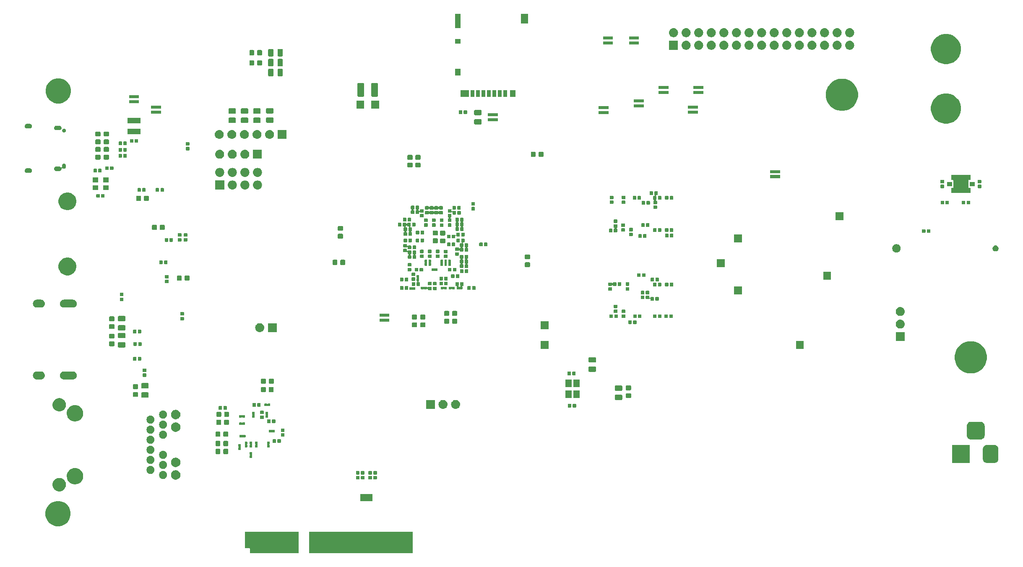
<source format=gbs>
G04 #@! TF.GenerationSoftware,KiCad,Pcbnew,5.1.0*
G04 #@! TF.CreationDate,2019-04-09T12:59:12+01:00*
G04 #@! TF.ProjectId,ecp5_mainboard,65637035-5f6d-4616-996e-626f6172642e,rev?*
G04 #@! TF.SameCoordinates,Original*
G04 #@! TF.FileFunction,Soldermask,Bot*
G04 #@! TF.FilePolarity,Negative*
%FSLAX46Y46*%
G04 Gerber Fmt 4.6, Leading zero omitted, Abs format (unit mm)*
G04 Created by KiCad (PCBNEW 5.1.0) date 2019-04-09 12:59:12*
%MOMM*%
%LPD*%
G04 APERTURE LIST*
%ADD10C,0.100000*%
G04 APERTURE END LIST*
D10*
G36*
X119326000Y-133551000D02*
G01*
X98474000Y-133551000D01*
X98474000Y-129249000D01*
X119326000Y-129249000D01*
X119326000Y-133551000D01*
X119326000Y-133551000D01*
G37*
G36*
X96326000Y-133551000D02*
G01*
X86474000Y-133551000D01*
X86474000Y-132675999D01*
X86471598Y-132651613D01*
X86464485Y-132628164D01*
X86452934Y-132606553D01*
X86437389Y-132587611D01*
X86418447Y-132572066D01*
X86396836Y-132560515D01*
X86373387Y-132553402D01*
X86349001Y-132551000D01*
X85474000Y-132551000D01*
X85474000Y-129249000D01*
X96326000Y-129249000D01*
X96326000Y-133551000D01*
X96326000Y-133551000D01*
G37*
G36*
X48494098Y-123097033D02*
G01*
X48958350Y-123289332D01*
X48958352Y-123289333D01*
X49376168Y-123568509D01*
X49731491Y-123923832D01*
X50010667Y-124341648D01*
X50010668Y-124341650D01*
X50202967Y-124805902D01*
X50301000Y-125298747D01*
X50301000Y-125801253D01*
X50202967Y-126294098D01*
X50010668Y-126758350D01*
X50010667Y-126758352D01*
X49731491Y-127176168D01*
X49376168Y-127531491D01*
X48958352Y-127810667D01*
X48958351Y-127810668D01*
X48958350Y-127810668D01*
X48494098Y-128002967D01*
X48001253Y-128101000D01*
X47498747Y-128101000D01*
X47005902Y-128002967D01*
X46541650Y-127810668D01*
X46541649Y-127810668D01*
X46541648Y-127810667D01*
X46123832Y-127531491D01*
X45768509Y-127176168D01*
X45489333Y-126758352D01*
X45489332Y-126758350D01*
X45297033Y-126294098D01*
X45199000Y-125801253D01*
X45199000Y-125298747D01*
X45297033Y-124805902D01*
X45489332Y-124341650D01*
X45489333Y-124341648D01*
X45768509Y-123923832D01*
X46123832Y-123568509D01*
X46541648Y-123289333D01*
X46541650Y-123289332D01*
X47005902Y-123097033D01*
X47498747Y-122999000D01*
X48001253Y-122999000D01*
X48494098Y-123097033D01*
X48494098Y-123097033D01*
G37*
G36*
X111201000Y-123016000D02*
G01*
X108799000Y-123016000D01*
X108799000Y-121594000D01*
X111201000Y-121594000D01*
X111201000Y-123016000D01*
X111201000Y-123016000D01*
G37*
G36*
X48394072Y-118400918D02*
G01*
X48613364Y-118491751D01*
X48639939Y-118502759D01*
X48729432Y-118562557D01*
X48854243Y-118645953D01*
X48861212Y-118650610D01*
X49049390Y-118838788D01*
X49197241Y-119060061D01*
X49299082Y-119305928D01*
X49351000Y-119566938D01*
X49351000Y-119833062D01*
X49299082Y-120094072D01*
X49197241Y-120339939D01*
X49049390Y-120561212D01*
X48861212Y-120749390D01*
X48639939Y-120897241D01*
X48639938Y-120897242D01*
X48639937Y-120897242D01*
X48394072Y-120999082D01*
X48133063Y-121051000D01*
X47866937Y-121051000D01*
X47605928Y-120999082D01*
X47360063Y-120897242D01*
X47360062Y-120897242D01*
X47360061Y-120897241D01*
X47138788Y-120749390D01*
X46950610Y-120561212D01*
X46802759Y-120339939D01*
X46700918Y-120094072D01*
X46649000Y-119833062D01*
X46649000Y-119566938D01*
X46700918Y-119305928D01*
X46802759Y-119060061D01*
X46950610Y-118838788D01*
X47138788Y-118650610D01*
X47145758Y-118645953D01*
X47270568Y-118562557D01*
X47360061Y-118502759D01*
X47386637Y-118491751D01*
X47605928Y-118400918D01*
X47866937Y-118349000D01*
X48133063Y-118349000D01*
X48394072Y-118400918D01*
X48394072Y-118400918D01*
G37*
G36*
X51550256Y-116376798D02*
G01*
X51656579Y-116397947D01*
X51957042Y-116522403D01*
X52227451Y-116703085D01*
X52457415Y-116933049D01*
X52597032Y-117142000D01*
X52638098Y-117203460D01*
X52650647Y-117233757D01*
X52762553Y-117503921D01*
X52767442Y-117528500D01*
X52826000Y-117822889D01*
X52826000Y-118148111D01*
X52805781Y-118249757D01*
X52762553Y-118467079D01*
X52638097Y-118767542D01*
X52457415Y-119037951D01*
X52227451Y-119267915D01*
X51957042Y-119448597D01*
X51656579Y-119573053D01*
X51550256Y-119594202D01*
X51337611Y-119636500D01*
X51012389Y-119636500D01*
X50799744Y-119594202D01*
X50693421Y-119573053D01*
X50392958Y-119448597D01*
X50122549Y-119267915D01*
X49892585Y-119037951D01*
X49711903Y-118767542D01*
X49587447Y-118467079D01*
X49544219Y-118249757D01*
X49524000Y-118148111D01*
X49524000Y-117822889D01*
X49582558Y-117528500D01*
X49587447Y-117503921D01*
X49699353Y-117233757D01*
X49711902Y-117203460D01*
X49752968Y-117142000D01*
X49892585Y-116933049D01*
X50122549Y-116703085D01*
X50392958Y-116522403D01*
X50693421Y-116397947D01*
X50799744Y-116376798D01*
X51012389Y-116334500D01*
X51337611Y-116334500D01*
X51550256Y-116376798D01*
X51550256Y-116376798D01*
G37*
G36*
X71772395Y-116817046D02*
G01*
X71945466Y-116888734D01*
X71945467Y-116888735D01*
X72101227Y-116992810D01*
X72233690Y-117125273D01*
X72285931Y-117203458D01*
X72337766Y-117281034D01*
X72409454Y-117454105D01*
X72446000Y-117637833D01*
X72446000Y-117825167D01*
X72409454Y-118008895D01*
X72337766Y-118181966D01*
X72337765Y-118181967D01*
X72233690Y-118337727D01*
X72101227Y-118470190D01*
X72052485Y-118502758D01*
X71945466Y-118574266D01*
X71772395Y-118645954D01*
X71588667Y-118682500D01*
X71401333Y-118682500D01*
X71217605Y-118645954D01*
X71044534Y-118574266D01*
X70937515Y-118502758D01*
X70888773Y-118470190D01*
X70756310Y-118337727D01*
X70652235Y-118181967D01*
X70652234Y-118181966D01*
X70580546Y-118008895D01*
X70544000Y-117825167D01*
X70544000Y-117637833D01*
X70580546Y-117454105D01*
X70652234Y-117281034D01*
X70704069Y-117203458D01*
X70756310Y-117125273D01*
X70888773Y-116992810D01*
X71044533Y-116888735D01*
X71044534Y-116888734D01*
X71217605Y-116817046D01*
X71401333Y-116780500D01*
X71588667Y-116780500D01*
X71772395Y-116817046D01*
X71772395Y-116817046D01*
G37*
G36*
X108531938Y-117941716D02*
G01*
X108552557Y-117947971D01*
X108571553Y-117958124D01*
X108588208Y-117971792D01*
X108601876Y-117988447D01*
X108612029Y-118007443D01*
X108618284Y-118028062D01*
X108621000Y-118055640D01*
X108621000Y-118514360D01*
X108618284Y-118541938D01*
X108612029Y-118562557D01*
X108601876Y-118581553D01*
X108588208Y-118598208D01*
X108571553Y-118611876D01*
X108552557Y-118622029D01*
X108531938Y-118628284D01*
X108504360Y-118631000D01*
X107995640Y-118631000D01*
X107968062Y-118628284D01*
X107947443Y-118622029D01*
X107928447Y-118611876D01*
X107911792Y-118598208D01*
X107898124Y-118581553D01*
X107887971Y-118562557D01*
X107881716Y-118541938D01*
X107879000Y-118514360D01*
X107879000Y-118055640D01*
X107881716Y-118028062D01*
X107887971Y-118007443D01*
X107898124Y-117988447D01*
X107911792Y-117971792D01*
X107928447Y-117958124D01*
X107947443Y-117947971D01*
X107968062Y-117941716D01*
X107995640Y-117939000D01*
X108504360Y-117939000D01*
X108531938Y-117941716D01*
X108531938Y-117941716D01*
G37*
G36*
X112031938Y-117941716D02*
G01*
X112052557Y-117947971D01*
X112071553Y-117958124D01*
X112088208Y-117971792D01*
X112101876Y-117988447D01*
X112112029Y-118007443D01*
X112118284Y-118028062D01*
X112121000Y-118055640D01*
X112121000Y-118514360D01*
X112118284Y-118541938D01*
X112112029Y-118562557D01*
X112101876Y-118581553D01*
X112088208Y-118598208D01*
X112071553Y-118611876D01*
X112052557Y-118622029D01*
X112031938Y-118628284D01*
X112004360Y-118631000D01*
X111495640Y-118631000D01*
X111468062Y-118628284D01*
X111447443Y-118622029D01*
X111428447Y-118611876D01*
X111411792Y-118598208D01*
X111398124Y-118581553D01*
X111387971Y-118562557D01*
X111381716Y-118541938D01*
X111379000Y-118514360D01*
X111379000Y-118055640D01*
X111381716Y-118028062D01*
X111387971Y-118007443D01*
X111398124Y-117988447D01*
X111411792Y-117971792D01*
X111428447Y-117958124D01*
X111447443Y-117947971D01*
X111468062Y-117941716D01*
X111495640Y-117939000D01*
X112004360Y-117939000D01*
X112031938Y-117941716D01*
X112031938Y-117941716D01*
G37*
G36*
X111031938Y-117941716D02*
G01*
X111052557Y-117947971D01*
X111071553Y-117958124D01*
X111088208Y-117971792D01*
X111101876Y-117988447D01*
X111112029Y-118007443D01*
X111118284Y-118028062D01*
X111121000Y-118055640D01*
X111121000Y-118514360D01*
X111118284Y-118541938D01*
X111112029Y-118562557D01*
X111101876Y-118581553D01*
X111088208Y-118598208D01*
X111071553Y-118611876D01*
X111052557Y-118622029D01*
X111031938Y-118628284D01*
X111004360Y-118631000D01*
X110495640Y-118631000D01*
X110468062Y-118628284D01*
X110447443Y-118622029D01*
X110428447Y-118611876D01*
X110411792Y-118598208D01*
X110398124Y-118581553D01*
X110387971Y-118562557D01*
X110381716Y-118541938D01*
X110379000Y-118514360D01*
X110379000Y-118055640D01*
X110381716Y-118028062D01*
X110387971Y-118007443D01*
X110398124Y-117988447D01*
X110411792Y-117971792D01*
X110428447Y-117958124D01*
X110447443Y-117947971D01*
X110468062Y-117941716D01*
X110495640Y-117939000D01*
X111004360Y-117939000D01*
X111031938Y-117941716D01*
X111031938Y-117941716D01*
G37*
G36*
X109531938Y-117941716D02*
G01*
X109552557Y-117947971D01*
X109571553Y-117958124D01*
X109588208Y-117971792D01*
X109601876Y-117988447D01*
X109612029Y-118007443D01*
X109618284Y-118028062D01*
X109621000Y-118055640D01*
X109621000Y-118514360D01*
X109618284Y-118541938D01*
X109612029Y-118562557D01*
X109601876Y-118581553D01*
X109588208Y-118598208D01*
X109571553Y-118611876D01*
X109552557Y-118622029D01*
X109531938Y-118628284D01*
X109504360Y-118631000D01*
X108995640Y-118631000D01*
X108968062Y-118628284D01*
X108947443Y-118622029D01*
X108928447Y-118611876D01*
X108911792Y-118598208D01*
X108898124Y-118581553D01*
X108887971Y-118562557D01*
X108881716Y-118541938D01*
X108879000Y-118514360D01*
X108879000Y-118055640D01*
X108881716Y-118028062D01*
X108887971Y-118007443D01*
X108898124Y-117988447D01*
X108911792Y-117971792D01*
X108928447Y-117958124D01*
X108947443Y-117947971D01*
X108968062Y-117941716D01*
X108995640Y-117939000D01*
X109504360Y-117939000D01*
X109531938Y-117941716D01*
X109531938Y-117941716D01*
G37*
G36*
X69192142Y-116949742D02*
G01*
X69340101Y-117011029D01*
X69473255Y-117099999D01*
X69586501Y-117213245D01*
X69675471Y-117346399D01*
X69736758Y-117494358D01*
X69768000Y-117651425D01*
X69768000Y-117811575D01*
X69736758Y-117968642D01*
X69675471Y-118116601D01*
X69586501Y-118249755D01*
X69473255Y-118363001D01*
X69340101Y-118451971D01*
X69192142Y-118513258D01*
X69035075Y-118544500D01*
X68874925Y-118544500D01*
X68717858Y-118513258D01*
X68569899Y-118451971D01*
X68436745Y-118363001D01*
X68323499Y-118249755D01*
X68234529Y-118116601D01*
X68173242Y-117968642D01*
X68142000Y-117811575D01*
X68142000Y-117651425D01*
X68173242Y-117494358D01*
X68234529Y-117346399D01*
X68323499Y-117213245D01*
X68436745Y-117099999D01*
X68569899Y-117011029D01*
X68717858Y-116949742D01*
X68874925Y-116918500D01*
X69035075Y-116918500D01*
X69192142Y-116949742D01*
X69192142Y-116949742D01*
G37*
G36*
X109531938Y-116971716D02*
G01*
X109552557Y-116977971D01*
X109571553Y-116988124D01*
X109588208Y-117001792D01*
X109601876Y-117018447D01*
X109612029Y-117037443D01*
X109618284Y-117058062D01*
X109621000Y-117085640D01*
X109621000Y-117544360D01*
X109618284Y-117571938D01*
X109612029Y-117592557D01*
X109601876Y-117611553D01*
X109588208Y-117628208D01*
X109571553Y-117641876D01*
X109552557Y-117652029D01*
X109531938Y-117658284D01*
X109504360Y-117661000D01*
X108995640Y-117661000D01*
X108968062Y-117658284D01*
X108947443Y-117652029D01*
X108928447Y-117641876D01*
X108911792Y-117628208D01*
X108898124Y-117611553D01*
X108887971Y-117592557D01*
X108881716Y-117571938D01*
X108879000Y-117544360D01*
X108879000Y-117085640D01*
X108881716Y-117058062D01*
X108887971Y-117037443D01*
X108898124Y-117018447D01*
X108911792Y-117001792D01*
X108928447Y-116988124D01*
X108947443Y-116977971D01*
X108968062Y-116971716D01*
X108995640Y-116969000D01*
X109504360Y-116969000D01*
X109531938Y-116971716D01*
X109531938Y-116971716D01*
G37*
G36*
X108531938Y-116971716D02*
G01*
X108552557Y-116977971D01*
X108571553Y-116988124D01*
X108588208Y-117001792D01*
X108601876Y-117018447D01*
X108612029Y-117037443D01*
X108618284Y-117058062D01*
X108621000Y-117085640D01*
X108621000Y-117544360D01*
X108618284Y-117571938D01*
X108612029Y-117592557D01*
X108601876Y-117611553D01*
X108588208Y-117628208D01*
X108571553Y-117641876D01*
X108552557Y-117652029D01*
X108531938Y-117658284D01*
X108504360Y-117661000D01*
X107995640Y-117661000D01*
X107968062Y-117658284D01*
X107947443Y-117652029D01*
X107928447Y-117641876D01*
X107911792Y-117628208D01*
X107898124Y-117611553D01*
X107887971Y-117592557D01*
X107881716Y-117571938D01*
X107879000Y-117544360D01*
X107879000Y-117085640D01*
X107881716Y-117058062D01*
X107887971Y-117037443D01*
X107898124Y-117018447D01*
X107911792Y-117001792D01*
X107928447Y-116988124D01*
X107947443Y-116977971D01*
X107968062Y-116971716D01*
X107995640Y-116969000D01*
X108504360Y-116969000D01*
X108531938Y-116971716D01*
X108531938Y-116971716D01*
G37*
G36*
X112031938Y-116971716D02*
G01*
X112052557Y-116977971D01*
X112071553Y-116988124D01*
X112088208Y-117001792D01*
X112101876Y-117018447D01*
X112112029Y-117037443D01*
X112118284Y-117058062D01*
X112121000Y-117085640D01*
X112121000Y-117544360D01*
X112118284Y-117571938D01*
X112112029Y-117592557D01*
X112101876Y-117611553D01*
X112088208Y-117628208D01*
X112071553Y-117641876D01*
X112052557Y-117652029D01*
X112031938Y-117658284D01*
X112004360Y-117661000D01*
X111495640Y-117661000D01*
X111468062Y-117658284D01*
X111447443Y-117652029D01*
X111428447Y-117641876D01*
X111411792Y-117628208D01*
X111398124Y-117611553D01*
X111387971Y-117592557D01*
X111381716Y-117571938D01*
X111379000Y-117544360D01*
X111379000Y-117085640D01*
X111381716Y-117058062D01*
X111387971Y-117037443D01*
X111398124Y-117018447D01*
X111411792Y-117001792D01*
X111428447Y-116988124D01*
X111447443Y-116977971D01*
X111468062Y-116971716D01*
X111495640Y-116969000D01*
X112004360Y-116969000D01*
X112031938Y-116971716D01*
X112031938Y-116971716D01*
G37*
G36*
X111031938Y-116971716D02*
G01*
X111052557Y-116977971D01*
X111071553Y-116988124D01*
X111088208Y-117001792D01*
X111101876Y-117018447D01*
X111112029Y-117037443D01*
X111118284Y-117058062D01*
X111121000Y-117085640D01*
X111121000Y-117544360D01*
X111118284Y-117571938D01*
X111112029Y-117592557D01*
X111101876Y-117611553D01*
X111088208Y-117628208D01*
X111071553Y-117641876D01*
X111052557Y-117652029D01*
X111031938Y-117658284D01*
X111004360Y-117661000D01*
X110495640Y-117661000D01*
X110468062Y-117658284D01*
X110447443Y-117652029D01*
X110428447Y-117641876D01*
X110411792Y-117628208D01*
X110398124Y-117611553D01*
X110387971Y-117592557D01*
X110381716Y-117571938D01*
X110379000Y-117544360D01*
X110379000Y-117085640D01*
X110381716Y-117058062D01*
X110387971Y-117037443D01*
X110398124Y-117018447D01*
X110411792Y-117001792D01*
X110428447Y-116988124D01*
X110447443Y-116977971D01*
X110468062Y-116971716D01*
X110495640Y-116969000D01*
X111004360Y-116969000D01*
X111031938Y-116971716D01*
X111031938Y-116971716D01*
G37*
G36*
X66652142Y-115933742D02*
G01*
X66800101Y-115995029D01*
X66933255Y-116083999D01*
X67046501Y-116197245D01*
X67135471Y-116330399D01*
X67196758Y-116478358D01*
X67228000Y-116635425D01*
X67228000Y-116795575D01*
X67196758Y-116952642D01*
X67135471Y-117100601D01*
X67046501Y-117233755D01*
X66933255Y-117347001D01*
X66800101Y-117435971D01*
X66652142Y-117497258D01*
X66495075Y-117528500D01*
X66334925Y-117528500D01*
X66177858Y-117497258D01*
X66029899Y-117435971D01*
X65896745Y-117347001D01*
X65783499Y-117233755D01*
X65694529Y-117100601D01*
X65633242Y-116952642D01*
X65602000Y-116795575D01*
X65602000Y-116635425D01*
X65633242Y-116478358D01*
X65694529Y-116330399D01*
X65783499Y-116197245D01*
X65896745Y-116083999D01*
X66029899Y-115995029D01*
X66177858Y-115933742D01*
X66334925Y-115902500D01*
X66495075Y-115902500D01*
X66652142Y-115933742D01*
X66652142Y-115933742D01*
G37*
G36*
X69192142Y-114917742D02*
G01*
X69340101Y-114979029D01*
X69473255Y-115067999D01*
X69586501Y-115181245D01*
X69675471Y-115314399D01*
X69736758Y-115462358D01*
X69768000Y-115619425D01*
X69768000Y-115779575D01*
X69736758Y-115936642D01*
X69675471Y-116084601D01*
X69586501Y-116217755D01*
X69473255Y-116331001D01*
X69340101Y-116419971D01*
X69192142Y-116481258D01*
X69035075Y-116512500D01*
X68874925Y-116512500D01*
X68717858Y-116481258D01*
X68569899Y-116419971D01*
X68436745Y-116331001D01*
X68323499Y-116217755D01*
X68234529Y-116084601D01*
X68173242Y-115936642D01*
X68142000Y-115779575D01*
X68142000Y-115619425D01*
X68173242Y-115462358D01*
X68234529Y-115314399D01*
X68323499Y-115181245D01*
X68436745Y-115067999D01*
X68569899Y-114979029D01*
X68717858Y-114917742D01*
X68874925Y-114886500D01*
X69035075Y-114886500D01*
X69192142Y-114917742D01*
X69192142Y-114917742D01*
G37*
G36*
X71772395Y-114277046D02*
G01*
X71945466Y-114348734D01*
X71945467Y-114348735D01*
X72101227Y-114452810D01*
X72233690Y-114585273D01*
X72245819Y-114603426D01*
X72337766Y-114741034D01*
X72409454Y-114914105D01*
X72446000Y-115097833D01*
X72446000Y-115285167D01*
X72409454Y-115468895D01*
X72337766Y-115641966D01*
X72337765Y-115641967D01*
X72233690Y-115797727D01*
X72101227Y-115930190D01*
X72091569Y-115936643D01*
X71945466Y-116034266D01*
X71772395Y-116105954D01*
X71588667Y-116142500D01*
X71401333Y-116142500D01*
X71217605Y-116105954D01*
X71044534Y-116034266D01*
X70898431Y-115936643D01*
X70888773Y-115930190D01*
X70756310Y-115797727D01*
X70652235Y-115641967D01*
X70652234Y-115641966D01*
X70580546Y-115468895D01*
X70544000Y-115285167D01*
X70544000Y-115097833D01*
X70580546Y-114914105D01*
X70652234Y-114741034D01*
X70744181Y-114603426D01*
X70756310Y-114585273D01*
X70888773Y-114452810D01*
X71044533Y-114348735D01*
X71044534Y-114348734D01*
X71217605Y-114277046D01*
X71401333Y-114240500D01*
X71588667Y-114240500D01*
X71772395Y-114277046D01*
X71772395Y-114277046D01*
G37*
G36*
X66652142Y-113901742D02*
G01*
X66800101Y-113963029D01*
X66933255Y-114051999D01*
X67046501Y-114165245D01*
X67135471Y-114298399D01*
X67196758Y-114446358D01*
X67228000Y-114603425D01*
X67228000Y-114763575D01*
X67196758Y-114920642D01*
X67135471Y-115068601D01*
X67046501Y-115201755D01*
X66933255Y-115315001D01*
X66800101Y-115403971D01*
X66652142Y-115465258D01*
X66495075Y-115496500D01*
X66334925Y-115496500D01*
X66177858Y-115465258D01*
X66029899Y-115403971D01*
X65896745Y-115315001D01*
X65783499Y-115201755D01*
X65694529Y-115068601D01*
X65633242Y-114920642D01*
X65602000Y-114763575D01*
X65602000Y-114603425D01*
X65633242Y-114446358D01*
X65694529Y-114298399D01*
X65783499Y-114165245D01*
X65896745Y-114051999D01*
X66029899Y-113963029D01*
X66177858Y-113901742D01*
X66334925Y-113870500D01*
X66495075Y-113870500D01*
X66652142Y-113901742D01*
X66652142Y-113901742D01*
G37*
G36*
X231801000Y-115301000D02*
G01*
X228199000Y-115301000D01*
X228199000Y-111699000D01*
X231801000Y-111699000D01*
X231801000Y-115301000D01*
X231801000Y-115301000D01*
G37*
G36*
X236976979Y-111713293D02*
G01*
X237110625Y-111753834D01*
X237233784Y-111819664D01*
X237341740Y-111908260D01*
X237430336Y-112016216D01*
X237496166Y-112139375D01*
X237536707Y-112273021D01*
X237551000Y-112418140D01*
X237551000Y-114581860D01*
X237536707Y-114726979D01*
X237496166Y-114860625D01*
X237430336Y-114983784D01*
X237341740Y-115091740D01*
X237233784Y-115180336D01*
X237110625Y-115246166D01*
X236976979Y-115286707D01*
X236831860Y-115301000D01*
X235168140Y-115301000D01*
X235023021Y-115286707D01*
X234889375Y-115246166D01*
X234766216Y-115180336D01*
X234658260Y-115091740D01*
X234569664Y-114983784D01*
X234503834Y-114860625D01*
X234463293Y-114726979D01*
X234449000Y-114581860D01*
X234449000Y-112418140D01*
X234463293Y-112273021D01*
X234503834Y-112139375D01*
X234569664Y-112016216D01*
X234658260Y-111908260D01*
X234766216Y-111819664D01*
X234889375Y-111753834D01*
X235023021Y-111713293D01*
X235168140Y-111699000D01*
X236831860Y-111699000D01*
X236976979Y-111713293D01*
X236976979Y-111713293D01*
G37*
G36*
X69192142Y-112885742D02*
G01*
X69340101Y-112947029D01*
X69473255Y-113035999D01*
X69586501Y-113149245D01*
X69675471Y-113282399D01*
X69736758Y-113430358D01*
X69768000Y-113587425D01*
X69768000Y-113747575D01*
X69736758Y-113904642D01*
X69675471Y-114052601D01*
X69586501Y-114185755D01*
X69473255Y-114299001D01*
X69340101Y-114387971D01*
X69192142Y-114449258D01*
X69035075Y-114480500D01*
X68874925Y-114480500D01*
X68717858Y-114449258D01*
X68569899Y-114387971D01*
X68436745Y-114299001D01*
X68323499Y-114185755D01*
X68234529Y-114052601D01*
X68173242Y-113904642D01*
X68142000Y-113747575D01*
X68142000Y-113587425D01*
X68173242Y-113430358D01*
X68234529Y-113282399D01*
X68323499Y-113149245D01*
X68436745Y-113035999D01*
X68569899Y-112947029D01*
X68717858Y-112885742D01*
X68874925Y-112854500D01*
X69035075Y-112854500D01*
X69192142Y-112885742D01*
X69192142Y-112885742D01*
G37*
G36*
X86900170Y-113100803D02*
G01*
X86911875Y-113104354D01*
X86922665Y-113110121D01*
X86932119Y-113117881D01*
X86939879Y-113127335D01*
X86945646Y-113138125D01*
X86949197Y-113149830D01*
X86951000Y-113168138D01*
X86951000Y-113591862D01*
X86949197Y-113610170D01*
X86945645Y-113621877D01*
X86935383Y-113641077D01*
X86926006Y-113663716D01*
X86921226Y-113687749D01*
X86921226Y-113712253D01*
X86926007Y-113736286D01*
X86935383Y-113758923D01*
X86945645Y-113778123D01*
X86949197Y-113789830D01*
X86951000Y-113808138D01*
X86951000Y-114231862D01*
X86949197Y-114250170D01*
X86945646Y-114261875D01*
X86939879Y-114272665D01*
X86932119Y-114282119D01*
X86922665Y-114289879D01*
X86911875Y-114295646D01*
X86900170Y-114299197D01*
X86881862Y-114301000D01*
X86518138Y-114301000D01*
X86499830Y-114299197D01*
X86488125Y-114295646D01*
X86477335Y-114289879D01*
X86467881Y-114282119D01*
X86460121Y-114272665D01*
X86454354Y-114261875D01*
X86450803Y-114250170D01*
X86449000Y-114231862D01*
X86449000Y-113808138D01*
X86450803Y-113789830D01*
X86454355Y-113778123D01*
X86464617Y-113758923D01*
X86473994Y-113736284D01*
X86478774Y-113712251D01*
X86478774Y-113687747D01*
X86473993Y-113663714D01*
X86464617Y-113641077D01*
X86454355Y-113621877D01*
X86450803Y-113610170D01*
X86449000Y-113591862D01*
X86449000Y-113168138D01*
X86450803Y-113149830D01*
X86454354Y-113138125D01*
X86460121Y-113127335D01*
X86467881Y-113117881D01*
X86477335Y-113110121D01*
X86488125Y-113104354D01*
X86499830Y-113100803D01*
X86518138Y-113099000D01*
X86881862Y-113099000D01*
X86900170Y-113100803D01*
X86900170Y-113100803D01*
G37*
G36*
X81942091Y-112478085D02*
G01*
X81976069Y-112488393D01*
X82007390Y-112505134D01*
X82034839Y-112527661D01*
X82057366Y-112555110D01*
X82074107Y-112586431D01*
X82084415Y-112620409D01*
X82088500Y-112661890D01*
X82088500Y-113338110D01*
X82084415Y-113379591D01*
X82074107Y-113413569D01*
X82057366Y-113444890D01*
X82034839Y-113472339D01*
X82007390Y-113494866D01*
X81976069Y-113511607D01*
X81942091Y-113521915D01*
X81900610Y-113526000D01*
X81299390Y-113526000D01*
X81257909Y-113521915D01*
X81223931Y-113511607D01*
X81192610Y-113494866D01*
X81165161Y-113472339D01*
X81142634Y-113444890D01*
X81125893Y-113413569D01*
X81115585Y-113379591D01*
X81111500Y-113338110D01*
X81111500Y-112661890D01*
X81115585Y-112620409D01*
X81125893Y-112586431D01*
X81142634Y-112555110D01*
X81165161Y-112527661D01*
X81192610Y-112505134D01*
X81223931Y-112488393D01*
X81257909Y-112478085D01*
X81299390Y-112474000D01*
X81900610Y-112474000D01*
X81942091Y-112478085D01*
X81942091Y-112478085D01*
G37*
G36*
X80367091Y-112478085D02*
G01*
X80401069Y-112488393D01*
X80432390Y-112505134D01*
X80459839Y-112527661D01*
X80482366Y-112555110D01*
X80499107Y-112586431D01*
X80509415Y-112620409D01*
X80513500Y-112661890D01*
X80513500Y-113338110D01*
X80509415Y-113379591D01*
X80499107Y-113413569D01*
X80482366Y-113444890D01*
X80459839Y-113472339D01*
X80432390Y-113494866D01*
X80401069Y-113511607D01*
X80367091Y-113521915D01*
X80325610Y-113526000D01*
X79724390Y-113526000D01*
X79682909Y-113521915D01*
X79648931Y-113511607D01*
X79617610Y-113494866D01*
X79590161Y-113472339D01*
X79567634Y-113444890D01*
X79550893Y-113413569D01*
X79540585Y-113379591D01*
X79536500Y-113338110D01*
X79536500Y-112661890D01*
X79540585Y-112620409D01*
X79550893Y-112586431D01*
X79567634Y-112555110D01*
X79590161Y-112527661D01*
X79617610Y-112505134D01*
X79648931Y-112488393D01*
X79682909Y-112478085D01*
X79724390Y-112474000D01*
X80325610Y-112474000D01*
X80367091Y-112478085D01*
X80367091Y-112478085D01*
G37*
G36*
X66652142Y-111869742D02*
G01*
X66800101Y-111931029D01*
X66933255Y-112019999D01*
X67046501Y-112133245D01*
X67135471Y-112266399D01*
X67196758Y-112414358D01*
X67228000Y-112571425D01*
X67228000Y-112731575D01*
X67196758Y-112888642D01*
X67135471Y-113036601D01*
X67046501Y-113169755D01*
X66933255Y-113283001D01*
X66800101Y-113371971D01*
X66652142Y-113433258D01*
X66495075Y-113464500D01*
X66334925Y-113464500D01*
X66177858Y-113433258D01*
X66029899Y-113371971D01*
X65896745Y-113283001D01*
X65783499Y-113169755D01*
X65694529Y-113036601D01*
X65633242Y-112888642D01*
X65602000Y-112731575D01*
X65602000Y-112571425D01*
X65633242Y-112414358D01*
X65694529Y-112266399D01*
X65783499Y-112133245D01*
X65896745Y-112019999D01*
X66029899Y-111931029D01*
X66177858Y-111869742D01*
X66334925Y-111838500D01*
X66495075Y-111838500D01*
X66652142Y-111869742D01*
X66652142Y-111869742D01*
G37*
G36*
X84600170Y-111500803D02*
G01*
X84611875Y-111504354D01*
X84622665Y-111510121D01*
X84632119Y-111517881D01*
X84639879Y-111527335D01*
X84645646Y-111538125D01*
X84649197Y-111549830D01*
X84651000Y-111568138D01*
X84651000Y-111991862D01*
X84649197Y-112010170D01*
X84645645Y-112021877D01*
X84635383Y-112041077D01*
X84626006Y-112063716D01*
X84621226Y-112087749D01*
X84621226Y-112112253D01*
X84626007Y-112136286D01*
X84635383Y-112158923D01*
X84645645Y-112178123D01*
X84649197Y-112189830D01*
X84651000Y-112208138D01*
X84651000Y-112631862D01*
X84649197Y-112650170D01*
X84645646Y-112661875D01*
X84639879Y-112672665D01*
X84632119Y-112682119D01*
X84622665Y-112689879D01*
X84611875Y-112695646D01*
X84600170Y-112699197D01*
X84581862Y-112701000D01*
X84218138Y-112701000D01*
X84199830Y-112699197D01*
X84188125Y-112695646D01*
X84177335Y-112689879D01*
X84167881Y-112682119D01*
X84160121Y-112672665D01*
X84154354Y-112661875D01*
X84150803Y-112650170D01*
X84149000Y-112631862D01*
X84149000Y-112208138D01*
X84150803Y-112189830D01*
X84154355Y-112178123D01*
X84164617Y-112158923D01*
X84173994Y-112136284D01*
X84178774Y-112112251D01*
X84178774Y-112087747D01*
X84173993Y-112063714D01*
X84164617Y-112041077D01*
X84154355Y-112021877D01*
X84150803Y-112010170D01*
X84149000Y-111991862D01*
X84149000Y-111568138D01*
X84150803Y-111549830D01*
X84154354Y-111538125D01*
X84160121Y-111527335D01*
X84167881Y-111517881D01*
X84177335Y-111510121D01*
X84188125Y-111504354D01*
X84199830Y-111500803D01*
X84218138Y-111499000D01*
X84581862Y-111499000D01*
X84600170Y-111500803D01*
X84600170Y-111500803D01*
G37*
G36*
X86900170Y-111000803D02*
G01*
X86911875Y-111004354D01*
X86922665Y-111010121D01*
X86932119Y-111017881D01*
X86939879Y-111027335D01*
X86945646Y-111038125D01*
X86949197Y-111049830D01*
X86951000Y-111068138D01*
X86951000Y-111491862D01*
X86949197Y-111510170D01*
X86945645Y-111521877D01*
X86935383Y-111541077D01*
X86926006Y-111563716D01*
X86921226Y-111587749D01*
X86921226Y-111612253D01*
X86926007Y-111636286D01*
X86935383Y-111658923D01*
X86945645Y-111678123D01*
X86949197Y-111689830D01*
X86951000Y-111708138D01*
X86951000Y-112131862D01*
X86949197Y-112150170D01*
X86945646Y-112161875D01*
X86939879Y-112172665D01*
X86932119Y-112182119D01*
X86922665Y-112189879D01*
X86911875Y-112195646D01*
X86900170Y-112199197D01*
X86881862Y-112201000D01*
X86518138Y-112201000D01*
X86499830Y-112199197D01*
X86488125Y-112195646D01*
X86477335Y-112189879D01*
X86467881Y-112182119D01*
X86460121Y-112172665D01*
X86454354Y-112161875D01*
X86450803Y-112150170D01*
X86449000Y-112131862D01*
X86449000Y-111708138D01*
X86450803Y-111689830D01*
X86454355Y-111678123D01*
X86464617Y-111658923D01*
X86473994Y-111636284D01*
X86478774Y-111612251D01*
X86478774Y-111587747D01*
X86473993Y-111563714D01*
X86464617Y-111541077D01*
X86454355Y-111521877D01*
X86450803Y-111510170D01*
X86449000Y-111491862D01*
X86449000Y-111068138D01*
X86450803Y-111049830D01*
X86454354Y-111038125D01*
X86460121Y-111027335D01*
X86467881Y-111017881D01*
X86477335Y-111010121D01*
X86488125Y-111004354D01*
X86499830Y-111000803D01*
X86518138Y-110999000D01*
X86881862Y-110999000D01*
X86900170Y-111000803D01*
X86900170Y-111000803D01*
G37*
G36*
X88000170Y-111000803D02*
G01*
X88011875Y-111004354D01*
X88022665Y-111010121D01*
X88032119Y-111017881D01*
X88039879Y-111027335D01*
X88045646Y-111038125D01*
X88049197Y-111049830D01*
X88051000Y-111068138D01*
X88051000Y-111491862D01*
X88049197Y-111510170D01*
X88045645Y-111521877D01*
X88035383Y-111541077D01*
X88026006Y-111563716D01*
X88021226Y-111587749D01*
X88021226Y-111612253D01*
X88026007Y-111636286D01*
X88035383Y-111658923D01*
X88045645Y-111678123D01*
X88049197Y-111689830D01*
X88051000Y-111708138D01*
X88051000Y-112131862D01*
X88049197Y-112150170D01*
X88045646Y-112161875D01*
X88039879Y-112172665D01*
X88032119Y-112182119D01*
X88022665Y-112189879D01*
X88011875Y-112195646D01*
X88000170Y-112199197D01*
X87981862Y-112201000D01*
X87618138Y-112201000D01*
X87599830Y-112199197D01*
X87588125Y-112195646D01*
X87577335Y-112189879D01*
X87567881Y-112182119D01*
X87560121Y-112172665D01*
X87554354Y-112161875D01*
X87550803Y-112150170D01*
X87549000Y-112131862D01*
X87549000Y-111708138D01*
X87550803Y-111689830D01*
X87554355Y-111678123D01*
X87564617Y-111658923D01*
X87573994Y-111636284D01*
X87578774Y-111612251D01*
X87578774Y-111587747D01*
X87573993Y-111563714D01*
X87564617Y-111541077D01*
X87554355Y-111521877D01*
X87550803Y-111510170D01*
X87549000Y-111491862D01*
X87549000Y-111068138D01*
X87550803Y-111049830D01*
X87554354Y-111038125D01*
X87560121Y-111027335D01*
X87567881Y-111017881D01*
X87577335Y-111010121D01*
X87588125Y-111004354D01*
X87599830Y-111000803D01*
X87618138Y-110999000D01*
X87981862Y-110999000D01*
X88000170Y-111000803D01*
X88000170Y-111000803D01*
G37*
G36*
X85900170Y-111000803D02*
G01*
X85911875Y-111004354D01*
X85922665Y-111010121D01*
X85932119Y-111017881D01*
X85939879Y-111027335D01*
X85945646Y-111038125D01*
X85949197Y-111049830D01*
X85951000Y-111068138D01*
X85951000Y-111491862D01*
X85949197Y-111510170D01*
X85945645Y-111521877D01*
X85935383Y-111541077D01*
X85926006Y-111563716D01*
X85921226Y-111587749D01*
X85921226Y-111612253D01*
X85926007Y-111636286D01*
X85935383Y-111658923D01*
X85945645Y-111678123D01*
X85949197Y-111689830D01*
X85951000Y-111708138D01*
X85951000Y-112131862D01*
X85949197Y-112150170D01*
X85945646Y-112161875D01*
X85939879Y-112172665D01*
X85932119Y-112182119D01*
X85922665Y-112189879D01*
X85911875Y-112195646D01*
X85900170Y-112199197D01*
X85881862Y-112201000D01*
X85518138Y-112201000D01*
X85499830Y-112199197D01*
X85488125Y-112195646D01*
X85477335Y-112189879D01*
X85467881Y-112182119D01*
X85460121Y-112172665D01*
X85454354Y-112161875D01*
X85450803Y-112150170D01*
X85449000Y-112131862D01*
X85449000Y-111708138D01*
X85450803Y-111689830D01*
X85454355Y-111678123D01*
X85464617Y-111658923D01*
X85473994Y-111636284D01*
X85478774Y-111612251D01*
X85478774Y-111587747D01*
X85473993Y-111563714D01*
X85464617Y-111541077D01*
X85454355Y-111521877D01*
X85450803Y-111510170D01*
X85449000Y-111491862D01*
X85449000Y-111068138D01*
X85450803Y-111049830D01*
X85454354Y-111038125D01*
X85460121Y-111027335D01*
X85467881Y-111017881D01*
X85477335Y-111010121D01*
X85488125Y-111004354D01*
X85499830Y-111000803D01*
X85518138Y-110999000D01*
X85881862Y-110999000D01*
X85900170Y-111000803D01*
X85900170Y-111000803D01*
G37*
G36*
X90400170Y-110985803D02*
G01*
X90411875Y-110989354D01*
X90422665Y-110995121D01*
X90432119Y-111002881D01*
X90439879Y-111012335D01*
X90445646Y-111023125D01*
X90449197Y-111034830D01*
X90451000Y-111053138D01*
X90451000Y-111476862D01*
X90449197Y-111495170D01*
X90445645Y-111506877D01*
X90435383Y-111526077D01*
X90426006Y-111548716D01*
X90421226Y-111572749D01*
X90421226Y-111597253D01*
X90426007Y-111621286D01*
X90435383Y-111643923D01*
X90445645Y-111663123D01*
X90449197Y-111674830D01*
X90451000Y-111693138D01*
X90451000Y-112116862D01*
X90449197Y-112135170D01*
X90445646Y-112146875D01*
X90439879Y-112157665D01*
X90432119Y-112167119D01*
X90422665Y-112174879D01*
X90411875Y-112180646D01*
X90400170Y-112184197D01*
X90381862Y-112186000D01*
X90018138Y-112186000D01*
X89999830Y-112184197D01*
X89988125Y-112180646D01*
X89977335Y-112174879D01*
X89967881Y-112167119D01*
X89960121Y-112157665D01*
X89954354Y-112146875D01*
X89950803Y-112135170D01*
X89949000Y-112116862D01*
X89949000Y-111693138D01*
X89950803Y-111674830D01*
X89954355Y-111663123D01*
X89964617Y-111643923D01*
X89973994Y-111621284D01*
X89978774Y-111597251D01*
X89978774Y-111572747D01*
X89973993Y-111548714D01*
X89964617Y-111526077D01*
X89954355Y-111506877D01*
X89950803Y-111495170D01*
X89949000Y-111476862D01*
X89949000Y-111053138D01*
X89950803Y-111034830D01*
X89954354Y-111023125D01*
X89960121Y-111012335D01*
X89967881Y-111002881D01*
X89977335Y-110995121D01*
X89988125Y-110989354D01*
X89999830Y-110985803D01*
X90018138Y-110984000D01*
X90381862Y-110984000D01*
X90400170Y-110985803D01*
X90400170Y-110985803D01*
G37*
G36*
X81942091Y-110878085D02*
G01*
X81976069Y-110888393D01*
X82007390Y-110905134D01*
X82034839Y-110927661D01*
X82057366Y-110955110D01*
X82074107Y-110986431D01*
X82084415Y-111020409D01*
X82088500Y-111061890D01*
X82088500Y-111738110D01*
X82084415Y-111779591D01*
X82074107Y-111813569D01*
X82057366Y-111844890D01*
X82034839Y-111872339D01*
X82007390Y-111894866D01*
X81976069Y-111911607D01*
X81942091Y-111921915D01*
X81900610Y-111926000D01*
X81299390Y-111926000D01*
X81257909Y-111921915D01*
X81223931Y-111911607D01*
X81192610Y-111894866D01*
X81165161Y-111872339D01*
X81142634Y-111844890D01*
X81125893Y-111813569D01*
X81115585Y-111779591D01*
X81111500Y-111738110D01*
X81111500Y-111061890D01*
X81115585Y-111020409D01*
X81125893Y-110986431D01*
X81142634Y-110955110D01*
X81165161Y-110927661D01*
X81192610Y-110905134D01*
X81223931Y-110888393D01*
X81257909Y-110878085D01*
X81299390Y-110874000D01*
X81900610Y-110874000D01*
X81942091Y-110878085D01*
X81942091Y-110878085D01*
G37*
G36*
X80367091Y-110878085D02*
G01*
X80401069Y-110888393D01*
X80432390Y-110905134D01*
X80459839Y-110927661D01*
X80482366Y-110955110D01*
X80499107Y-110986431D01*
X80509415Y-111020409D01*
X80513500Y-111061890D01*
X80513500Y-111738110D01*
X80509415Y-111779591D01*
X80499107Y-111813569D01*
X80482366Y-111844890D01*
X80459839Y-111872339D01*
X80432390Y-111894866D01*
X80401069Y-111911607D01*
X80367091Y-111921915D01*
X80325610Y-111926000D01*
X79724390Y-111926000D01*
X79682909Y-111921915D01*
X79648931Y-111911607D01*
X79617610Y-111894866D01*
X79590161Y-111872339D01*
X79567634Y-111844890D01*
X79550893Y-111813569D01*
X79540585Y-111779591D01*
X79536500Y-111738110D01*
X79536500Y-111061890D01*
X79540585Y-111020409D01*
X79550893Y-110986431D01*
X79567634Y-110955110D01*
X79590161Y-110927661D01*
X79617610Y-110905134D01*
X79648931Y-110888393D01*
X79682909Y-110878085D01*
X79724390Y-110874000D01*
X80325610Y-110874000D01*
X80367091Y-110878085D01*
X80367091Y-110878085D01*
G37*
G36*
X66652142Y-109837742D02*
G01*
X66800101Y-109899029D01*
X66933255Y-109987999D01*
X67046501Y-110101245D01*
X67135471Y-110234399D01*
X67196758Y-110382358D01*
X67228000Y-110539425D01*
X67228000Y-110699575D01*
X67196758Y-110856642D01*
X67135471Y-111004601D01*
X67046501Y-111137755D01*
X66933255Y-111251001D01*
X66800101Y-111339971D01*
X66652142Y-111401258D01*
X66495075Y-111432500D01*
X66334925Y-111432500D01*
X66177858Y-111401258D01*
X66029899Y-111339971D01*
X65896745Y-111251001D01*
X65783499Y-111137755D01*
X65694529Y-111004601D01*
X65633242Y-110856642D01*
X65602000Y-110699575D01*
X65602000Y-110539425D01*
X65633242Y-110382358D01*
X65694529Y-110234399D01*
X65783499Y-110101245D01*
X65896745Y-109987999D01*
X66029899Y-109899029D01*
X66177858Y-109837742D01*
X66334925Y-109806500D01*
X66495075Y-109806500D01*
X66652142Y-109837742D01*
X66652142Y-109837742D01*
G37*
G36*
X92641938Y-110531716D02*
G01*
X92662557Y-110537971D01*
X92681553Y-110548124D01*
X92698208Y-110561792D01*
X92711876Y-110578447D01*
X92722029Y-110597443D01*
X92728284Y-110618062D01*
X92731000Y-110645640D01*
X92731000Y-111154360D01*
X92728284Y-111181938D01*
X92722029Y-111202557D01*
X92711876Y-111221553D01*
X92698208Y-111238208D01*
X92681553Y-111251876D01*
X92662557Y-111262029D01*
X92641938Y-111268284D01*
X92614360Y-111271000D01*
X92155640Y-111271000D01*
X92128062Y-111268284D01*
X92107443Y-111262029D01*
X92088447Y-111251876D01*
X92071792Y-111238208D01*
X92058124Y-111221553D01*
X92047971Y-111202557D01*
X92041716Y-111181938D01*
X92039000Y-111154360D01*
X92039000Y-110645640D01*
X92041716Y-110618062D01*
X92047971Y-110597443D01*
X92058124Y-110578447D01*
X92071792Y-110561792D01*
X92088447Y-110548124D01*
X92107443Y-110537971D01*
X92128062Y-110531716D01*
X92155640Y-110529000D01*
X92614360Y-110529000D01*
X92641938Y-110531716D01*
X92641938Y-110531716D01*
G37*
G36*
X91671938Y-110531716D02*
G01*
X91692557Y-110537971D01*
X91711553Y-110548124D01*
X91728208Y-110561792D01*
X91741876Y-110578447D01*
X91752029Y-110597443D01*
X91758284Y-110618062D01*
X91761000Y-110645640D01*
X91761000Y-111154360D01*
X91758284Y-111181938D01*
X91752029Y-111202557D01*
X91741876Y-111221553D01*
X91728208Y-111238208D01*
X91711553Y-111251876D01*
X91692557Y-111262029D01*
X91671938Y-111268284D01*
X91644360Y-111271000D01*
X91185640Y-111271000D01*
X91158062Y-111268284D01*
X91137443Y-111262029D01*
X91118447Y-111251876D01*
X91101792Y-111238208D01*
X91088124Y-111221553D01*
X91077971Y-111202557D01*
X91071716Y-111181938D01*
X91069000Y-111154360D01*
X91069000Y-110645640D01*
X91071716Y-110618062D01*
X91077971Y-110597443D01*
X91088124Y-110578447D01*
X91101792Y-110561792D01*
X91118447Y-110548124D01*
X91137443Y-110537971D01*
X91158062Y-110531716D01*
X91185640Y-110529000D01*
X91644360Y-110529000D01*
X91671938Y-110531716D01*
X91671938Y-110531716D01*
G37*
G36*
X234126366Y-107015695D02*
G01*
X234283460Y-107063349D01*
X234428231Y-107140731D01*
X234555128Y-107244872D01*
X234659269Y-107371769D01*
X234736651Y-107516540D01*
X234784305Y-107673634D01*
X234801000Y-107843140D01*
X234801000Y-109756860D01*
X234784305Y-109926366D01*
X234736651Y-110083460D01*
X234659269Y-110228231D01*
X234555128Y-110355128D01*
X234428231Y-110459269D01*
X234283460Y-110536651D01*
X234126366Y-110584305D01*
X233956860Y-110601000D01*
X232043140Y-110601000D01*
X231873634Y-110584305D01*
X231716540Y-110536651D01*
X231571769Y-110459269D01*
X231444872Y-110355128D01*
X231340731Y-110228231D01*
X231263349Y-110083460D01*
X231215695Y-109926366D01*
X231199000Y-109756860D01*
X231199000Y-107843140D01*
X231215695Y-107673634D01*
X231263349Y-107516540D01*
X231340731Y-107371769D01*
X231444872Y-107244872D01*
X231571769Y-107140731D01*
X231716540Y-107063349D01*
X231873634Y-107015695D01*
X232043140Y-106999000D01*
X233956860Y-106999000D01*
X234126366Y-107015695D01*
X234126366Y-107015695D01*
G37*
G36*
X69192142Y-108821742D02*
G01*
X69340101Y-108883029D01*
X69473255Y-108971999D01*
X69586501Y-109085245D01*
X69675471Y-109218399D01*
X69736758Y-109366358D01*
X69768000Y-109523425D01*
X69768000Y-109683575D01*
X69736758Y-109840642D01*
X69675471Y-109988601D01*
X69586501Y-110121755D01*
X69473255Y-110235001D01*
X69340101Y-110323971D01*
X69192142Y-110385258D01*
X69035075Y-110416500D01*
X68874925Y-110416500D01*
X68717858Y-110385258D01*
X68569899Y-110323971D01*
X68436745Y-110235001D01*
X68323499Y-110121755D01*
X68234529Y-109988601D01*
X68173242Y-109840642D01*
X68142000Y-109683575D01*
X68142000Y-109523425D01*
X68173242Y-109366358D01*
X68234529Y-109218399D01*
X68323499Y-109085245D01*
X68436745Y-108971999D01*
X68569899Y-108883029D01*
X68717858Y-108821742D01*
X68874925Y-108790500D01*
X69035075Y-108790500D01*
X69192142Y-108821742D01*
X69192142Y-108821742D01*
G37*
G36*
X84925170Y-109650803D02*
G01*
X84936877Y-109654355D01*
X84956077Y-109664617D01*
X84978716Y-109673994D01*
X85002749Y-109678774D01*
X85027253Y-109678774D01*
X85051286Y-109673993D01*
X85073923Y-109664617D01*
X85093123Y-109654355D01*
X85104830Y-109650803D01*
X85123138Y-109649000D01*
X85546862Y-109649000D01*
X85565170Y-109650803D01*
X85576875Y-109654354D01*
X85587665Y-109660121D01*
X85597119Y-109667881D01*
X85604879Y-109677335D01*
X85610646Y-109688125D01*
X85614197Y-109699830D01*
X85616000Y-109718138D01*
X85616000Y-110081862D01*
X85614197Y-110100170D01*
X85610646Y-110111875D01*
X85604879Y-110122665D01*
X85597119Y-110132119D01*
X85587665Y-110139879D01*
X85576875Y-110145646D01*
X85565170Y-110149197D01*
X85546862Y-110151000D01*
X85123138Y-110151000D01*
X85104830Y-110149197D01*
X85093123Y-110145645D01*
X85073923Y-110135383D01*
X85051284Y-110126006D01*
X85027251Y-110121226D01*
X85002747Y-110121226D01*
X84978714Y-110126007D01*
X84956077Y-110135383D01*
X84936877Y-110145645D01*
X84925170Y-110149197D01*
X84906862Y-110151000D01*
X84483138Y-110151000D01*
X84464830Y-110149197D01*
X84453125Y-110145646D01*
X84442335Y-110139879D01*
X84432881Y-110132119D01*
X84425121Y-110122665D01*
X84419354Y-110111875D01*
X84415803Y-110100170D01*
X84414000Y-110081862D01*
X84414000Y-109718138D01*
X84415803Y-109699830D01*
X84419354Y-109688125D01*
X84425121Y-109677335D01*
X84432881Y-109667881D01*
X84442335Y-109660121D01*
X84453125Y-109654354D01*
X84464830Y-109650803D01*
X84483138Y-109649000D01*
X84906862Y-109649000D01*
X84925170Y-109650803D01*
X84925170Y-109650803D01*
G37*
G36*
X93381938Y-109341716D02*
G01*
X93402557Y-109347971D01*
X93421553Y-109358124D01*
X93438208Y-109371792D01*
X93451876Y-109388447D01*
X93462029Y-109407443D01*
X93468284Y-109428062D01*
X93471000Y-109455640D01*
X93471000Y-109914360D01*
X93468284Y-109941938D01*
X93462029Y-109962557D01*
X93451876Y-109981553D01*
X93438208Y-109998208D01*
X93421553Y-110011876D01*
X93402557Y-110022029D01*
X93381938Y-110028284D01*
X93354360Y-110031000D01*
X92845640Y-110031000D01*
X92818062Y-110028284D01*
X92797443Y-110022029D01*
X92778447Y-110011876D01*
X92761792Y-109998208D01*
X92748124Y-109981553D01*
X92737971Y-109962557D01*
X92731716Y-109941938D01*
X92729000Y-109914360D01*
X92729000Y-109455640D01*
X92731716Y-109428062D01*
X92737971Y-109407443D01*
X92748124Y-109388447D01*
X92761792Y-109371792D01*
X92778447Y-109358124D01*
X92797443Y-109347971D01*
X92818062Y-109341716D01*
X92845640Y-109339000D01*
X93354360Y-109339000D01*
X93381938Y-109341716D01*
X93381938Y-109341716D01*
G37*
G36*
X80367091Y-108978085D02*
G01*
X80401069Y-108988393D01*
X80432390Y-109005134D01*
X80459839Y-109027661D01*
X80482366Y-109055110D01*
X80499107Y-109086431D01*
X80509415Y-109120409D01*
X80513500Y-109161890D01*
X80513500Y-109838110D01*
X80509415Y-109879591D01*
X80499107Y-109913569D01*
X80482366Y-109944890D01*
X80459839Y-109972339D01*
X80432390Y-109994866D01*
X80401069Y-110011607D01*
X80367091Y-110021915D01*
X80325610Y-110026000D01*
X79724390Y-110026000D01*
X79682909Y-110021915D01*
X79648931Y-110011607D01*
X79617610Y-109994866D01*
X79590161Y-109972339D01*
X79567634Y-109944890D01*
X79550893Y-109913569D01*
X79540585Y-109879591D01*
X79536500Y-109838110D01*
X79536500Y-109161890D01*
X79540585Y-109120409D01*
X79550893Y-109086431D01*
X79567634Y-109055110D01*
X79590161Y-109027661D01*
X79617610Y-109005134D01*
X79648931Y-108988393D01*
X79682909Y-108978085D01*
X79724390Y-108974000D01*
X80325610Y-108974000D01*
X80367091Y-108978085D01*
X80367091Y-108978085D01*
G37*
G36*
X81942091Y-108978085D02*
G01*
X81976069Y-108988393D01*
X82007390Y-109005134D01*
X82034839Y-109027661D01*
X82057366Y-109055110D01*
X82074107Y-109086431D01*
X82084415Y-109120409D01*
X82088500Y-109161890D01*
X82088500Y-109838110D01*
X82084415Y-109879591D01*
X82074107Y-109913569D01*
X82057366Y-109944890D01*
X82034839Y-109972339D01*
X82007390Y-109994866D01*
X81976069Y-110011607D01*
X81942091Y-110021915D01*
X81900610Y-110026000D01*
X81299390Y-110026000D01*
X81257909Y-110021915D01*
X81223931Y-110011607D01*
X81192610Y-109994866D01*
X81165161Y-109972339D01*
X81142634Y-109944890D01*
X81125893Y-109913569D01*
X81115585Y-109879591D01*
X81111500Y-109838110D01*
X81111500Y-109161890D01*
X81115585Y-109120409D01*
X81125893Y-109086431D01*
X81142634Y-109055110D01*
X81165161Y-109027661D01*
X81192610Y-109005134D01*
X81223931Y-108988393D01*
X81257909Y-108978085D01*
X81299390Y-108974000D01*
X81900610Y-108974000D01*
X81942091Y-108978085D01*
X81942091Y-108978085D01*
G37*
G36*
X66652142Y-107805742D02*
G01*
X66800101Y-107867029D01*
X66933255Y-107955999D01*
X67046501Y-108069245D01*
X67135471Y-108202399D01*
X67196758Y-108350358D01*
X67228000Y-108507425D01*
X67228000Y-108667575D01*
X67196758Y-108824642D01*
X67135471Y-108972601D01*
X67046501Y-109105755D01*
X66933255Y-109219001D01*
X66800101Y-109307971D01*
X66652142Y-109369258D01*
X66495075Y-109400500D01*
X66334925Y-109400500D01*
X66177858Y-109369258D01*
X66029899Y-109307971D01*
X65896745Y-109219001D01*
X65783499Y-109105755D01*
X65694529Y-108972601D01*
X65633242Y-108824642D01*
X65602000Y-108667575D01*
X65602000Y-108507425D01*
X65633242Y-108350358D01*
X65694529Y-108202399D01*
X65783499Y-108069245D01*
X65896745Y-107955999D01*
X66029899Y-107867029D01*
X66177858Y-107805742D01*
X66334925Y-107774500D01*
X66495075Y-107774500D01*
X66652142Y-107805742D01*
X66652142Y-107805742D01*
G37*
G36*
X90810170Y-108650803D02*
G01*
X90821877Y-108654355D01*
X90841077Y-108664617D01*
X90863716Y-108673994D01*
X90887749Y-108678774D01*
X90912253Y-108678774D01*
X90936286Y-108673993D01*
X90958923Y-108664617D01*
X90978123Y-108654355D01*
X90989830Y-108650803D01*
X91008138Y-108649000D01*
X91431862Y-108649000D01*
X91450170Y-108650803D01*
X91461875Y-108654354D01*
X91472665Y-108660121D01*
X91482119Y-108667881D01*
X91489879Y-108677335D01*
X91495646Y-108688125D01*
X91499197Y-108699830D01*
X91501000Y-108718138D01*
X91501000Y-109081862D01*
X91499197Y-109100170D01*
X91495646Y-109111875D01*
X91489879Y-109122665D01*
X91482119Y-109132119D01*
X91472665Y-109139879D01*
X91461875Y-109145646D01*
X91450170Y-109149197D01*
X91431862Y-109151000D01*
X91008138Y-109151000D01*
X90989830Y-109149197D01*
X90978123Y-109145645D01*
X90958923Y-109135383D01*
X90936284Y-109126006D01*
X90912251Y-109121226D01*
X90887747Y-109121226D01*
X90863714Y-109126007D01*
X90841077Y-109135383D01*
X90821877Y-109145645D01*
X90810170Y-109149197D01*
X90791862Y-109151000D01*
X90368138Y-109151000D01*
X90349830Y-109149197D01*
X90338125Y-109145646D01*
X90327335Y-109139879D01*
X90317881Y-109132119D01*
X90310121Y-109122665D01*
X90304354Y-109111875D01*
X90300803Y-109100170D01*
X90299000Y-109081862D01*
X90299000Y-108718138D01*
X90300803Y-108699830D01*
X90304354Y-108688125D01*
X90310121Y-108677335D01*
X90317881Y-108667881D01*
X90327335Y-108660121D01*
X90338125Y-108654354D01*
X90349830Y-108650803D01*
X90368138Y-108649000D01*
X90791862Y-108649000D01*
X90810170Y-108650803D01*
X90810170Y-108650803D01*
G37*
G36*
X93381938Y-108371716D02*
G01*
X93402557Y-108377971D01*
X93421553Y-108388124D01*
X93438208Y-108401792D01*
X93451876Y-108418447D01*
X93462029Y-108437443D01*
X93468284Y-108458062D01*
X93471000Y-108485640D01*
X93471000Y-108944360D01*
X93468284Y-108971938D01*
X93462029Y-108992557D01*
X93451876Y-109011553D01*
X93438208Y-109028208D01*
X93421553Y-109041876D01*
X93402557Y-109052029D01*
X93381938Y-109058284D01*
X93354360Y-109061000D01*
X92845640Y-109061000D01*
X92818062Y-109058284D01*
X92797443Y-109052029D01*
X92778447Y-109041876D01*
X92761792Y-109028208D01*
X92748124Y-109011553D01*
X92737971Y-108992557D01*
X92731716Y-108971938D01*
X92729000Y-108944360D01*
X92729000Y-108485640D01*
X92731716Y-108458062D01*
X92737971Y-108437443D01*
X92748124Y-108418447D01*
X92761792Y-108401792D01*
X92778447Y-108388124D01*
X92797443Y-108377971D01*
X92818062Y-108371716D01*
X92845640Y-108369000D01*
X93354360Y-108369000D01*
X93381938Y-108371716D01*
X93381938Y-108371716D01*
G37*
G36*
X71772395Y-107165046D02*
G01*
X71945466Y-107236734D01*
X72001987Y-107274500D01*
X72101227Y-107340810D01*
X72233690Y-107473273D01*
X72245819Y-107491426D01*
X72337766Y-107629034D01*
X72409454Y-107802105D01*
X72446000Y-107985833D01*
X72446000Y-108173167D01*
X72409454Y-108356895D01*
X72337766Y-108529966D01*
X72337765Y-108529967D01*
X72233690Y-108685727D01*
X72101227Y-108818190D01*
X72091569Y-108824643D01*
X71945466Y-108922266D01*
X71772395Y-108993954D01*
X71588667Y-109030500D01*
X71401333Y-109030500D01*
X71217605Y-108993954D01*
X71044534Y-108922266D01*
X70898431Y-108824643D01*
X70888773Y-108818190D01*
X70756310Y-108685727D01*
X70652235Y-108529967D01*
X70652234Y-108529966D01*
X70580546Y-108356895D01*
X70544000Y-108173167D01*
X70544000Y-107985833D01*
X70580546Y-107802105D01*
X70652234Y-107629034D01*
X70744181Y-107491426D01*
X70756310Y-107473273D01*
X70888773Y-107340810D01*
X70988013Y-107274500D01*
X71044534Y-107236734D01*
X71217605Y-107165046D01*
X71401333Y-107128500D01*
X71588667Y-107128500D01*
X71772395Y-107165046D01*
X71772395Y-107165046D01*
G37*
G36*
X69192142Y-106789742D02*
G01*
X69340101Y-106851029D01*
X69473255Y-106939999D01*
X69586501Y-107053245D01*
X69675471Y-107186399D01*
X69736758Y-107334358D01*
X69768000Y-107491425D01*
X69768000Y-107651575D01*
X69736758Y-107808642D01*
X69675471Y-107956601D01*
X69586501Y-108089755D01*
X69473255Y-108203001D01*
X69340101Y-108291971D01*
X69192142Y-108353258D01*
X69035075Y-108384500D01*
X68874925Y-108384500D01*
X68717858Y-108353258D01*
X68569899Y-108291971D01*
X68436745Y-108203001D01*
X68323499Y-108089755D01*
X68234529Y-107956601D01*
X68173242Y-107808642D01*
X68142000Y-107651575D01*
X68142000Y-107491425D01*
X68173242Y-107334358D01*
X68234529Y-107186399D01*
X68323499Y-107053245D01*
X68436745Y-106939999D01*
X68569899Y-106851029D01*
X68717858Y-106789742D01*
X68874925Y-106758500D01*
X69035075Y-106758500D01*
X69192142Y-106789742D01*
X69192142Y-106789742D01*
G37*
G36*
X84825170Y-107150803D02*
G01*
X84836877Y-107154355D01*
X84856077Y-107164617D01*
X84878716Y-107173994D01*
X84902749Y-107178774D01*
X84927253Y-107178774D01*
X84951286Y-107173993D01*
X84973923Y-107164617D01*
X84993123Y-107154355D01*
X85004830Y-107150803D01*
X85023138Y-107149000D01*
X85446862Y-107149000D01*
X85465170Y-107150803D01*
X85476875Y-107154354D01*
X85487665Y-107160121D01*
X85497119Y-107167881D01*
X85504879Y-107177335D01*
X85510646Y-107188125D01*
X85514197Y-107199830D01*
X85516000Y-107218138D01*
X85516000Y-107581862D01*
X85514197Y-107600170D01*
X85510646Y-107611875D01*
X85504879Y-107622665D01*
X85497119Y-107632119D01*
X85487665Y-107639879D01*
X85476875Y-107645646D01*
X85465170Y-107649197D01*
X85446862Y-107651000D01*
X85023138Y-107651000D01*
X85004830Y-107649197D01*
X84993123Y-107645645D01*
X84973923Y-107635383D01*
X84951284Y-107626006D01*
X84927251Y-107621226D01*
X84902747Y-107621226D01*
X84878714Y-107626007D01*
X84856077Y-107635383D01*
X84836877Y-107645645D01*
X84825170Y-107649197D01*
X84806862Y-107651000D01*
X84383138Y-107651000D01*
X84364830Y-107649197D01*
X84353125Y-107645646D01*
X84342335Y-107639879D01*
X84332881Y-107632119D01*
X84325121Y-107622665D01*
X84319354Y-107611875D01*
X84315803Y-107600170D01*
X84314000Y-107581862D01*
X84314000Y-107218138D01*
X84315803Y-107199830D01*
X84319354Y-107188125D01*
X84325121Y-107177335D01*
X84332881Y-107167881D01*
X84342335Y-107160121D01*
X84353125Y-107154354D01*
X84364830Y-107150803D01*
X84383138Y-107149000D01*
X84806862Y-107149000D01*
X84825170Y-107150803D01*
X84825170Y-107150803D01*
G37*
G36*
X80542091Y-106578085D02*
G01*
X80576069Y-106588393D01*
X80607390Y-106605134D01*
X80634839Y-106627661D01*
X80657366Y-106655110D01*
X80674107Y-106686431D01*
X80684415Y-106720409D01*
X80688500Y-106761890D01*
X80688500Y-107438110D01*
X80684415Y-107479591D01*
X80674107Y-107513569D01*
X80657366Y-107544890D01*
X80634839Y-107572339D01*
X80607390Y-107594866D01*
X80576069Y-107611607D01*
X80542091Y-107621915D01*
X80500610Y-107626000D01*
X79899390Y-107626000D01*
X79857909Y-107621915D01*
X79823931Y-107611607D01*
X79792610Y-107594866D01*
X79765161Y-107572339D01*
X79742634Y-107544890D01*
X79725893Y-107513569D01*
X79715585Y-107479591D01*
X79711500Y-107438110D01*
X79711500Y-106761890D01*
X79715585Y-106720409D01*
X79725893Y-106686431D01*
X79742634Y-106655110D01*
X79765161Y-106627661D01*
X79792610Y-106605134D01*
X79823931Y-106588393D01*
X79857909Y-106578085D01*
X79899390Y-106574000D01*
X80500610Y-106574000D01*
X80542091Y-106578085D01*
X80542091Y-106578085D01*
G37*
G36*
X82117091Y-106578085D02*
G01*
X82151069Y-106588393D01*
X82182390Y-106605134D01*
X82209839Y-106627661D01*
X82232366Y-106655110D01*
X82249107Y-106686431D01*
X82259415Y-106720409D01*
X82263500Y-106761890D01*
X82263500Y-107438110D01*
X82259415Y-107479591D01*
X82249107Y-107513569D01*
X82232366Y-107544890D01*
X82209839Y-107572339D01*
X82182390Y-107594866D01*
X82151069Y-107611607D01*
X82117091Y-107621915D01*
X82075610Y-107626000D01*
X81474390Y-107626000D01*
X81432909Y-107621915D01*
X81398931Y-107611607D01*
X81367610Y-107594866D01*
X81340161Y-107572339D01*
X81317634Y-107544890D01*
X81300893Y-107513569D01*
X81290585Y-107479591D01*
X81286500Y-107438110D01*
X81286500Y-106761890D01*
X81290585Y-106720409D01*
X81300893Y-106686431D01*
X81317634Y-106655110D01*
X81340161Y-106627661D01*
X81367610Y-106605134D01*
X81398931Y-106588393D01*
X81432909Y-106578085D01*
X81474390Y-106574000D01*
X82075610Y-106574000D01*
X82117091Y-106578085D01*
X82117091Y-106578085D01*
G37*
G36*
X66652142Y-105773742D02*
G01*
X66800101Y-105835029D01*
X66933255Y-105923999D01*
X67046501Y-106037245D01*
X67135471Y-106170399D01*
X67196758Y-106318358D01*
X67228000Y-106475425D01*
X67228000Y-106635575D01*
X67196758Y-106792642D01*
X67135471Y-106940601D01*
X67046501Y-107073755D01*
X66933255Y-107187001D01*
X66800101Y-107275971D01*
X66652142Y-107337258D01*
X66495075Y-107368500D01*
X66334925Y-107368500D01*
X66177858Y-107337258D01*
X66029899Y-107275971D01*
X65896745Y-107187001D01*
X65783499Y-107073755D01*
X65694529Y-106940601D01*
X65633242Y-106792642D01*
X65602000Y-106635575D01*
X65602000Y-106475425D01*
X65633242Y-106318358D01*
X65694529Y-106170399D01*
X65783499Y-106037245D01*
X65896745Y-105923999D01*
X66029899Y-105835029D01*
X66177858Y-105773742D01*
X66334925Y-105742500D01*
X66495075Y-105742500D01*
X66652142Y-105773742D01*
X66652142Y-105773742D01*
G37*
G36*
X91541938Y-106531716D02*
G01*
X91562557Y-106537971D01*
X91581553Y-106548124D01*
X91598208Y-106561792D01*
X91611876Y-106578447D01*
X91622029Y-106597443D01*
X91628284Y-106618062D01*
X91631000Y-106645640D01*
X91631000Y-107154360D01*
X91628284Y-107181938D01*
X91622029Y-107202557D01*
X91611876Y-107221553D01*
X91598208Y-107238208D01*
X91581553Y-107251876D01*
X91562557Y-107262029D01*
X91541938Y-107268284D01*
X91514360Y-107271000D01*
X91055640Y-107271000D01*
X91028062Y-107268284D01*
X91007443Y-107262029D01*
X90988447Y-107251876D01*
X90971792Y-107238208D01*
X90958124Y-107221553D01*
X90947971Y-107202557D01*
X90941716Y-107181938D01*
X90939000Y-107154360D01*
X90939000Y-106645640D01*
X90941716Y-106618062D01*
X90947971Y-106597443D01*
X90958124Y-106578447D01*
X90971792Y-106561792D01*
X90988447Y-106548124D01*
X91007443Y-106537971D01*
X91028062Y-106531716D01*
X91055640Y-106529000D01*
X91514360Y-106529000D01*
X91541938Y-106531716D01*
X91541938Y-106531716D01*
G37*
G36*
X90571938Y-106531716D02*
G01*
X90592557Y-106537971D01*
X90611553Y-106548124D01*
X90628208Y-106561792D01*
X90641876Y-106578447D01*
X90652029Y-106597443D01*
X90658284Y-106618062D01*
X90661000Y-106645640D01*
X90661000Y-107154360D01*
X90658284Y-107181938D01*
X90652029Y-107202557D01*
X90641876Y-107221553D01*
X90628208Y-107238208D01*
X90611553Y-107251876D01*
X90592557Y-107262029D01*
X90571938Y-107268284D01*
X90544360Y-107271000D01*
X90085640Y-107271000D01*
X90058062Y-107268284D01*
X90037443Y-107262029D01*
X90018447Y-107251876D01*
X90001792Y-107238208D01*
X89988124Y-107221553D01*
X89977971Y-107202557D01*
X89971716Y-107181938D01*
X89969000Y-107154360D01*
X89969000Y-106645640D01*
X89971716Y-106618062D01*
X89977971Y-106597443D01*
X89988124Y-106578447D01*
X90001792Y-106561792D01*
X90018447Y-106548124D01*
X90037443Y-106537971D01*
X90058062Y-106531716D01*
X90085640Y-106529000D01*
X90544360Y-106529000D01*
X90571938Y-106531716D01*
X90571938Y-106531716D01*
G37*
G36*
X51549386Y-103676625D02*
G01*
X51656579Y-103697947D01*
X51782207Y-103749984D01*
X51954201Y-103821226D01*
X51957042Y-103822403D01*
X52227451Y-104003085D01*
X52457415Y-104233049D01*
X52638097Y-104503458D01*
X52756010Y-104788124D01*
X52762553Y-104803922D01*
X52826000Y-105122889D01*
X52826000Y-105448111D01*
X52787550Y-105641411D01*
X52762553Y-105767079D01*
X52697305Y-105924601D01*
X52650647Y-106037245D01*
X52638097Y-106067542D01*
X52457415Y-106337951D01*
X52227451Y-106567915D01*
X51957042Y-106748597D01*
X51656579Y-106873053D01*
X51550256Y-106894202D01*
X51337611Y-106936500D01*
X51012389Y-106936500D01*
X50799744Y-106894202D01*
X50693421Y-106873053D01*
X50392958Y-106748597D01*
X50122549Y-106567915D01*
X49892585Y-106337951D01*
X49711903Y-106067542D01*
X49699354Y-106037245D01*
X49652695Y-105924601D01*
X49587447Y-105767079D01*
X49562450Y-105641411D01*
X49524000Y-105448111D01*
X49524000Y-105122889D01*
X49587447Y-104803922D01*
X49593991Y-104788124D01*
X49711903Y-104503458D01*
X49892585Y-104233049D01*
X50122549Y-104003085D01*
X50392958Y-103822403D01*
X50395800Y-103821226D01*
X50567793Y-103749984D01*
X50693421Y-103697947D01*
X50800614Y-103676625D01*
X51012389Y-103634500D01*
X51337611Y-103634500D01*
X51549386Y-103676625D01*
X51549386Y-103676625D01*
G37*
G36*
X71772395Y-104625046D02*
G01*
X71945466Y-104696734D01*
X71945467Y-104696735D01*
X72101227Y-104800810D01*
X72233690Y-104933273D01*
X72270520Y-104988393D01*
X72337766Y-105089034D01*
X72409454Y-105262105D01*
X72446000Y-105445833D01*
X72446000Y-105633167D01*
X72409454Y-105816895D01*
X72337766Y-105989966D01*
X72316418Y-106021915D01*
X72233690Y-106145727D01*
X72101227Y-106278190D01*
X72041111Y-106318358D01*
X71945466Y-106382266D01*
X71772395Y-106453954D01*
X71588667Y-106490500D01*
X71401333Y-106490500D01*
X71217605Y-106453954D01*
X71044534Y-106382266D01*
X70948889Y-106318358D01*
X70888773Y-106278190D01*
X70756310Y-106145727D01*
X70673582Y-106021915D01*
X70652234Y-105989966D01*
X70580546Y-105816895D01*
X70544000Y-105633167D01*
X70544000Y-105445833D01*
X70580546Y-105262105D01*
X70652234Y-105089034D01*
X70719480Y-104988393D01*
X70756310Y-104933273D01*
X70888773Y-104800810D01*
X71044533Y-104696735D01*
X71044534Y-104696734D01*
X71217605Y-104625046D01*
X71401333Y-104588500D01*
X71588667Y-104588500D01*
X71772395Y-104625046D01*
X71772395Y-104625046D01*
G37*
G36*
X89181938Y-105741716D02*
G01*
X89202557Y-105747971D01*
X89221553Y-105758124D01*
X89238208Y-105771792D01*
X89251876Y-105788447D01*
X89262029Y-105807443D01*
X89268284Y-105828062D01*
X89271000Y-105855640D01*
X89271000Y-106314360D01*
X89268284Y-106341938D01*
X89262029Y-106362557D01*
X89251876Y-106381553D01*
X89238208Y-106398208D01*
X89221553Y-106411876D01*
X89202557Y-106422029D01*
X89181938Y-106428284D01*
X89154360Y-106431000D01*
X88645640Y-106431000D01*
X88618062Y-106428284D01*
X88597443Y-106422029D01*
X88578447Y-106411876D01*
X88561792Y-106398208D01*
X88548124Y-106381553D01*
X88537971Y-106362557D01*
X88531716Y-106341938D01*
X88529000Y-106314360D01*
X88529000Y-105855640D01*
X88531716Y-105828062D01*
X88537971Y-105807443D01*
X88548124Y-105788447D01*
X88561792Y-105771792D01*
X88578447Y-105758124D01*
X88597443Y-105747971D01*
X88618062Y-105741716D01*
X88645640Y-105739000D01*
X89154360Y-105739000D01*
X89181938Y-105741716D01*
X89181938Y-105741716D01*
G37*
G36*
X69192142Y-104757742D02*
G01*
X69340101Y-104819029D01*
X69473255Y-104907999D01*
X69586501Y-105021245D01*
X69675471Y-105154399D01*
X69736758Y-105302358D01*
X69768000Y-105459425D01*
X69768000Y-105619575D01*
X69736758Y-105776642D01*
X69675471Y-105924601D01*
X69586501Y-106057755D01*
X69473255Y-106171001D01*
X69340101Y-106259971D01*
X69192142Y-106321258D01*
X69035075Y-106352500D01*
X68874925Y-106352500D01*
X68717858Y-106321258D01*
X68569899Y-106259971D01*
X68436745Y-106171001D01*
X68323499Y-106057755D01*
X68234529Y-105924601D01*
X68173242Y-105776642D01*
X68142000Y-105619575D01*
X68142000Y-105459425D01*
X68173242Y-105302358D01*
X68234529Y-105154399D01*
X68323499Y-105021245D01*
X68436745Y-104907999D01*
X68569899Y-104819029D01*
X68717858Y-104757742D01*
X68874925Y-104726500D01*
X69035075Y-104726500D01*
X69192142Y-104757742D01*
X69192142Y-104757742D01*
G37*
G36*
X87400170Y-105015803D02*
G01*
X87411875Y-105019354D01*
X87422665Y-105025121D01*
X87432119Y-105032881D01*
X87439879Y-105042335D01*
X87445646Y-105053125D01*
X87449197Y-105064830D01*
X87451000Y-105083138D01*
X87451000Y-105506862D01*
X87449197Y-105525170D01*
X87445645Y-105536877D01*
X87435383Y-105556077D01*
X87426006Y-105578716D01*
X87421226Y-105602749D01*
X87421226Y-105627253D01*
X87426007Y-105651286D01*
X87435383Y-105673923D01*
X87445645Y-105693123D01*
X87449197Y-105704830D01*
X87451000Y-105723138D01*
X87451000Y-106146862D01*
X87449197Y-106165170D01*
X87445646Y-106176875D01*
X87439879Y-106187665D01*
X87432119Y-106197119D01*
X87422665Y-106204879D01*
X87411875Y-106210646D01*
X87400170Y-106214197D01*
X87381862Y-106216000D01*
X87018138Y-106216000D01*
X86999830Y-106214197D01*
X86988125Y-106210646D01*
X86977335Y-106204879D01*
X86967881Y-106197119D01*
X86960121Y-106187665D01*
X86954354Y-106176875D01*
X86950803Y-106165170D01*
X86949000Y-106146862D01*
X86949000Y-105723138D01*
X86950803Y-105704830D01*
X86954355Y-105693123D01*
X86964617Y-105673923D01*
X86973994Y-105651284D01*
X86978774Y-105627251D01*
X86978774Y-105602747D01*
X86973993Y-105578714D01*
X86964617Y-105556077D01*
X86954355Y-105536877D01*
X86950803Y-105525170D01*
X86949000Y-105506862D01*
X86949000Y-105083138D01*
X86950803Y-105064830D01*
X86954354Y-105053125D01*
X86960121Y-105042335D01*
X86967881Y-105032881D01*
X86977335Y-105025121D01*
X86988125Y-105019354D01*
X86999830Y-105015803D01*
X87018138Y-105014000D01*
X87381862Y-105014000D01*
X87400170Y-105015803D01*
X87400170Y-105015803D01*
G37*
G36*
X90100170Y-105000803D02*
G01*
X90111875Y-105004354D01*
X90122665Y-105010121D01*
X90132119Y-105017881D01*
X90139879Y-105027335D01*
X90145646Y-105038125D01*
X90149197Y-105049830D01*
X90151000Y-105068138D01*
X90151000Y-105491862D01*
X90149197Y-105510170D01*
X90145645Y-105521877D01*
X90135383Y-105541077D01*
X90126006Y-105563716D01*
X90121226Y-105587749D01*
X90121226Y-105612253D01*
X90126007Y-105636286D01*
X90135383Y-105658923D01*
X90145645Y-105678123D01*
X90149197Y-105689830D01*
X90151000Y-105708138D01*
X90151000Y-106131862D01*
X90149197Y-106150170D01*
X90145646Y-106161875D01*
X90139879Y-106172665D01*
X90132119Y-106182119D01*
X90122665Y-106189879D01*
X90111875Y-106195646D01*
X90100170Y-106199197D01*
X90081862Y-106201000D01*
X89718138Y-106201000D01*
X89699830Y-106199197D01*
X89688125Y-106195646D01*
X89677335Y-106189879D01*
X89667881Y-106182119D01*
X89660121Y-106172665D01*
X89654354Y-106161875D01*
X89650803Y-106150170D01*
X89649000Y-106131862D01*
X89649000Y-105708138D01*
X89650803Y-105689830D01*
X89654355Y-105678123D01*
X89664617Y-105658923D01*
X89673994Y-105636284D01*
X89678774Y-105612251D01*
X89678774Y-105587747D01*
X89673993Y-105563714D01*
X89664617Y-105541077D01*
X89654355Y-105521877D01*
X89650803Y-105510170D01*
X89649000Y-105491862D01*
X89649000Y-105068138D01*
X89650803Y-105049830D01*
X89654354Y-105038125D01*
X89660121Y-105027335D01*
X89667881Y-105017881D01*
X89677335Y-105010121D01*
X89688125Y-105004354D01*
X89699830Y-105000803D01*
X89718138Y-104999000D01*
X90081862Y-104999000D01*
X90100170Y-105000803D01*
X90100170Y-105000803D01*
G37*
G36*
X84795170Y-105650803D02*
G01*
X84806877Y-105654355D01*
X84826077Y-105664617D01*
X84848716Y-105673994D01*
X84872749Y-105678774D01*
X84897253Y-105678774D01*
X84921286Y-105673993D01*
X84943923Y-105664617D01*
X84963123Y-105654355D01*
X84974830Y-105650803D01*
X84993138Y-105649000D01*
X85416862Y-105649000D01*
X85435170Y-105650803D01*
X85446875Y-105654354D01*
X85457665Y-105660121D01*
X85467119Y-105667881D01*
X85474879Y-105677335D01*
X85480646Y-105688125D01*
X85484197Y-105699830D01*
X85486000Y-105718138D01*
X85486000Y-106081862D01*
X85484197Y-106100170D01*
X85480646Y-106111875D01*
X85474879Y-106122665D01*
X85467119Y-106132119D01*
X85457665Y-106139879D01*
X85446875Y-106145646D01*
X85435170Y-106149197D01*
X85416862Y-106151000D01*
X84993138Y-106151000D01*
X84974830Y-106149197D01*
X84963123Y-106145645D01*
X84943923Y-106135383D01*
X84921284Y-106126006D01*
X84897251Y-106121226D01*
X84872747Y-106121226D01*
X84848714Y-106126007D01*
X84826077Y-106135383D01*
X84806877Y-106145645D01*
X84795170Y-106149197D01*
X84776862Y-106151000D01*
X84353138Y-106151000D01*
X84334830Y-106149197D01*
X84323125Y-106145646D01*
X84312335Y-106139879D01*
X84302881Y-106132119D01*
X84295121Y-106122665D01*
X84289354Y-106111875D01*
X84285803Y-106100170D01*
X84284000Y-106081862D01*
X84284000Y-105718138D01*
X84285803Y-105699830D01*
X84289354Y-105688125D01*
X84295121Y-105677335D01*
X84302881Y-105667881D01*
X84312335Y-105660121D01*
X84323125Y-105654354D01*
X84334830Y-105650803D01*
X84353138Y-105649000D01*
X84776862Y-105649000D01*
X84795170Y-105650803D01*
X84795170Y-105650803D01*
G37*
G36*
X80554591Y-104978085D02*
G01*
X80588569Y-104988393D01*
X80619890Y-105005134D01*
X80647339Y-105027661D01*
X80669866Y-105055110D01*
X80686607Y-105086431D01*
X80696915Y-105120409D01*
X80701000Y-105161890D01*
X80701000Y-105838110D01*
X80696915Y-105879591D01*
X80686607Y-105913569D01*
X80669866Y-105944890D01*
X80647339Y-105972339D01*
X80619890Y-105994866D01*
X80588569Y-106011607D01*
X80554591Y-106021915D01*
X80513110Y-106026000D01*
X79911890Y-106026000D01*
X79870409Y-106021915D01*
X79836431Y-106011607D01*
X79805110Y-105994866D01*
X79777661Y-105972339D01*
X79755134Y-105944890D01*
X79738393Y-105913569D01*
X79728085Y-105879591D01*
X79724000Y-105838110D01*
X79724000Y-105161890D01*
X79728085Y-105120409D01*
X79738393Y-105086431D01*
X79755134Y-105055110D01*
X79777661Y-105027661D01*
X79805110Y-105005134D01*
X79836431Y-104988393D01*
X79870409Y-104978085D01*
X79911890Y-104974000D01*
X80513110Y-104974000D01*
X80554591Y-104978085D01*
X80554591Y-104978085D01*
G37*
G36*
X82129591Y-104978085D02*
G01*
X82163569Y-104988393D01*
X82194890Y-105005134D01*
X82222339Y-105027661D01*
X82244866Y-105055110D01*
X82261607Y-105086431D01*
X82271915Y-105120409D01*
X82276000Y-105161890D01*
X82276000Y-105838110D01*
X82271915Y-105879591D01*
X82261607Y-105913569D01*
X82244866Y-105944890D01*
X82222339Y-105972339D01*
X82194890Y-105994866D01*
X82163569Y-106011607D01*
X82129591Y-106021915D01*
X82088110Y-106026000D01*
X81486890Y-106026000D01*
X81445409Y-106021915D01*
X81411431Y-106011607D01*
X81380110Y-105994866D01*
X81352661Y-105972339D01*
X81330134Y-105944890D01*
X81313393Y-105913569D01*
X81303085Y-105879591D01*
X81299000Y-105838110D01*
X81299000Y-105161890D01*
X81303085Y-105120409D01*
X81313393Y-105086431D01*
X81330134Y-105055110D01*
X81352661Y-105027661D01*
X81380110Y-105005134D01*
X81411431Y-104988393D01*
X81445409Y-104978085D01*
X81486890Y-104974000D01*
X82088110Y-104974000D01*
X82129591Y-104978085D01*
X82129591Y-104978085D01*
G37*
G36*
X89181938Y-104771716D02*
G01*
X89202557Y-104777971D01*
X89221553Y-104788124D01*
X89238208Y-104801792D01*
X89251876Y-104818447D01*
X89262029Y-104837443D01*
X89268284Y-104858062D01*
X89271000Y-104885640D01*
X89271000Y-105344360D01*
X89268284Y-105371938D01*
X89262029Y-105392557D01*
X89251876Y-105411553D01*
X89238208Y-105428208D01*
X89221553Y-105441876D01*
X89202557Y-105452029D01*
X89181938Y-105458284D01*
X89154360Y-105461000D01*
X88645640Y-105461000D01*
X88618062Y-105458284D01*
X88597443Y-105452029D01*
X88578447Y-105441876D01*
X88561792Y-105428208D01*
X88548124Y-105411553D01*
X88537971Y-105392557D01*
X88531716Y-105371938D01*
X88529000Y-105344360D01*
X88529000Y-104885640D01*
X88531716Y-104858062D01*
X88537971Y-104837443D01*
X88548124Y-104818447D01*
X88561792Y-104801792D01*
X88578447Y-104788124D01*
X88597443Y-104777971D01*
X88618062Y-104771716D01*
X88645640Y-104769000D01*
X89154360Y-104769000D01*
X89181938Y-104771716D01*
X89181938Y-104771716D01*
G37*
G36*
X48394072Y-102271918D02*
G01*
X48598876Y-102356750D01*
X48639939Y-102373759D01*
X48861212Y-102521610D01*
X49049390Y-102709788D01*
X49149636Y-102859815D01*
X49197242Y-102931063D01*
X49299082Y-103176928D01*
X49351000Y-103437937D01*
X49351000Y-103704063D01*
X49299082Y-103965072D01*
X49197242Y-104210937D01*
X49049391Y-104432211D01*
X48861211Y-104620391D01*
X48751328Y-104693813D01*
X48639939Y-104768241D01*
X48639938Y-104768242D01*
X48639937Y-104768242D01*
X48394072Y-104870082D01*
X48133063Y-104922000D01*
X47866937Y-104922000D01*
X47605928Y-104870082D01*
X47360063Y-104768242D01*
X47360062Y-104768242D01*
X47360061Y-104768241D01*
X47248672Y-104693813D01*
X47138789Y-104620391D01*
X46950609Y-104432211D01*
X46802758Y-104210937D01*
X46700918Y-103965072D01*
X46649000Y-103704063D01*
X46649000Y-103437937D01*
X46700918Y-103176928D01*
X46802758Y-102931063D01*
X46850365Y-102859815D01*
X46950610Y-102709788D01*
X47138788Y-102521610D01*
X47360061Y-102373759D01*
X47401125Y-102356750D01*
X47605928Y-102271918D01*
X47866937Y-102220000D01*
X48133063Y-102220000D01*
X48394072Y-102271918D01*
X48394072Y-102271918D01*
G37*
G36*
X81741938Y-103831716D02*
G01*
X81762557Y-103837971D01*
X81781553Y-103848124D01*
X81798208Y-103861792D01*
X81811876Y-103878447D01*
X81822029Y-103897443D01*
X81828284Y-103918062D01*
X81831000Y-103945640D01*
X81831000Y-104454360D01*
X81828284Y-104481938D01*
X81822029Y-104502557D01*
X81811876Y-104521553D01*
X81798208Y-104538208D01*
X81781553Y-104551876D01*
X81762557Y-104562029D01*
X81741938Y-104568284D01*
X81714360Y-104571000D01*
X81255640Y-104571000D01*
X81228062Y-104568284D01*
X81207443Y-104562029D01*
X81188447Y-104551876D01*
X81171792Y-104538208D01*
X81158124Y-104521553D01*
X81147971Y-104502557D01*
X81141716Y-104481938D01*
X81139000Y-104454360D01*
X81139000Y-103945640D01*
X81141716Y-103918062D01*
X81147971Y-103897443D01*
X81158124Y-103878447D01*
X81171792Y-103861792D01*
X81188447Y-103848124D01*
X81207443Y-103837971D01*
X81228062Y-103831716D01*
X81255640Y-103829000D01*
X81714360Y-103829000D01*
X81741938Y-103831716D01*
X81741938Y-103831716D01*
G37*
G36*
X80771938Y-103831716D02*
G01*
X80792557Y-103837971D01*
X80811553Y-103848124D01*
X80828208Y-103861792D01*
X80841876Y-103878447D01*
X80852029Y-103897443D01*
X80858284Y-103918062D01*
X80861000Y-103945640D01*
X80861000Y-104454360D01*
X80858284Y-104481938D01*
X80852029Y-104502557D01*
X80841876Y-104521553D01*
X80828208Y-104538208D01*
X80811553Y-104551876D01*
X80792557Y-104562029D01*
X80771938Y-104568284D01*
X80744360Y-104571000D01*
X80285640Y-104571000D01*
X80258062Y-104568284D01*
X80237443Y-104562029D01*
X80218447Y-104551876D01*
X80201792Y-104538208D01*
X80188124Y-104521553D01*
X80177971Y-104502557D01*
X80171716Y-104481938D01*
X80169000Y-104454360D01*
X80169000Y-103945640D01*
X80171716Y-103918062D01*
X80177971Y-103897443D01*
X80188124Y-103878447D01*
X80201792Y-103861792D01*
X80218447Y-103848124D01*
X80237443Y-103837971D01*
X80258062Y-103831716D01*
X80285640Y-103829000D01*
X80744360Y-103829000D01*
X80771938Y-103831716D01*
X80771938Y-103831716D01*
G37*
G36*
X125570305Y-102605505D02*
G01*
X125636627Y-102612037D01*
X125806466Y-102663557D01*
X125962991Y-102747222D01*
X125998729Y-102776552D01*
X126100186Y-102859814D01*
X126183448Y-102961271D01*
X126212778Y-102997009D01*
X126296443Y-103153534D01*
X126347963Y-103323373D01*
X126365359Y-103500000D01*
X126347963Y-103676627D01*
X126296443Y-103846466D01*
X126212778Y-104002991D01*
X126189022Y-104031938D01*
X126100186Y-104140186D01*
X126013974Y-104210937D01*
X125962991Y-104252778D01*
X125806466Y-104336443D01*
X125636627Y-104387963D01*
X125570442Y-104394482D01*
X125504260Y-104401000D01*
X125415740Y-104401000D01*
X125349557Y-104394481D01*
X125283373Y-104387963D01*
X125113534Y-104336443D01*
X124957009Y-104252778D01*
X124906026Y-104210937D01*
X124819814Y-104140186D01*
X124730978Y-104031938D01*
X124707222Y-104002991D01*
X124623557Y-103846466D01*
X124572037Y-103676627D01*
X124554641Y-103500000D01*
X124572037Y-103323373D01*
X124623557Y-103153534D01*
X124707222Y-102997009D01*
X124736552Y-102961271D01*
X124819814Y-102859814D01*
X124921271Y-102776552D01*
X124957009Y-102747222D01*
X125113534Y-102663557D01*
X125283373Y-102612037D01*
X125349695Y-102605505D01*
X125415740Y-102599000D01*
X125504260Y-102599000D01*
X125570305Y-102605505D01*
X125570305Y-102605505D01*
G37*
G36*
X123821000Y-104401000D02*
G01*
X122019000Y-104401000D01*
X122019000Y-102599000D01*
X123821000Y-102599000D01*
X123821000Y-104401000D01*
X123821000Y-104401000D01*
G37*
G36*
X128110305Y-102605505D02*
G01*
X128176627Y-102612037D01*
X128346466Y-102663557D01*
X128502991Y-102747222D01*
X128538729Y-102776552D01*
X128640186Y-102859814D01*
X128723448Y-102961271D01*
X128752778Y-102997009D01*
X128836443Y-103153534D01*
X128887963Y-103323373D01*
X128905359Y-103500000D01*
X128887963Y-103676627D01*
X128836443Y-103846466D01*
X128752778Y-104002991D01*
X128729022Y-104031938D01*
X128640186Y-104140186D01*
X128553974Y-104210937D01*
X128502991Y-104252778D01*
X128346466Y-104336443D01*
X128176627Y-104387963D01*
X128110442Y-104394482D01*
X128044260Y-104401000D01*
X127955740Y-104401000D01*
X127889557Y-104394481D01*
X127823373Y-104387963D01*
X127653534Y-104336443D01*
X127497009Y-104252778D01*
X127446026Y-104210937D01*
X127359814Y-104140186D01*
X127270978Y-104031938D01*
X127247222Y-104002991D01*
X127163557Y-103846466D01*
X127112037Y-103676627D01*
X127094641Y-103500000D01*
X127112037Y-103323373D01*
X127163557Y-103153534D01*
X127247222Y-102997009D01*
X127276552Y-102961271D01*
X127359814Y-102859814D01*
X127461271Y-102776552D01*
X127497009Y-102747222D01*
X127653534Y-102663557D01*
X127823373Y-102612037D01*
X127889695Y-102605505D01*
X127955740Y-102599000D01*
X128044260Y-102599000D01*
X128110305Y-102605505D01*
X128110305Y-102605505D01*
G37*
G36*
X151271938Y-103381716D02*
G01*
X151292557Y-103387971D01*
X151311553Y-103398124D01*
X151328208Y-103411792D01*
X151341876Y-103428447D01*
X151352029Y-103447443D01*
X151358284Y-103468062D01*
X151361000Y-103495640D01*
X151361000Y-104004360D01*
X151358284Y-104031938D01*
X151352029Y-104052557D01*
X151341876Y-104071553D01*
X151328208Y-104088208D01*
X151311553Y-104101876D01*
X151292557Y-104112029D01*
X151271938Y-104118284D01*
X151244360Y-104121000D01*
X150785640Y-104121000D01*
X150758062Y-104118284D01*
X150737443Y-104112029D01*
X150718447Y-104101876D01*
X150701792Y-104088208D01*
X150688124Y-104071553D01*
X150677971Y-104052557D01*
X150671716Y-104031938D01*
X150669000Y-104004360D01*
X150669000Y-103495640D01*
X150671716Y-103468062D01*
X150677971Y-103447443D01*
X150688124Y-103428447D01*
X150701792Y-103411792D01*
X150718447Y-103398124D01*
X150737443Y-103387971D01*
X150758062Y-103381716D01*
X150785640Y-103379000D01*
X151244360Y-103379000D01*
X151271938Y-103381716D01*
X151271938Y-103381716D01*
G37*
G36*
X152241938Y-103381716D02*
G01*
X152262557Y-103387971D01*
X152281553Y-103398124D01*
X152298208Y-103411792D01*
X152311876Y-103428447D01*
X152322029Y-103447443D01*
X152328284Y-103468062D01*
X152331000Y-103495640D01*
X152331000Y-104004360D01*
X152328284Y-104031938D01*
X152322029Y-104052557D01*
X152311876Y-104071553D01*
X152298208Y-104088208D01*
X152281553Y-104101876D01*
X152262557Y-104112029D01*
X152241938Y-104118284D01*
X152214360Y-104121000D01*
X151755640Y-104121000D01*
X151728062Y-104118284D01*
X151707443Y-104112029D01*
X151688447Y-104101876D01*
X151671792Y-104088208D01*
X151658124Y-104071553D01*
X151647971Y-104052557D01*
X151641716Y-104031938D01*
X151639000Y-104004360D01*
X151639000Y-103495640D01*
X151641716Y-103468062D01*
X151647971Y-103447443D01*
X151658124Y-103428447D01*
X151671792Y-103411792D01*
X151688447Y-103398124D01*
X151707443Y-103387971D01*
X151728062Y-103381716D01*
X151755640Y-103379000D01*
X152214360Y-103379000D01*
X152241938Y-103381716D01*
X152241938Y-103381716D01*
G37*
G36*
X87586938Y-103231716D02*
G01*
X87607557Y-103237971D01*
X87626553Y-103248124D01*
X87643208Y-103261792D01*
X87656876Y-103278447D01*
X87667029Y-103297443D01*
X87673284Y-103318062D01*
X87676000Y-103345640D01*
X87676000Y-103854360D01*
X87673284Y-103881938D01*
X87667029Y-103902557D01*
X87656876Y-103921553D01*
X87643208Y-103938208D01*
X87626553Y-103951876D01*
X87607557Y-103962029D01*
X87586938Y-103968284D01*
X87559360Y-103971000D01*
X87100640Y-103971000D01*
X87073062Y-103968284D01*
X87052443Y-103962029D01*
X87033447Y-103951876D01*
X87016792Y-103938208D01*
X87003124Y-103921553D01*
X86992971Y-103902557D01*
X86986716Y-103881938D01*
X86984000Y-103854360D01*
X86984000Y-103345640D01*
X86986716Y-103318062D01*
X86992971Y-103297443D01*
X87003124Y-103278447D01*
X87016792Y-103261792D01*
X87033447Y-103248124D01*
X87052443Y-103237971D01*
X87073062Y-103231716D01*
X87100640Y-103229000D01*
X87559360Y-103229000D01*
X87586938Y-103231716D01*
X87586938Y-103231716D01*
G37*
G36*
X88556938Y-103231716D02*
G01*
X88577557Y-103237971D01*
X88596553Y-103248124D01*
X88613208Y-103261792D01*
X88626876Y-103278447D01*
X88637029Y-103297443D01*
X88643284Y-103318062D01*
X88646000Y-103345640D01*
X88646000Y-103854360D01*
X88643284Y-103881938D01*
X88637029Y-103902557D01*
X88626876Y-103921553D01*
X88613208Y-103938208D01*
X88596553Y-103951876D01*
X88577557Y-103962029D01*
X88556938Y-103968284D01*
X88529360Y-103971000D01*
X88070640Y-103971000D01*
X88043062Y-103968284D01*
X88022443Y-103962029D01*
X88003447Y-103951876D01*
X87986792Y-103938208D01*
X87973124Y-103921553D01*
X87962971Y-103902557D01*
X87956716Y-103881938D01*
X87954000Y-103854360D01*
X87954000Y-103345640D01*
X87956716Y-103318062D01*
X87962971Y-103297443D01*
X87973124Y-103278447D01*
X87986792Y-103261792D01*
X88003447Y-103248124D01*
X88022443Y-103237971D01*
X88043062Y-103231716D01*
X88070640Y-103229000D01*
X88529360Y-103229000D01*
X88556938Y-103231716D01*
X88556938Y-103231716D01*
G37*
G36*
X89910170Y-103350803D02*
G01*
X89921877Y-103354355D01*
X89941077Y-103364617D01*
X89963716Y-103373994D01*
X89987749Y-103378774D01*
X90012253Y-103378774D01*
X90036286Y-103373993D01*
X90058923Y-103364617D01*
X90078123Y-103354355D01*
X90089830Y-103350803D01*
X90108138Y-103349000D01*
X90531862Y-103349000D01*
X90550170Y-103350803D01*
X90561875Y-103354354D01*
X90572665Y-103360121D01*
X90582119Y-103367881D01*
X90589879Y-103377335D01*
X90595646Y-103388125D01*
X90599197Y-103399830D01*
X90601000Y-103418138D01*
X90601000Y-103781862D01*
X90599197Y-103800170D01*
X90595646Y-103811875D01*
X90589879Y-103822665D01*
X90582119Y-103832119D01*
X90572665Y-103839879D01*
X90561875Y-103845646D01*
X90550170Y-103849197D01*
X90531862Y-103851000D01*
X90108138Y-103851000D01*
X90089830Y-103849197D01*
X90078123Y-103845645D01*
X90058923Y-103835383D01*
X90036284Y-103826006D01*
X90012251Y-103821226D01*
X89987747Y-103821226D01*
X89963714Y-103826007D01*
X89941077Y-103835383D01*
X89921877Y-103845645D01*
X89910170Y-103849197D01*
X89891862Y-103851000D01*
X89468138Y-103851000D01*
X89449830Y-103849197D01*
X89438125Y-103845646D01*
X89427335Y-103839879D01*
X89417881Y-103832119D01*
X89410121Y-103822665D01*
X89404354Y-103811875D01*
X89400803Y-103800170D01*
X89399000Y-103781862D01*
X89399000Y-103418138D01*
X89400803Y-103399830D01*
X89404354Y-103388125D01*
X89410121Y-103377335D01*
X89417881Y-103367881D01*
X89427335Y-103360121D01*
X89438125Y-103354354D01*
X89449830Y-103350803D01*
X89468138Y-103349000D01*
X89891862Y-103349000D01*
X89910170Y-103350803D01*
X89910170Y-103350803D01*
G37*
G36*
X161484468Y-101553565D02*
G01*
X161523138Y-101565296D01*
X161558777Y-101584346D01*
X161590017Y-101609983D01*
X161615654Y-101641223D01*
X161634704Y-101676862D01*
X161646435Y-101715532D01*
X161651000Y-101761888D01*
X161651000Y-102413112D01*
X161646435Y-102459468D01*
X161634704Y-102498138D01*
X161615654Y-102533777D01*
X161590017Y-102565017D01*
X161558777Y-102590654D01*
X161523138Y-102609704D01*
X161484468Y-102621435D01*
X161438112Y-102626000D01*
X160361888Y-102626000D01*
X160315532Y-102621435D01*
X160276862Y-102609704D01*
X160241223Y-102590654D01*
X160209983Y-102565017D01*
X160184346Y-102533777D01*
X160165296Y-102498138D01*
X160153565Y-102459468D01*
X160149000Y-102413112D01*
X160149000Y-101761888D01*
X160153565Y-101715532D01*
X160165296Y-101676862D01*
X160184346Y-101641223D01*
X160209983Y-101609983D01*
X160241223Y-101584346D01*
X160276862Y-101565296D01*
X160315532Y-101553565D01*
X160361888Y-101549000D01*
X161438112Y-101549000D01*
X161484468Y-101553565D01*
X161484468Y-101553565D01*
G37*
G36*
X163279591Y-101253085D02*
G01*
X163313569Y-101263393D01*
X163344890Y-101280134D01*
X163372339Y-101302661D01*
X163394866Y-101330110D01*
X163411607Y-101361431D01*
X163421915Y-101395409D01*
X163426000Y-101436890D01*
X163426000Y-102038110D01*
X163421915Y-102079591D01*
X163411607Y-102113569D01*
X163394866Y-102144890D01*
X163372339Y-102172339D01*
X163344890Y-102194866D01*
X163313569Y-102211607D01*
X163279591Y-102221915D01*
X163238110Y-102226000D01*
X162561890Y-102226000D01*
X162520409Y-102221915D01*
X162486431Y-102211607D01*
X162455110Y-102194866D01*
X162427661Y-102172339D01*
X162405134Y-102144890D01*
X162388393Y-102113569D01*
X162378085Y-102079591D01*
X162374000Y-102038110D01*
X162374000Y-101436890D01*
X162378085Y-101395409D01*
X162388393Y-101361431D01*
X162405134Y-101330110D01*
X162427661Y-101302661D01*
X162455110Y-101280134D01*
X162486431Y-101263393D01*
X162520409Y-101253085D01*
X162561890Y-101249000D01*
X163238110Y-101249000D01*
X163279591Y-101253085D01*
X163279591Y-101253085D01*
G37*
G36*
X151426000Y-102201000D02*
G01*
X150174000Y-102201000D01*
X150174000Y-100699000D01*
X151426000Y-100699000D01*
X151426000Y-102201000D01*
X151426000Y-102201000D01*
G37*
G36*
X153026000Y-102201000D02*
G01*
X151774000Y-102201000D01*
X151774000Y-100699000D01*
X153026000Y-100699000D01*
X153026000Y-102201000D01*
X153026000Y-102201000D01*
G37*
G36*
X65884468Y-101066065D02*
G01*
X65923138Y-101077796D01*
X65958777Y-101096846D01*
X65990017Y-101122483D01*
X66015654Y-101153723D01*
X66034704Y-101189362D01*
X66046435Y-101228032D01*
X66051000Y-101274388D01*
X66051000Y-101925612D01*
X66046435Y-101971968D01*
X66034704Y-102010638D01*
X66015654Y-102046277D01*
X65990017Y-102077517D01*
X65958777Y-102103154D01*
X65923138Y-102122204D01*
X65884468Y-102133935D01*
X65838112Y-102138500D01*
X64761888Y-102138500D01*
X64715532Y-102133935D01*
X64676862Y-102122204D01*
X64641223Y-102103154D01*
X64609983Y-102077517D01*
X64584346Y-102046277D01*
X64565296Y-102010638D01*
X64553565Y-101971968D01*
X64549000Y-101925612D01*
X64549000Y-101274388D01*
X64553565Y-101228032D01*
X64565296Y-101189362D01*
X64584346Y-101153723D01*
X64609983Y-101122483D01*
X64641223Y-101096846D01*
X64676862Y-101077796D01*
X64715532Y-101066065D01*
X64761888Y-101061500D01*
X65838112Y-101061500D01*
X65884468Y-101066065D01*
X65884468Y-101066065D01*
G37*
G36*
X63779591Y-101015585D02*
G01*
X63813569Y-101025893D01*
X63844890Y-101042634D01*
X63872339Y-101065161D01*
X63894866Y-101092610D01*
X63911607Y-101123931D01*
X63921915Y-101157909D01*
X63926000Y-101199390D01*
X63926000Y-101800610D01*
X63921915Y-101842091D01*
X63911607Y-101876069D01*
X63894866Y-101907390D01*
X63872339Y-101934839D01*
X63844890Y-101957366D01*
X63813569Y-101974107D01*
X63779591Y-101984415D01*
X63738110Y-101988500D01*
X63061890Y-101988500D01*
X63020409Y-101984415D01*
X62986431Y-101974107D01*
X62955110Y-101957366D01*
X62927661Y-101934839D01*
X62905134Y-101907390D01*
X62888393Y-101876069D01*
X62878085Y-101842091D01*
X62874000Y-101800610D01*
X62874000Y-101199390D01*
X62878085Y-101157909D01*
X62888393Y-101123931D01*
X62905134Y-101092610D01*
X62927661Y-101065161D01*
X62955110Y-101042634D01*
X62986431Y-101025893D01*
X63020409Y-101015585D01*
X63061890Y-101011500D01*
X63738110Y-101011500D01*
X63779591Y-101015585D01*
X63779591Y-101015585D01*
G37*
G36*
X89542091Y-99978085D02*
G01*
X89576069Y-99988393D01*
X89607390Y-100005134D01*
X89634839Y-100027661D01*
X89657366Y-100055110D01*
X89674107Y-100086431D01*
X89684415Y-100120409D01*
X89688500Y-100161890D01*
X89688500Y-100838110D01*
X89684415Y-100879591D01*
X89674107Y-100913569D01*
X89657366Y-100944890D01*
X89634839Y-100972339D01*
X89607390Y-100994866D01*
X89576069Y-101011607D01*
X89542091Y-101021915D01*
X89500610Y-101026000D01*
X88899390Y-101026000D01*
X88857909Y-101021915D01*
X88823931Y-101011607D01*
X88792610Y-100994866D01*
X88765161Y-100972339D01*
X88742634Y-100944890D01*
X88725893Y-100913569D01*
X88715585Y-100879591D01*
X88711500Y-100838110D01*
X88711500Y-100161890D01*
X88715585Y-100120409D01*
X88725893Y-100086431D01*
X88742634Y-100055110D01*
X88765161Y-100027661D01*
X88792610Y-100005134D01*
X88823931Y-99988393D01*
X88857909Y-99978085D01*
X88899390Y-99974000D01*
X89500610Y-99974000D01*
X89542091Y-99978085D01*
X89542091Y-99978085D01*
G37*
G36*
X91117091Y-99978085D02*
G01*
X91151069Y-99988393D01*
X91182390Y-100005134D01*
X91209839Y-100027661D01*
X91232366Y-100055110D01*
X91249107Y-100086431D01*
X91259415Y-100120409D01*
X91263500Y-100161890D01*
X91263500Y-100838110D01*
X91259415Y-100879591D01*
X91249107Y-100913569D01*
X91232366Y-100944890D01*
X91209839Y-100972339D01*
X91182390Y-100994866D01*
X91151069Y-101011607D01*
X91117091Y-101021915D01*
X91075610Y-101026000D01*
X90474390Y-101026000D01*
X90432909Y-101021915D01*
X90398931Y-101011607D01*
X90367610Y-100994866D01*
X90340161Y-100972339D01*
X90317634Y-100944890D01*
X90300893Y-100913569D01*
X90290585Y-100879591D01*
X90286500Y-100838110D01*
X90286500Y-100161890D01*
X90290585Y-100120409D01*
X90300893Y-100086431D01*
X90317634Y-100055110D01*
X90340161Y-100027661D01*
X90367610Y-100005134D01*
X90398931Y-99988393D01*
X90432909Y-99978085D01*
X90474390Y-99974000D01*
X91075610Y-99974000D01*
X91117091Y-99978085D01*
X91117091Y-99978085D01*
G37*
G36*
X161484468Y-99678565D02*
G01*
X161523138Y-99690296D01*
X161558777Y-99709346D01*
X161590017Y-99734983D01*
X161615654Y-99766223D01*
X161634704Y-99801862D01*
X161646435Y-99840532D01*
X161651000Y-99886888D01*
X161651000Y-100538112D01*
X161646435Y-100584468D01*
X161634704Y-100623138D01*
X161615654Y-100658777D01*
X161590017Y-100690017D01*
X161558777Y-100715654D01*
X161523138Y-100734704D01*
X161484468Y-100746435D01*
X161438112Y-100751000D01*
X160361888Y-100751000D01*
X160315532Y-100746435D01*
X160276862Y-100734704D01*
X160241223Y-100715654D01*
X160209983Y-100690017D01*
X160184346Y-100658777D01*
X160165296Y-100623138D01*
X160153565Y-100584468D01*
X160149000Y-100538112D01*
X160149000Y-99886888D01*
X160153565Y-99840532D01*
X160165296Y-99801862D01*
X160184346Y-99766223D01*
X160209983Y-99734983D01*
X160241223Y-99709346D01*
X160276862Y-99690296D01*
X160315532Y-99678565D01*
X160361888Y-99674000D01*
X161438112Y-99674000D01*
X161484468Y-99678565D01*
X161484468Y-99678565D01*
G37*
G36*
X163279591Y-99678085D02*
G01*
X163313569Y-99688393D01*
X163344890Y-99705134D01*
X163372339Y-99727661D01*
X163394866Y-99755110D01*
X163411607Y-99786431D01*
X163421915Y-99820409D01*
X163426000Y-99861890D01*
X163426000Y-100463110D01*
X163421915Y-100504591D01*
X163411607Y-100538569D01*
X163394866Y-100569890D01*
X163372339Y-100597339D01*
X163344890Y-100619866D01*
X163313569Y-100636607D01*
X163279591Y-100646915D01*
X163238110Y-100651000D01*
X162561890Y-100651000D01*
X162520409Y-100646915D01*
X162486431Y-100636607D01*
X162455110Y-100619866D01*
X162427661Y-100597339D01*
X162405134Y-100569890D01*
X162388393Y-100538569D01*
X162378085Y-100504591D01*
X162374000Y-100463110D01*
X162374000Y-99861890D01*
X162378085Y-99820409D01*
X162388393Y-99786431D01*
X162405134Y-99755110D01*
X162427661Y-99727661D01*
X162455110Y-99705134D01*
X162486431Y-99688393D01*
X162520409Y-99678085D01*
X162561890Y-99674000D01*
X163238110Y-99674000D01*
X163279591Y-99678085D01*
X163279591Y-99678085D01*
G37*
G36*
X63779591Y-99440585D02*
G01*
X63813569Y-99450893D01*
X63844890Y-99467634D01*
X63872339Y-99490161D01*
X63894866Y-99517610D01*
X63911607Y-99548931D01*
X63921915Y-99582909D01*
X63926000Y-99624390D01*
X63926000Y-100225610D01*
X63921915Y-100267091D01*
X63911607Y-100301069D01*
X63894866Y-100332390D01*
X63872339Y-100359839D01*
X63844890Y-100382366D01*
X63813569Y-100399107D01*
X63779591Y-100409415D01*
X63738110Y-100413500D01*
X63061890Y-100413500D01*
X63020409Y-100409415D01*
X62986431Y-100399107D01*
X62955110Y-100382366D01*
X62927661Y-100359839D01*
X62905134Y-100332390D01*
X62888393Y-100301069D01*
X62878085Y-100267091D01*
X62874000Y-100225610D01*
X62874000Y-99624390D01*
X62878085Y-99582909D01*
X62888393Y-99548931D01*
X62905134Y-99517610D01*
X62927661Y-99490161D01*
X62955110Y-99467634D01*
X62986431Y-99450893D01*
X63020409Y-99440585D01*
X63061890Y-99436500D01*
X63738110Y-99436500D01*
X63779591Y-99440585D01*
X63779591Y-99440585D01*
G37*
G36*
X65884468Y-99191065D02*
G01*
X65923138Y-99202796D01*
X65958777Y-99221846D01*
X65990017Y-99247483D01*
X66015654Y-99278723D01*
X66034704Y-99314362D01*
X66046435Y-99353032D01*
X66051000Y-99399388D01*
X66051000Y-100050612D01*
X66046435Y-100096968D01*
X66034704Y-100135638D01*
X66015654Y-100171277D01*
X65990017Y-100202517D01*
X65958777Y-100228154D01*
X65923138Y-100247204D01*
X65884468Y-100258935D01*
X65838112Y-100263500D01*
X64761888Y-100263500D01*
X64715532Y-100258935D01*
X64676862Y-100247204D01*
X64641223Y-100228154D01*
X64609983Y-100202517D01*
X64584346Y-100171277D01*
X64565296Y-100135638D01*
X64553565Y-100096968D01*
X64549000Y-100050612D01*
X64549000Y-99399388D01*
X64553565Y-99353032D01*
X64565296Y-99314362D01*
X64584346Y-99278723D01*
X64609983Y-99247483D01*
X64641223Y-99221846D01*
X64676862Y-99202796D01*
X64715532Y-99191065D01*
X64761888Y-99186500D01*
X65838112Y-99186500D01*
X65884468Y-99191065D01*
X65884468Y-99191065D01*
G37*
G36*
X151426000Y-100001000D02*
G01*
X150174000Y-100001000D01*
X150174000Y-98499000D01*
X151426000Y-98499000D01*
X151426000Y-100001000D01*
X151426000Y-100001000D01*
G37*
G36*
X153026000Y-100001000D02*
G01*
X151774000Y-100001000D01*
X151774000Y-98499000D01*
X153026000Y-98499000D01*
X153026000Y-100001000D01*
X153026000Y-100001000D01*
G37*
G36*
X91142091Y-98278085D02*
G01*
X91176069Y-98288393D01*
X91207390Y-98305134D01*
X91234839Y-98327661D01*
X91257366Y-98355110D01*
X91274107Y-98386431D01*
X91284415Y-98420409D01*
X91288500Y-98461890D01*
X91288500Y-99138110D01*
X91284415Y-99179591D01*
X91274107Y-99213569D01*
X91257366Y-99244890D01*
X91234839Y-99272339D01*
X91207390Y-99294866D01*
X91176069Y-99311607D01*
X91142091Y-99321915D01*
X91100610Y-99326000D01*
X90499390Y-99326000D01*
X90457909Y-99321915D01*
X90423931Y-99311607D01*
X90392610Y-99294866D01*
X90365161Y-99272339D01*
X90342634Y-99244890D01*
X90325893Y-99213569D01*
X90315585Y-99179591D01*
X90311500Y-99138110D01*
X90311500Y-98461890D01*
X90315585Y-98420409D01*
X90325893Y-98386431D01*
X90342634Y-98355110D01*
X90365161Y-98327661D01*
X90392610Y-98305134D01*
X90423931Y-98288393D01*
X90457909Y-98278085D01*
X90499390Y-98274000D01*
X91100610Y-98274000D01*
X91142091Y-98278085D01*
X91142091Y-98278085D01*
G37*
G36*
X89567091Y-98278085D02*
G01*
X89601069Y-98288393D01*
X89632390Y-98305134D01*
X89659839Y-98327661D01*
X89682366Y-98355110D01*
X89699107Y-98386431D01*
X89709415Y-98420409D01*
X89713500Y-98461890D01*
X89713500Y-99138110D01*
X89709415Y-99179591D01*
X89699107Y-99213569D01*
X89682366Y-99244890D01*
X89659839Y-99272339D01*
X89632390Y-99294866D01*
X89601069Y-99311607D01*
X89567091Y-99321915D01*
X89525610Y-99326000D01*
X88924390Y-99326000D01*
X88882909Y-99321915D01*
X88848931Y-99311607D01*
X88817610Y-99294866D01*
X88790161Y-99272339D01*
X88767634Y-99244890D01*
X88750893Y-99213569D01*
X88740585Y-99179591D01*
X88736500Y-99138110D01*
X88736500Y-98461890D01*
X88740585Y-98420409D01*
X88750893Y-98386431D01*
X88767634Y-98355110D01*
X88790161Y-98327661D01*
X88817610Y-98305134D01*
X88848931Y-98288393D01*
X88882909Y-98278085D01*
X88924390Y-98274000D01*
X89525610Y-98274000D01*
X89567091Y-98278085D01*
X89567091Y-98278085D01*
G37*
G36*
X44358571Y-96852863D02*
G01*
X44437023Y-96860590D01*
X44508670Y-96882324D01*
X44588013Y-96906392D01*
X44727165Y-96980771D01*
X44849133Y-97080867D01*
X44949229Y-97202835D01*
X45023608Y-97341987D01*
X45034608Y-97378249D01*
X45069410Y-97492977D01*
X45084875Y-97650000D01*
X45069410Y-97807023D01*
X45041749Y-97898208D01*
X45023608Y-97958013D01*
X44949229Y-98097165D01*
X44849133Y-98219133D01*
X44727165Y-98319229D01*
X44588013Y-98393608D01*
X44537682Y-98408875D01*
X44437023Y-98439410D01*
X44358571Y-98447137D01*
X44319346Y-98451000D01*
X43440654Y-98451000D01*
X43401429Y-98447137D01*
X43322977Y-98439410D01*
X43222318Y-98408875D01*
X43171987Y-98393608D01*
X43032835Y-98319229D01*
X42910867Y-98219133D01*
X42810771Y-98097165D01*
X42736392Y-97958013D01*
X42718251Y-97898208D01*
X42690590Y-97807023D01*
X42675125Y-97650000D01*
X42690590Y-97492977D01*
X42725392Y-97378249D01*
X42736392Y-97341987D01*
X42810771Y-97202835D01*
X42910867Y-97080867D01*
X43032835Y-96980771D01*
X43171987Y-96906392D01*
X43251330Y-96882324D01*
X43322977Y-96860590D01*
X43401429Y-96852863D01*
X43440654Y-96849000D01*
X44319346Y-96849000D01*
X44358571Y-96852863D01*
X44358571Y-96852863D01*
G37*
G36*
X50818571Y-96852863D02*
G01*
X50897023Y-96860590D01*
X50968670Y-96882324D01*
X51048013Y-96906392D01*
X51187165Y-96980771D01*
X51309133Y-97080867D01*
X51409229Y-97202835D01*
X51483608Y-97341987D01*
X51494608Y-97378249D01*
X51529410Y-97492977D01*
X51544875Y-97650000D01*
X51529410Y-97807023D01*
X51501749Y-97898208D01*
X51483608Y-97958013D01*
X51409229Y-98097165D01*
X51309133Y-98219133D01*
X51187165Y-98319229D01*
X51048013Y-98393608D01*
X50997682Y-98408875D01*
X50897023Y-98439410D01*
X50818571Y-98447137D01*
X50779346Y-98451000D01*
X48900654Y-98451000D01*
X48861429Y-98447137D01*
X48782977Y-98439410D01*
X48682318Y-98408875D01*
X48631987Y-98393608D01*
X48492835Y-98319229D01*
X48370867Y-98219133D01*
X48270771Y-98097165D01*
X48196392Y-97958013D01*
X48178251Y-97898208D01*
X48150590Y-97807023D01*
X48135125Y-97650000D01*
X48150590Y-97492977D01*
X48185392Y-97378249D01*
X48196392Y-97341987D01*
X48270771Y-97202835D01*
X48370867Y-97080867D01*
X48492835Y-96980771D01*
X48631987Y-96906392D01*
X48711330Y-96882324D01*
X48782977Y-96860590D01*
X48861429Y-96852863D01*
X48900654Y-96849000D01*
X50779346Y-96849000D01*
X50818571Y-96852863D01*
X50818571Y-96852863D01*
G37*
G36*
X65481938Y-97241716D02*
G01*
X65502557Y-97247971D01*
X65521553Y-97258124D01*
X65538208Y-97271792D01*
X65551876Y-97288447D01*
X65562029Y-97307443D01*
X65568284Y-97328062D01*
X65571000Y-97355640D01*
X65571000Y-97814360D01*
X65568284Y-97841938D01*
X65562029Y-97862557D01*
X65551876Y-97881553D01*
X65538208Y-97898208D01*
X65521553Y-97911876D01*
X65502557Y-97922029D01*
X65481938Y-97928284D01*
X65454360Y-97931000D01*
X64945640Y-97931000D01*
X64918062Y-97928284D01*
X64897443Y-97922029D01*
X64878447Y-97911876D01*
X64861792Y-97898208D01*
X64848124Y-97881553D01*
X64837971Y-97862557D01*
X64831716Y-97841938D01*
X64829000Y-97814360D01*
X64829000Y-97355640D01*
X64831716Y-97328062D01*
X64837971Y-97307443D01*
X64848124Y-97288447D01*
X64861792Y-97271792D01*
X64878447Y-97258124D01*
X64897443Y-97247971D01*
X64918062Y-97241716D01*
X64945640Y-97239000D01*
X65454360Y-97239000D01*
X65481938Y-97241716D01*
X65481938Y-97241716D01*
G37*
G36*
X152141938Y-96881716D02*
G01*
X152162557Y-96887971D01*
X152181553Y-96898124D01*
X152198208Y-96911792D01*
X152211876Y-96928447D01*
X152222029Y-96947443D01*
X152228284Y-96968062D01*
X152231000Y-96995640D01*
X152231000Y-97504360D01*
X152228284Y-97531938D01*
X152222029Y-97552557D01*
X152211876Y-97571553D01*
X152198208Y-97588208D01*
X152181553Y-97601876D01*
X152162557Y-97612029D01*
X152141938Y-97618284D01*
X152114360Y-97621000D01*
X151655640Y-97621000D01*
X151628062Y-97618284D01*
X151607443Y-97612029D01*
X151588447Y-97601876D01*
X151571792Y-97588208D01*
X151558124Y-97571553D01*
X151547971Y-97552557D01*
X151541716Y-97531938D01*
X151539000Y-97504360D01*
X151539000Y-96995640D01*
X151541716Y-96968062D01*
X151547971Y-96947443D01*
X151558124Y-96928447D01*
X151571792Y-96911792D01*
X151588447Y-96898124D01*
X151607443Y-96887971D01*
X151628062Y-96881716D01*
X151655640Y-96879000D01*
X152114360Y-96879000D01*
X152141938Y-96881716D01*
X152141938Y-96881716D01*
G37*
G36*
X151171938Y-96881716D02*
G01*
X151192557Y-96887971D01*
X151211553Y-96898124D01*
X151228208Y-96911792D01*
X151241876Y-96928447D01*
X151252029Y-96947443D01*
X151258284Y-96968062D01*
X151261000Y-96995640D01*
X151261000Y-97504360D01*
X151258284Y-97531938D01*
X151252029Y-97552557D01*
X151241876Y-97571553D01*
X151228208Y-97588208D01*
X151211553Y-97601876D01*
X151192557Y-97612029D01*
X151171938Y-97618284D01*
X151144360Y-97621000D01*
X150685640Y-97621000D01*
X150658062Y-97618284D01*
X150637443Y-97612029D01*
X150618447Y-97601876D01*
X150601792Y-97588208D01*
X150588124Y-97571553D01*
X150577971Y-97552557D01*
X150571716Y-97531938D01*
X150569000Y-97504360D01*
X150569000Y-96995640D01*
X150571716Y-96968062D01*
X150577971Y-96947443D01*
X150588124Y-96928447D01*
X150601792Y-96911792D01*
X150618447Y-96898124D01*
X150637443Y-96887971D01*
X150658062Y-96881716D01*
X150685640Y-96879000D01*
X151144360Y-96879000D01*
X151171938Y-96881716D01*
X151171938Y-96881716D01*
G37*
G36*
X232529258Y-90790585D02*
G01*
X232948282Y-90873934D01*
X233539926Y-91119001D01*
X233966477Y-91404014D01*
X234072391Y-91474783D01*
X234525217Y-91927609D01*
X234558990Y-91978154D01*
X234880999Y-92460074D01*
X235126066Y-93051718D01*
X235251000Y-93679804D01*
X235251000Y-94320196D01*
X235126066Y-94948282D01*
X234880999Y-95539926D01*
X234525216Y-96072392D01*
X234072392Y-96525216D01*
X233539926Y-96880999D01*
X232948282Y-97126066D01*
X232634239Y-97188533D01*
X232320197Y-97251000D01*
X231679803Y-97251000D01*
X231365761Y-97188533D01*
X231051718Y-97126066D01*
X230460074Y-96880999D01*
X229927608Y-96525216D01*
X229474784Y-96072392D01*
X229119001Y-95539926D01*
X228873934Y-94948282D01*
X228749000Y-94320196D01*
X228749000Y-93679804D01*
X228873934Y-93051718D01*
X229119001Y-92460074D01*
X229441010Y-91978154D01*
X229474783Y-91927609D01*
X229927609Y-91474783D01*
X230033523Y-91404014D01*
X230460074Y-91119001D01*
X231051718Y-90873934D01*
X231470742Y-90790585D01*
X231679803Y-90749000D01*
X232320197Y-90749000D01*
X232529258Y-90790585D01*
X232529258Y-90790585D01*
G37*
G36*
X65481938Y-96271716D02*
G01*
X65502557Y-96277971D01*
X65521553Y-96288124D01*
X65538208Y-96301792D01*
X65551876Y-96318447D01*
X65562029Y-96337443D01*
X65568284Y-96358062D01*
X65571000Y-96385640D01*
X65571000Y-96844360D01*
X65568284Y-96871938D01*
X65562029Y-96892557D01*
X65551876Y-96911553D01*
X65538208Y-96928208D01*
X65521553Y-96941876D01*
X65502557Y-96952029D01*
X65481938Y-96958284D01*
X65454360Y-96961000D01*
X64945640Y-96961000D01*
X64918062Y-96958284D01*
X64897443Y-96952029D01*
X64878447Y-96941876D01*
X64861792Y-96928208D01*
X64848124Y-96911553D01*
X64837971Y-96892557D01*
X64831716Y-96871938D01*
X64829000Y-96844360D01*
X64829000Y-96385640D01*
X64831716Y-96358062D01*
X64837971Y-96337443D01*
X64848124Y-96318447D01*
X64861792Y-96301792D01*
X64878447Y-96288124D01*
X64897443Y-96277971D01*
X64918062Y-96271716D01*
X64945640Y-96269000D01*
X65454360Y-96269000D01*
X65481938Y-96271716D01*
X65481938Y-96271716D01*
G37*
G36*
X156184468Y-95853565D02*
G01*
X156223138Y-95865296D01*
X156258777Y-95884346D01*
X156290017Y-95909983D01*
X156315654Y-95941223D01*
X156334704Y-95976862D01*
X156346435Y-96015532D01*
X156351000Y-96061888D01*
X156351000Y-96713112D01*
X156346435Y-96759468D01*
X156334704Y-96798138D01*
X156315654Y-96833777D01*
X156290017Y-96865017D01*
X156258777Y-96890654D01*
X156223138Y-96909704D01*
X156184468Y-96921435D01*
X156138112Y-96926000D01*
X155061888Y-96926000D01*
X155015532Y-96921435D01*
X154976862Y-96909704D01*
X154941223Y-96890654D01*
X154909983Y-96865017D01*
X154884346Y-96833777D01*
X154865296Y-96798138D01*
X154853565Y-96759468D01*
X154849000Y-96713112D01*
X154849000Y-96061888D01*
X154853565Y-96015532D01*
X154865296Y-95976862D01*
X154884346Y-95941223D01*
X154909983Y-95909983D01*
X154941223Y-95884346D01*
X154976862Y-95865296D01*
X155015532Y-95853565D01*
X155061888Y-95849000D01*
X156138112Y-95849000D01*
X156184468Y-95853565D01*
X156184468Y-95853565D01*
G37*
G36*
X156184468Y-93978565D02*
G01*
X156223138Y-93990296D01*
X156258777Y-94009346D01*
X156290017Y-94034983D01*
X156315654Y-94066223D01*
X156334704Y-94101862D01*
X156346435Y-94140532D01*
X156351000Y-94186888D01*
X156351000Y-94838112D01*
X156346435Y-94884468D01*
X156334704Y-94923138D01*
X156315654Y-94958777D01*
X156290017Y-94990017D01*
X156258777Y-95015654D01*
X156223138Y-95034704D01*
X156184468Y-95046435D01*
X156138112Y-95051000D01*
X155061888Y-95051000D01*
X155015532Y-95046435D01*
X154976862Y-95034704D01*
X154941223Y-95015654D01*
X154909983Y-94990017D01*
X154884346Y-94958777D01*
X154865296Y-94923138D01*
X154853565Y-94884468D01*
X154849000Y-94838112D01*
X154849000Y-94186888D01*
X154853565Y-94140532D01*
X154865296Y-94101862D01*
X154884346Y-94066223D01*
X154909983Y-94034983D01*
X154941223Y-94009346D01*
X154976862Y-93990296D01*
X155015532Y-93978565D01*
X155061888Y-93974000D01*
X156138112Y-93974000D01*
X156184468Y-93978565D01*
X156184468Y-93978565D01*
G37*
G36*
X64456938Y-93931716D02*
G01*
X64477557Y-93937971D01*
X64496553Y-93948124D01*
X64513208Y-93961792D01*
X64526876Y-93978447D01*
X64537029Y-93997443D01*
X64543284Y-94018062D01*
X64546000Y-94045640D01*
X64546000Y-94554360D01*
X64543284Y-94581938D01*
X64537029Y-94602557D01*
X64526876Y-94621553D01*
X64513208Y-94638208D01*
X64496553Y-94651876D01*
X64477557Y-94662029D01*
X64456938Y-94668284D01*
X64429360Y-94671000D01*
X63970640Y-94671000D01*
X63943062Y-94668284D01*
X63922443Y-94662029D01*
X63903447Y-94651876D01*
X63886792Y-94638208D01*
X63873124Y-94621553D01*
X63862971Y-94602557D01*
X63856716Y-94581938D01*
X63854000Y-94554360D01*
X63854000Y-94045640D01*
X63856716Y-94018062D01*
X63862971Y-93997443D01*
X63873124Y-93978447D01*
X63886792Y-93961792D01*
X63903447Y-93948124D01*
X63922443Y-93937971D01*
X63943062Y-93931716D01*
X63970640Y-93929000D01*
X64429360Y-93929000D01*
X64456938Y-93931716D01*
X64456938Y-93931716D01*
G37*
G36*
X63486938Y-93931716D02*
G01*
X63507557Y-93937971D01*
X63526553Y-93948124D01*
X63543208Y-93961792D01*
X63556876Y-93978447D01*
X63567029Y-93997443D01*
X63573284Y-94018062D01*
X63576000Y-94045640D01*
X63576000Y-94554360D01*
X63573284Y-94581938D01*
X63567029Y-94602557D01*
X63556876Y-94621553D01*
X63543208Y-94638208D01*
X63526553Y-94651876D01*
X63507557Y-94662029D01*
X63486938Y-94668284D01*
X63459360Y-94671000D01*
X63000640Y-94671000D01*
X62973062Y-94668284D01*
X62952443Y-94662029D01*
X62933447Y-94651876D01*
X62916792Y-94638208D01*
X62903124Y-94621553D01*
X62892971Y-94602557D01*
X62886716Y-94581938D01*
X62884000Y-94554360D01*
X62884000Y-94045640D01*
X62886716Y-94018062D01*
X62892971Y-93997443D01*
X62903124Y-93978447D01*
X62916792Y-93961792D01*
X62933447Y-93948124D01*
X62952443Y-93937971D01*
X62973062Y-93931716D01*
X63000640Y-93929000D01*
X63459360Y-93929000D01*
X63486938Y-93931716D01*
X63486938Y-93931716D01*
G37*
G36*
X198301000Y-92301000D02*
G01*
X196699000Y-92301000D01*
X196699000Y-90699000D01*
X198301000Y-90699000D01*
X198301000Y-92301000D01*
X198301000Y-92301000D01*
G37*
G36*
X146801000Y-92301000D02*
G01*
X145199000Y-92301000D01*
X145199000Y-90699000D01*
X146801000Y-90699000D01*
X146801000Y-92301000D01*
X146801000Y-92301000D01*
G37*
G36*
X61184468Y-90941065D02*
G01*
X61223138Y-90952796D01*
X61258777Y-90971846D01*
X61290017Y-90997483D01*
X61315654Y-91028723D01*
X61334704Y-91064362D01*
X61346435Y-91103032D01*
X61351000Y-91149388D01*
X61351000Y-91800612D01*
X61346435Y-91846968D01*
X61334704Y-91885638D01*
X61315654Y-91921277D01*
X61290017Y-91952517D01*
X61258777Y-91978154D01*
X61223138Y-91997204D01*
X61184468Y-92008935D01*
X61138112Y-92013500D01*
X60061888Y-92013500D01*
X60015532Y-92008935D01*
X59976862Y-91997204D01*
X59941223Y-91978154D01*
X59909983Y-91952517D01*
X59884346Y-91921277D01*
X59865296Y-91885638D01*
X59853565Y-91846968D01*
X59849000Y-91800612D01*
X59849000Y-91149388D01*
X59853565Y-91103032D01*
X59865296Y-91064362D01*
X59884346Y-91028723D01*
X59909983Y-90997483D01*
X59941223Y-90971846D01*
X59976862Y-90952796D01*
X60015532Y-90941065D01*
X60061888Y-90936500D01*
X61138112Y-90936500D01*
X61184468Y-90941065D01*
X61184468Y-90941065D01*
G37*
G36*
X58979591Y-90790585D02*
G01*
X59013569Y-90800893D01*
X59044890Y-90817634D01*
X59072339Y-90840161D01*
X59094866Y-90867610D01*
X59111607Y-90898931D01*
X59121915Y-90932909D01*
X59126000Y-90974390D01*
X59126000Y-91575610D01*
X59121915Y-91617091D01*
X59111607Y-91651069D01*
X59094866Y-91682390D01*
X59072339Y-91709839D01*
X59044890Y-91732366D01*
X59013569Y-91749107D01*
X58979591Y-91759415D01*
X58938110Y-91763500D01*
X58261890Y-91763500D01*
X58220409Y-91759415D01*
X58186431Y-91749107D01*
X58155110Y-91732366D01*
X58127661Y-91709839D01*
X58105134Y-91682390D01*
X58088393Y-91651069D01*
X58078085Y-91617091D01*
X58074000Y-91575610D01*
X58074000Y-90974390D01*
X58078085Y-90932909D01*
X58088393Y-90898931D01*
X58105134Y-90867610D01*
X58127661Y-90840161D01*
X58155110Y-90817634D01*
X58186431Y-90800893D01*
X58220409Y-90790585D01*
X58261890Y-90786500D01*
X58938110Y-90786500D01*
X58979591Y-90790585D01*
X58979591Y-90790585D01*
G37*
G36*
X63571938Y-90931716D02*
G01*
X63592557Y-90937971D01*
X63611553Y-90948124D01*
X63628208Y-90961792D01*
X63641876Y-90978447D01*
X63652029Y-90997443D01*
X63658284Y-91018062D01*
X63661000Y-91045640D01*
X63661000Y-91554360D01*
X63658284Y-91581938D01*
X63652029Y-91602557D01*
X63641876Y-91621553D01*
X63628208Y-91638208D01*
X63611553Y-91651876D01*
X63592557Y-91662029D01*
X63571938Y-91668284D01*
X63544360Y-91671000D01*
X63085640Y-91671000D01*
X63058062Y-91668284D01*
X63037443Y-91662029D01*
X63018447Y-91651876D01*
X63001792Y-91638208D01*
X62988124Y-91621553D01*
X62977971Y-91602557D01*
X62971716Y-91581938D01*
X62969000Y-91554360D01*
X62969000Y-91045640D01*
X62971716Y-91018062D01*
X62977971Y-90997443D01*
X62988124Y-90978447D01*
X63001792Y-90961792D01*
X63018447Y-90948124D01*
X63037443Y-90937971D01*
X63058062Y-90931716D01*
X63085640Y-90929000D01*
X63544360Y-90929000D01*
X63571938Y-90931716D01*
X63571938Y-90931716D01*
G37*
G36*
X64541938Y-90931716D02*
G01*
X64562557Y-90937971D01*
X64581553Y-90948124D01*
X64598208Y-90961792D01*
X64611876Y-90978447D01*
X64622029Y-90997443D01*
X64628284Y-91018062D01*
X64631000Y-91045640D01*
X64631000Y-91554360D01*
X64628284Y-91581938D01*
X64622029Y-91602557D01*
X64611876Y-91621553D01*
X64598208Y-91638208D01*
X64581553Y-91651876D01*
X64562557Y-91662029D01*
X64541938Y-91668284D01*
X64514360Y-91671000D01*
X64055640Y-91671000D01*
X64028062Y-91668284D01*
X64007443Y-91662029D01*
X63988447Y-91651876D01*
X63971792Y-91638208D01*
X63958124Y-91621553D01*
X63947971Y-91602557D01*
X63941716Y-91581938D01*
X63939000Y-91554360D01*
X63939000Y-91045640D01*
X63941716Y-91018062D01*
X63947971Y-90997443D01*
X63958124Y-90978447D01*
X63971792Y-90961792D01*
X63988447Y-90948124D01*
X64007443Y-90937971D01*
X64028062Y-90931716D01*
X64055640Y-90929000D01*
X64514360Y-90929000D01*
X64541938Y-90931716D01*
X64541938Y-90931716D01*
G37*
G36*
X218651000Y-90731000D02*
G01*
X216849000Y-90731000D01*
X216849000Y-88929000D01*
X218651000Y-88929000D01*
X218651000Y-90731000D01*
X218651000Y-90731000D01*
G37*
G36*
X58979591Y-89215585D02*
G01*
X59013569Y-89225893D01*
X59044890Y-89242634D01*
X59072339Y-89265161D01*
X59094866Y-89292610D01*
X59111607Y-89323931D01*
X59121915Y-89357909D01*
X59126000Y-89399390D01*
X59126000Y-90000610D01*
X59121915Y-90042091D01*
X59111607Y-90076069D01*
X59094866Y-90107390D01*
X59072339Y-90134839D01*
X59044890Y-90157366D01*
X59013569Y-90174107D01*
X58979591Y-90184415D01*
X58938110Y-90188500D01*
X58261890Y-90188500D01*
X58220409Y-90184415D01*
X58186431Y-90174107D01*
X58155110Y-90157366D01*
X58127661Y-90134839D01*
X58105134Y-90107390D01*
X58088393Y-90076069D01*
X58078085Y-90042091D01*
X58074000Y-90000610D01*
X58074000Y-89399390D01*
X58078085Y-89357909D01*
X58088393Y-89323931D01*
X58105134Y-89292610D01*
X58127661Y-89265161D01*
X58155110Y-89242634D01*
X58186431Y-89225893D01*
X58220409Y-89215585D01*
X58261890Y-89211500D01*
X58938110Y-89211500D01*
X58979591Y-89215585D01*
X58979591Y-89215585D01*
G37*
G36*
X61184468Y-89066065D02*
G01*
X61223138Y-89077796D01*
X61258777Y-89096846D01*
X61290017Y-89122483D01*
X61315654Y-89153723D01*
X61334704Y-89189362D01*
X61346435Y-89228032D01*
X61351000Y-89274388D01*
X61351000Y-89925612D01*
X61346435Y-89971968D01*
X61334704Y-90010638D01*
X61315654Y-90046277D01*
X61290017Y-90077517D01*
X61258777Y-90103154D01*
X61223138Y-90122204D01*
X61184468Y-90133935D01*
X61138112Y-90138500D01*
X60061888Y-90138500D01*
X60015532Y-90133935D01*
X59976862Y-90122204D01*
X59941223Y-90103154D01*
X59909983Y-90077517D01*
X59884346Y-90046277D01*
X59865296Y-90010638D01*
X59853565Y-89971968D01*
X59849000Y-89925612D01*
X59849000Y-89274388D01*
X59853565Y-89228032D01*
X59865296Y-89189362D01*
X59884346Y-89153723D01*
X59909983Y-89122483D01*
X59941223Y-89096846D01*
X59976862Y-89077796D01*
X60015532Y-89066065D01*
X60061888Y-89061500D01*
X61138112Y-89061500D01*
X61184468Y-89066065D01*
X61184468Y-89066065D01*
G37*
G36*
X64456938Y-88431716D02*
G01*
X64477557Y-88437971D01*
X64496553Y-88448124D01*
X64513208Y-88461792D01*
X64526876Y-88478447D01*
X64537029Y-88497443D01*
X64543284Y-88518062D01*
X64546000Y-88545640D01*
X64546000Y-89054360D01*
X64543284Y-89081938D01*
X64537029Y-89102557D01*
X64526876Y-89121553D01*
X64513208Y-89138208D01*
X64496553Y-89151876D01*
X64477557Y-89162029D01*
X64456938Y-89168284D01*
X64429360Y-89171000D01*
X63970640Y-89171000D01*
X63943062Y-89168284D01*
X63922443Y-89162029D01*
X63903447Y-89151876D01*
X63886792Y-89138208D01*
X63873124Y-89121553D01*
X63862971Y-89102557D01*
X63856716Y-89081938D01*
X63854000Y-89054360D01*
X63854000Y-88545640D01*
X63856716Y-88518062D01*
X63862971Y-88497443D01*
X63873124Y-88478447D01*
X63886792Y-88461792D01*
X63903447Y-88448124D01*
X63922443Y-88437971D01*
X63943062Y-88431716D01*
X63970640Y-88429000D01*
X64429360Y-88429000D01*
X64456938Y-88431716D01*
X64456938Y-88431716D01*
G37*
G36*
X63486938Y-88431716D02*
G01*
X63507557Y-88437971D01*
X63526553Y-88448124D01*
X63543208Y-88461792D01*
X63556876Y-88478447D01*
X63567029Y-88497443D01*
X63573284Y-88518062D01*
X63576000Y-88545640D01*
X63576000Y-89054360D01*
X63573284Y-89081938D01*
X63567029Y-89102557D01*
X63556876Y-89121553D01*
X63543208Y-89138208D01*
X63526553Y-89151876D01*
X63507557Y-89162029D01*
X63486938Y-89168284D01*
X63459360Y-89171000D01*
X63000640Y-89171000D01*
X62973062Y-89168284D01*
X62952443Y-89162029D01*
X62933447Y-89151876D01*
X62916792Y-89138208D01*
X62903124Y-89121553D01*
X62892971Y-89102557D01*
X62886716Y-89081938D01*
X62884000Y-89054360D01*
X62884000Y-88545640D01*
X62886716Y-88518062D01*
X62892971Y-88497443D01*
X62903124Y-88478447D01*
X62916792Y-88461792D01*
X62933447Y-88448124D01*
X62952443Y-88437971D01*
X62973062Y-88431716D01*
X63000640Y-88429000D01*
X63459360Y-88429000D01*
X63486938Y-88431716D01*
X63486938Y-88431716D01*
G37*
G36*
X88570443Y-87105519D02*
G01*
X88636627Y-87112037D01*
X88806466Y-87163557D01*
X88806468Y-87163558D01*
X88818348Y-87169908D01*
X88962991Y-87247222D01*
X88975918Y-87257831D01*
X89100186Y-87359814D01*
X89170431Y-87445409D01*
X89212778Y-87497009D01*
X89296443Y-87653534D01*
X89347963Y-87823373D01*
X89365359Y-88000000D01*
X89347963Y-88176627D01*
X89296443Y-88346466D01*
X89296442Y-88346468D01*
X89262767Y-88409468D01*
X89212778Y-88502991D01*
X89210402Y-88505886D01*
X89100186Y-88640186D01*
X88998729Y-88723448D01*
X88962991Y-88752778D01*
X88806466Y-88836443D01*
X88636627Y-88887963D01*
X88570442Y-88894482D01*
X88504260Y-88901000D01*
X88415740Y-88901000D01*
X88349558Y-88894482D01*
X88283373Y-88887963D01*
X88113534Y-88836443D01*
X87957009Y-88752778D01*
X87921271Y-88723448D01*
X87819814Y-88640186D01*
X87709598Y-88505886D01*
X87707222Y-88502991D01*
X87657233Y-88409468D01*
X87623558Y-88346468D01*
X87623557Y-88346466D01*
X87572037Y-88176627D01*
X87554641Y-88000000D01*
X87572037Y-87823373D01*
X87623557Y-87653534D01*
X87707222Y-87497009D01*
X87749569Y-87445409D01*
X87819814Y-87359814D01*
X87944082Y-87257831D01*
X87957009Y-87247222D01*
X88101652Y-87169908D01*
X88113532Y-87163558D01*
X88113534Y-87163557D01*
X88283373Y-87112037D01*
X88349557Y-87105519D01*
X88415740Y-87099000D01*
X88504260Y-87099000D01*
X88570443Y-87105519D01*
X88570443Y-87105519D01*
G37*
G36*
X91901000Y-88901000D02*
G01*
X90099000Y-88901000D01*
X90099000Y-87099000D01*
X91901000Y-87099000D01*
X91901000Y-88901000D01*
X91901000Y-88901000D01*
G37*
G36*
X61184468Y-87503565D02*
G01*
X61223138Y-87515296D01*
X61258777Y-87534346D01*
X61290017Y-87559983D01*
X61315654Y-87591223D01*
X61334704Y-87626862D01*
X61346435Y-87665532D01*
X61351000Y-87711888D01*
X61351000Y-88363112D01*
X61346435Y-88409468D01*
X61334704Y-88448138D01*
X61315654Y-88483777D01*
X61290017Y-88515017D01*
X61258777Y-88540654D01*
X61223138Y-88559704D01*
X61184468Y-88571435D01*
X61138112Y-88576000D01*
X60061888Y-88576000D01*
X60015532Y-88571435D01*
X59976862Y-88559704D01*
X59941223Y-88540654D01*
X59909983Y-88515017D01*
X59884346Y-88483777D01*
X59865296Y-88448138D01*
X59853565Y-88409468D01*
X59849000Y-88363112D01*
X59849000Y-87711888D01*
X59853565Y-87665532D01*
X59865296Y-87626862D01*
X59884346Y-87591223D01*
X59909983Y-87559983D01*
X59941223Y-87534346D01*
X59976862Y-87515296D01*
X60015532Y-87503565D01*
X60061888Y-87499000D01*
X61138112Y-87499000D01*
X61184468Y-87503565D01*
X61184468Y-87503565D01*
G37*
G36*
X146801000Y-88301000D02*
G01*
X145199000Y-88301000D01*
X145199000Y-86699000D01*
X146801000Y-86699000D01*
X146801000Y-88301000D01*
X146801000Y-88301000D01*
G37*
G36*
X58979591Y-87303085D02*
G01*
X59013569Y-87313393D01*
X59044890Y-87330134D01*
X59072339Y-87352661D01*
X59094866Y-87380110D01*
X59111607Y-87411431D01*
X59121915Y-87445409D01*
X59126000Y-87486890D01*
X59126000Y-88088110D01*
X59121915Y-88129591D01*
X59111607Y-88163569D01*
X59094866Y-88194890D01*
X59072339Y-88222339D01*
X59044890Y-88244866D01*
X59013569Y-88261607D01*
X58979591Y-88271915D01*
X58938110Y-88276000D01*
X58261890Y-88276000D01*
X58220409Y-88271915D01*
X58186431Y-88261607D01*
X58155110Y-88244866D01*
X58127661Y-88222339D01*
X58105134Y-88194890D01*
X58088393Y-88163569D01*
X58078085Y-88129591D01*
X58074000Y-88088110D01*
X58074000Y-87486890D01*
X58078085Y-87445409D01*
X58088393Y-87411431D01*
X58105134Y-87380110D01*
X58127661Y-87352661D01*
X58155110Y-87330134D01*
X58186431Y-87313393D01*
X58220409Y-87303085D01*
X58261890Y-87299000D01*
X58938110Y-87299000D01*
X58979591Y-87303085D01*
X58979591Y-87303085D01*
G37*
G36*
X217860442Y-86395518D02*
G01*
X217926627Y-86402037D01*
X218096466Y-86453557D01*
X218252991Y-86537222D01*
X218266275Y-86548124D01*
X218390186Y-86649814D01*
X218473448Y-86751271D01*
X218502778Y-86787009D01*
X218586443Y-86943534D01*
X218637963Y-87113373D01*
X218655359Y-87290000D01*
X218637963Y-87466627D01*
X218586443Y-87636466D01*
X218502778Y-87792991D01*
X218477844Y-87823373D01*
X218390186Y-87930186D01*
X218305116Y-88000000D01*
X218252991Y-88042778D01*
X218096466Y-88126443D01*
X217926627Y-88177963D01*
X217860442Y-88184482D01*
X217794260Y-88191000D01*
X217705740Y-88191000D01*
X217639558Y-88184482D01*
X217573373Y-88177963D01*
X217403534Y-88126443D01*
X217247009Y-88042778D01*
X217194884Y-88000000D01*
X217109814Y-87930186D01*
X217022156Y-87823373D01*
X216997222Y-87792991D01*
X216913557Y-87636466D01*
X216862037Y-87466627D01*
X216844641Y-87290000D01*
X216862037Y-87113373D01*
X216913557Y-86943534D01*
X216997222Y-86787009D01*
X217026552Y-86751271D01*
X217109814Y-86649814D01*
X217233725Y-86548124D01*
X217247009Y-86537222D01*
X217403534Y-86453557D01*
X217573373Y-86402037D01*
X217639558Y-86395518D01*
X217705740Y-86389000D01*
X217794260Y-86389000D01*
X217860442Y-86395518D01*
X217860442Y-86395518D01*
G37*
G36*
X121779591Y-86953085D02*
G01*
X121813569Y-86963393D01*
X121844890Y-86980134D01*
X121872339Y-87002661D01*
X121894866Y-87030110D01*
X121911607Y-87061431D01*
X121921915Y-87095409D01*
X121926000Y-87136890D01*
X121926000Y-87738110D01*
X121921915Y-87779591D01*
X121911607Y-87813569D01*
X121894866Y-87844890D01*
X121872339Y-87872339D01*
X121844890Y-87894866D01*
X121813569Y-87911607D01*
X121779591Y-87921915D01*
X121738110Y-87926000D01*
X121061890Y-87926000D01*
X121020409Y-87921915D01*
X120986431Y-87911607D01*
X120955110Y-87894866D01*
X120927661Y-87872339D01*
X120905134Y-87844890D01*
X120888393Y-87813569D01*
X120878085Y-87779591D01*
X120874000Y-87738110D01*
X120874000Y-87136890D01*
X120878085Y-87095409D01*
X120888393Y-87061431D01*
X120905134Y-87030110D01*
X120927661Y-87002661D01*
X120955110Y-86980134D01*
X120986431Y-86963393D01*
X121020409Y-86953085D01*
X121061890Y-86949000D01*
X121738110Y-86949000D01*
X121779591Y-86953085D01*
X121779591Y-86953085D01*
G37*
G36*
X120079591Y-86953085D02*
G01*
X120113569Y-86963393D01*
X120144890Y-86980134D01*
X120172339Y-87002661D01*
X120194866Y-87030110D01*
X120211607Y-87061431D01*
X120221915Y-87095409D01*
X120226000Y-87136890D01*
X120226000Y-87738110D01*
X120221915Y-87779591D01*
X120211607Y-87813569D01*
X120194866Y-87844890D01*
X120172339Y-87872339D01*
X120144890Y-87894866D01*
X120113569Y-87911607D01*
X120079591Y-87921915D01*
X120038110Y-87926000D01*
X119361890Y-87926000D01*
X119320409Y-87921915D01*
X119286431Y-87911607D01*
X119255110Y-87894866D01*
X119227661Y-87872339D01*
X119205134Y-87844890D01*
X119188393Y-87813569D01*
X119178085Y-87779591D01*
X119174000Y-87738110D01*
X119174000Y-87136890D01*
X119178085Y-87095409D01*
X119188393Y-87061431D01*
X119205134Y-87030110D01*
X119227661Y-87002661D01*
X119255110Y-86980134D01*
X119286431Y-86963393D01*
X119320409Y-86953085D01*
X119361890Y-86949000D01*
X120038110Y-86949000D01*
X120079591Y-86953085D01*
X120079591Y-86953085D01*
G37*
G36*
X163471938Y-86531716D02*
G01*
X163492557Y-86537971D01*
X163511553Y-86548124D01*
X163528208Y-86561792D01*
X163541876Y-86578447D01*
X163552029Y-86597443D01*
X163558284Y-86618062D01*
X163561000Y-86645640D01*
X163561000Y-87154360D01*
X163558284Y-87181938D01*
X163552029Y-87202557D01*
X163541876Y-87221553D01*
X163528208Y-87238208D01*
X163511553Y-87251876D01*
X163492557Y-87262029D01*
X163471938Y-87268284D01*
X163444360Y-87271000D01*
X162985640Y-87271000D01*
X162958062Y-87268284D01*
X162937443Y-87262029D01*
X162918447Y-87251876D01*
X162901792Y-87238208D01*
X162888124Y-87221553D01*
X162877971Y-87202557D01*
X162871716Y-87181938D01*
X162869000Y-87154360D01*
X162869000Y-86645640D01*
X162871716Y-86618062D01*
X162877971Y-86597443D01*
X162888124Y-86578447D01*
X162901792Y-86561792D01*
X162918447Y-86548124D01*
X162937443Y-86537971D01*
X162958062Y-86531716D01*
X162985640Y-86529000D01*
X163444360Y-86529000D01*
X163471938Y-86531716D01*
X163471938Y-86531716D01*
G37*
G36*
X164441938Y-86531716D02*
G01*
X164462557Y-86537971D01*
X164481553Y-86548124D01*
X164498208Y-86561792D01*
X164511876Y-86578447D01*
X164522029Y-86597443D01*
X164528284Y-86618062D01*
X164531000Y-86645640D01*
X164531000Y-87154360D01*
X164528284Y-87181938D01*
X164522029Y-87202557D01*
X164511876Y-87221553D01*
X164498208Y-87238208D01*
X164481553Y-87251876D01*
X164462557Y-87262029D01*
X164441938Y-87268284D01*
X164414360Y-87271000D01*
X163955640Y-87271000D01*
X163928062Y-87268284D01*
X163907443Y-87262029D01*
X163888447Y-87251876D01*
X163871792Y-87238208D01*
X163858124Y-87221553D01*
X163847971Y-87202557D01*
X163841716Y-87181938D01*
X163839000Y-87154360D01*
X163839000Y-86645640D01*
X163841716Y-86618062D01*
X163847971Y-86597443D01*
X163858124Y-86578447D01*
X163871792Y-86561792D01*
X163888447Y-86548124D01*
X163907443Y-86537971D01*
X163928062Y-86531716D01*
X163955640Y-86529000D01*
X164414360Y-86529000D01*
X164441938Y-86531716D01*
X164441938Y-86531716D01*
G37*
G36*
X128179591Y-86215585D02*
G01*
X128213569Y-86225893D01*
X128244890Y-86242634D01*
X128272339Y-86265161D01*
X128294866Y-86292610D01*
X128311607Y-86323931D01*
X128321915Y-86357909D01*
X128326000Y-86399390D01*
X128326000Y-87000610D01*
X128321915Y-87042091D01*
X128311607Y-87076069D01*
X128294866Y-87107390D01*
X128272339Y-87134839D01*
X128244890Y-87157366D01*
X128213569Y-87174107D01*
X128179591Y-87184415D01*
X128138110Y-87188500D01*
X127461890Y-87188500D01*
X127420409Y-87184415D01*
X127386431Y-87174107D01*
X127355110Y-87157366D01*
X127327661Y-87134839D01*
X127305134Y-87107390D01*
X127288393Y-87076069D01*
X127278085Y-87042091D01*
X127274000Y-87000610D01*
X127274000Y-86399390D01*
X127278085Y-86357909D01*
X127288393Y-86323931D01*
X127305134Y-86292610D01*
X127327661Y-86265161D01*
X127355110Y-86242634D01*
X127386431Y-86225893D01*
X127420409Y-86215585D01*
X127461890Y-86211500D01*
X128138110Y-86211500D01*
X128179591Y-86215585D01*
X128179591Y-86215585D01*
G37*
G36*
X126579591Y-86215585D02*
G01*
X126613569Y-86225893D01*
X126644890Y-86242634D01*
X126672339Y-86265161D01*
X126694866Y-86292610D01*
X126711607Y-86323931D01*
X126721915Y-86357909D01*
X126726000Y-86399390D01*
X126726000Y-87000610D01*
X126721915Y-87042091D01*
X126711607Y-87076069D01*
X126694866Y-87107390D01*
X126672339Y-87134839D01*
X126644890Y-87157366D01*
X126613569Y-87174107D01*
X126579591Y-87184415D01*
X126538110Y-87188500D01*
X125861890Y-87188500D01*
X125820409Y-87184415D01*
X125786431Y-87174107D01*
X125755110Y-87157366D01*
X125727661Y-87134839D01*
X125705134Y-87107390D01*
X125688393Y-87076069D01*
X125678085Y-87042091D01*
X125674000Y-87000610D01*
X125674000Y-86399390D01*
X125678085Y-86357909D01*
X125688393Y-86323931D01*
X125705134Y-86292610D01*
X125727661Y-86265161D01*
X125755110Y-86242634D01*
X125786431Y-86225893D01*
X125820409Y-86215585D01*
X125861890Y-86211500D01*
X126538110Y-86211500D01*
X126579591Y-86215585D01*
X126579591Y-86215585D01*
G37*
G36*
X114651000Y-86801000D02*
G01*
X112649000Y-86801000D01*
X112649000Y-86199000D01*
X114651000Y-86199000D01*
X114651000Y-86801000D01*
X114651000Y-86801000D01*
G37*
G36*
X58979591Y-85728085D02*
G01*
X59013569Y-85738393D01*
X59044890Y-85755134D01*
X59072339Y-85777661D01*
X59094866Y-85805110D01*
X59111607Y-85836431D01*
X59121915Y-85870409D01*
X59126000Y-85911890D01*
X59126000Y-86513110D01*
X59121915Y-86554591D01*
X59111607Y-86588569D01*
X59094866Y-86619890D01*
X59072339Y-86647339D01*
X59044890Y-86669866D01*
X59013569Y-86686607D01*
X58979591Y-86696915D01*
X58938110Y-86701000D01*
X58261890Y-86701000D01*
X58220409Y-86696915D01*
X58186431Y-86686607D01*
X58155110Y-86669866D01*
X58127661Y-86647339D01*
X58105134Y-86619890D01*
X58088393Y-86588569D01*
X58078085Y-86554591D01*
X58074000Y-86513110D01*
X58074000Y-85911890D01*
X58078085Y-85870409D01*
X58088393Y-85836431D01*
X58105134Y-85805110D01*
X58127661Y-85777661D01*
X58155110Y-85755134D01*
X58186431Y-85738393D01*
X58220409Y-85728085D01*
X58261890Y-85724000D01*
X58938110Y-85724000D01*
X58979591Y-85728085D01*
X58979591Y-85728085D01*
G37*
G36*
X61184468Y-85628565D02*
G01*
X61223138Y-85640296D01*
X61258777Y-85659346D01*
X61290017Y-85684983D01*
X61315654Y-85716223D01*
X61334704Y-85751862D01*
X61346435Y-85790532D01*
X61351000Y-85836888D01*
X61351000Y-86488112D01*
X61346435Y-86534468D01*
X61334704Y-86573138D01*
X61315654Y-86608777D01*
X61290017Y-86640017D01*
X61258777Y-86665654D01*
X61223138Y-86684704D01*
X61184468Y-86696435D01*
X61138112Y-86701000D01*
X60061888Y-86701000D01*
X60015532Y-86696435D01*
X59976862Y-86684704D01*
X59941223Y-86665654D01*
X59909983Y-86640017D01*
X59884346Y-86608777D01*
X59865296Y-86573138D01*
X59853565Y-86534468D01*
X59849000Y-86488112D01*
X59849000Y-85836888D01*
X59853565Y-85790532D01*
X59865296Y-85751862D01*
X59884346Y-85716223D01*
X59909983Y-85684983D01*
X59941223Y-85659346D01*
X59976862Y-85640296D01*
X60015532Y-85628565D01*
X60061888Y-85624000D01*
X61138112Y-85624000D01*
X61184468Y-85628565D01*
X61184468Y-85628565D01*
G37*
G36*
X73081938Y-85841716D02*
G01*
X73102557Y-85847971D01*
X73121553Y-85858124D01*
X73138208Y-85871792D01*
X73151876Y-85888447D01*
X73162029Y-85907443D01*
X73168284Y-85928062D01*
X73171000Y-85955640D01*
X73171000Y-86414360D01*
X73168284Y-86441938D01*
X73162029Y-86462557D01*
X73151876Y-86481553D01*
X73138208Y-86498208D01*
X73121553Y-86511876D01*
X73102557Y-86522029D01*
X73081938Y-86528284D01*
X73054360Y-86531000D01*
X72545640Y-86531000D01*
X72518062Y-86528284D01*
X72497443Y-86522029D01*
X72478447Y-86511876D01*
X72461792Y-86498208D01*
X72448124Y-86481553D01*
X72437971Y-86462557D01*
X72431716Y-86441938D01*
X72429000Y-86414360D01*
X72429000Y-85955640D01*
X72431716Y-85928062D01*
X72437971Y-85907443D01*
X72448124Y-85888447D01*
X72461792Y-85871792D01*
X72478447Y-85858124D01*
X72497443Y-85847971D01*
X72518062Y-85841716D01*
X72545640Y-85839000D01*
X73054360Y-85839000D01*
X73081938Y-85841716D01*
X73081938Y-85841716D01*
G37*
G36*
X121779591Y-85378085D02*
G01*
X121813569Y-85388393D01*
X121844890Y-85405134D01*
X121872339Y-85427661D01*
X121894866Y-85455110D01*
X121911607Y-85486431D01*
X121921915Y-85520409D01*
X121926000Y-85561890D01*
X121926000Y-86163110D01*
X121921915Y-86204591D01*
X121911607Y-86238569D01*
X121894866Y-86269890D01*
X121872339Y-86297339D01*
X121844890Y-86319866D01*
X121813569Y-86336607D01*
X121779591Y-86346915D01*
X121738110Y-86351000D01*
X121061890Y-86351000D01*
X121020409Y-86346915D01*
X120986431Y-86336607D01*
X120955110Y-86319866D01*
X120927661Y-86297339D01*
X120905134Y-86269890D01*
X120888393Y-86238569D01*
X120878085Y-86204591D01*
X120874000Y-86163110D01*
X120874000Y-85561890D01*
X120878085Y-85520409D01*
X120888393Y-85486431D01*
X120905134Y-85455110D01*
X120927661Y-85427661D01*
X120955110Y-85405134D01*
X120986431Y-85388393D01*
X121020409Y-85378085D01*
X121061890Y-85374000D01*
X121738110Y-85374000D01*
X121779591Y-85378085D01*
X121779591Y-85378085D01*
G37*
G36*
X120079591Y-85378085D02*
G01*
X120113569Y-85388393D01*
X120144890Y-85405134D01*
X120172339Y-85427661D01*
X120194866Y-85455110D01*
X120211607Y-85486431D01*
X120221915Y-85520409D01*
X120226000Y-85561890D01*
X120226000Y-86163110D01*
X120221915Y-86204591D01*
X120211607Y-86238569D01*
X120194866Y-86269890D01*
X120172339Y-86297339D01*
X120144890Y-86319866D01*
X120113569Y-86336607D01*
X120079591Y-86346915D01*
X120038110Y-86351000D01*
X119361890Y-86351000D01*
X119320409Y-86346915D01*
X119286431Y-86336607D01*
X119255110Y-86319866D01*
X119227661Y-86297339D01*
X119205134Y-86269890D01*
X119188393Y-86238569D01*
X119178085Y-86204591D01*
X119174000Y-86163110D01*
X119174000Y-85561890D01*
X119178085Y-85520409D01*
X119188393Y-85486431D01*
X119205134Y-85455110D01*
X119227661Y-85427661D01*
X119255110Y-85405134D01*
X119286431Y-85388393D01*
X119320409Y-85378085D01*
X119361890Y-85374000D01*
X120038110Y-85374000D01*
X120079591Y-85378085D01*
X120079591Y-85378085D01*
G37*
G36*
X169441938Y-85331716D02*
G01*
X169462557Y-85337971D01*
X169481553Y-85348124D01*
X169498208Y-85361792D01*
X169511876Y-85378447D01*
X169522029Y-85397443D01*
X169528284Y-85418062D01*
X169531000Y-85445640D01*
X169531000Y-85954360D01*
X169528284Y-85981938D01*
X169522029Y-86002557D01*
X169511876Y-86021553D01*
X169498208Y-86038208D01*
X169481553Y-86051876D01*
X169462557Y-86062029D01*
X169441938Y-86068284D01*
X169414360Y-86071000D01*
X168955640Y-86071000D01*
X168928062Y-86068284D01*
X168907443Y-86062029D01*
X168888447Y-86051876D01*
X168871792Y-86038208D01*
X168858124Y-86021553D01*
X168847971Y-86002557D01*
X168841716Y-85981938D01*
X168839000Y-85954360D01*
X168839000Y-85445640D01*
X168841716Y-85418062D01*
X168847971Y-85397443D01*
X168858124Y-85378447D01*
X168871792Y-85361792D01*
X168888447Y-85348124D01*
X168907443Y-85337971D01*
X168928062Y-85331716D01*
X168955640Y-85329000D01*
X169414360Y-85329000D01*
X169441938Y-85331716D01*
X169441938Y-85331716D01*
G37*
G36*
X159671938Y-85331716D02*
G01*
X159692557Y-85337971D01*
X159711553Y-85348124D01*
X159728208Y-85361792D01*
X159741876Y-85378447D01*
X159752029Y-85397443D01*
X159758284Y-85418062D01*
X159761000Y-85445640D01*
X159761000Y-85954360D01*
X159758284Y-85981938D01*
X159752029Y-86002557D01*
X159741876Y-86021553D01*
X159728208Y-86038208D01*
X159711553Y-86051876D01*
X159692557Y-86062029D01*
X159671938Y-86068284D01*
X159644360Y-86071000D01*
X159185640Y-86071000D01*
X159158062Y-86068284D01*
X159137443Y-86062029D01*
X159118447Y-86051876D01*
X159101792Y-86038208D01*
X159088124Y-86021553D01*
X159077971Y-86002557D01*
X159071716Y-85981938D01*
X159069000Y-85954360D01*
X159069000Y-85445640D01*
X159071716Y-85418062D01*
X159077971Y-85397443D01*
X159088124Y-85378447D01*
X159101792Y-85361792D01*
X159118447Y-85348124D01*
X159137443Y-85337971D01*
X159158062Y-85331716D01*
X159185640Y-85329000D01*
X159644360Y-85329000D01*
X159671938Y-85331716D01*
X159671938Y-85331716D01*
G37*
G36*
X170771938Y-85331716D02*
G01*
X170792557Y-85337971D01*
X170811553Y-85348124D01*
X170828208Y-85361792D01*
X170841876Y-85378447D01*
X170852029Y-85397443D01*
X170858284Y-85418062D01*
X170861000Y-85445640D01*
X170861000Y-85954360D01*
X170858284Y-85981938D01*
X170852029Y-86002557D01*
X170841876Y-86021553D01*
X170828208Y-86038208D01*
X170811553Y-86051876D01*
X170792557Y-86062029D01*
X170771938Y-86068284D01*
X170744360Y-86071000D01*
X170285640Y-86071000D01*
X170258062Y-86068284D01*
X170237443Y-86062029D01*
X170218447Y-86051876D01*
X170201792Y-86038208D01*
X170188124Y-86021553D01*
X170177971Y-86002557D01*
X170171716Y-85981938D01*
X170169000Y-85954360D01*
X170169000Y-85445640D01*
X170171716Y-85418062D01*
X170177971Y-85397443D01*
X170188124Y-85378447D01*
X170201792Y-85361792D01*
X170218447Y-85348124D01*
X170237443Y-85337971D01*
X170258062Y-85331716D01*
X170285640Y-85329000D01*
X170744360Y-85329000D01*
X170771938Y-85331716D01*
X170771938Y-85331716D01*
G37*
G36*
X171741938Y-85331716D02*
G01*
X171762557Y-85337971D01*
X171781553Y-85348124D01*
X171798208Y-85361792D01*
X171811876Y-85378447D01*
X171822029Y-85397443D01*
X171828284Y-85418062D01*
X171831000Y-85445640D01*
X171831000Y-85954360D01*
X171828284Y-85981938D01*
X171822029Y-86002557D01*
X171811876Y-86021553D01*
X171798208Y-86038208D01*
X171781553Y-86051876D01*
X171762557Y-86062029D01*
X171741938Y-86068284D01*
X171714360Y-86071000D01*
X171255640Y-86071000D01*
X171228062Y-86068284D01*
X171207443Y-86062029D01*
X171188447Y-86051876D01*
X171171792Y-86038208D01*
X171158124Y-86021553D01*
X171147971Y-86002557D01*
X171141716Y-85981938D01*
X171139000Y-85954360D01*
X171139000Y-85445640D01*
X171141716Y-85418062D01*
X171147971Y-85397443D01*
X171158124Y-85378447D01*
X171171792Y-85361792D01*
X171188447Y-85348124D01*
X171207443Y-85337971D01*
X171228062Y-85331716D01*
X171255640Y-85329000D01*
X171714360Y-85329000D01*
X171741938Y-85331716D01*
X171741938Y-85331716D01*
G37*
G36*
X165441938Y-85331716D02*
G01*
X165462557Y-85337971D01*
X165481553Y-85348124D01*
X165498208Y-85361792D01*
X165511876Y-85378447D01*
X165522029Y-85397443D01*
X165528284Y-85418062D01*
X165531000Y-85445640D01*
X165531000Y-85954360D01*
X165528284Y-85981938D01*
X165522029Y-86002557D01*
X165511876Y-86021553D01*
X165498208Y-86038208D01*
X165481553Y-86051876D01*
X165462557Y-86062029D01*
X165441938Y-86068284D01*
X165414360Y-86071000D01*
X164955640Y-86071000D01*
X164928062Y-86068284D01*
X164907443Y-86062029D01*
X164888447Y-86051876D01*
X164871792Y-86038208D01*
X164858124Y-86021553D01*
X164847971Y-86002557D01*
X164841716Y-85981938D01*
X164839000Y-85954360D01*
X164839000Y-85445640D01*
X164841716Y-85418062D01*
X164847971Y-85397443D01*
X164858124Y-85378447D01*
X164871792Y-85361792D01*
X164888447Y-85348124D01*
X164907443Y-85337971D01*
X164928062Y-85331716D01*
X164955640Y-85329000D01*
X165414360Y-85329000D01*
X165441938Y-85331716D01*
X165441938Y-85331716D01*
G37*
G36*
X168471938Y-85331716D02*
G01*
X168492557Y-85337971D01*
X168511553Y-85348124D01*
X168528208Y-85361792D01*
X168541876Y-85378447D01*
X168552029Y-85397443D01*
X168558284Y-85418062D01*
X168561000Y-85445640D01*
X168561000Y-85954360D01*
X168558284Y-85981938D01*
X168552029Y-86002557D01*
X168541876Y-86021553D01*
X168528208Y-86038208D01*
X168511553Y-86051876D01*
X168492557Y-86062029D01*
X168471938Y-86068284D01*
X168444360Y-86071000D01*
X167985640Y-86071000D01*
X167958062Y-86068284D01*
X167937443Y-86062029D01*
X167918447Y-86051876D01*
X167901792Y-86038208D01*
X167888124Y-86021553D01*
X167877971Y-86002557D01*
X167871716Y-85981938D01*
X167869000Y-85954360D01*
X167869000Y-85445640D01*
X167871716Y-85418062D01*
X167877971Y-85397443D01*
X167888124Y-85378447D01*
X167901792Y-85361792D01*
X167918447Y-85348124D01*
X167937443Y-85337971D01*
X167958062Y-85331716D01*
X167985640Y-85329000D01*
X168444360Y-85329000D01*
X168471938Y-85331716D01*
X168471938Y-85331716D01*
G37*
G36*
X160641938Y-85331716D02*
G01*
X160662557Y-85337971D01*
X160681553Y-85348124D01*
X160698208Y-85361792D01*
X160711876Y-85378447D01*
X160722029Y-85397443D01*
X160728284Y-85418062D01*
X160731000Y-85445640D01*
X160731000Y-85954360D01*
X160728284Y-85981938D01*
X160722029Y-86002557D01*
X160711876Y-86021553D01*
X160698208Y-86038208D01*
X160681553Y-86051876D01*
X160662557Y-86062029D01*
X160641938Y-86068284D01*
X160614360Y-86071000D01*
X160155640Y-86071000D01*
X160128062Y-86068284D01*
X160107443Y-86062029D01*
X160088447Y-86051876D01*
X160071792Y-86038208D01*
X160058124Y-86021553D01*
X160047971Y-86002557D01*
X160041716Y-85981938D01*
X160039000Y-85954360D01*
X160039000Y-85445640D01*
X160041716Y-85418062D01*
X160047971Y-85397443D01*
X160058124Y-85378447D01*
X160071792Y-85361792D01*
X160088447Y-85348124D01*
X160107443Y-85337971D01*
X160128062Y-85331716D01*
X160155640Y-85329000D01*
X160614360Y-85329000D01*
X160641938Y-85331716D01*
X160641938Y-85331716D01*
G37*
G36*
X164471938Y-85331716D02*
G01*
X164492557Y-85337971D01*
X164511553Y-85348124D01*
X164528208Y-85361792D01*
X164541876Y-85378447D01*
X164552029Y-85397443D01*
X164558284Y-85418062D01*
X164561000Y-85445640D01*
X164561000Y-85954360D01*
X164558284Y-85981938D01*
X164552029Y-86002557D01*
X164541876Y-86021553D01*
X164528208Y-86038208D01*
X164511553Y-86051876D01*
X164492557Y-86062029D01*
X164471938Y-86068284D01*
X164444360Y-86071000D01*
X163985640Y-86071000D01*
X163958062Y-86068284D01*
X163937443Y-86062029D01*
X163918447Y-86051876D01*
X163901792Y-86038208D01*
X163888124Y-86021553D01*
X163877971Y-86002557D01*
X163871716Y-85981938D01*
X163869000Y-85954360D01*
X163869000Y-85445640D01*
X163871716Y-85418062D01*
X163877971Y-85397443D01*
X163888124Y-85378447D01*
X163901792Y-85361792D01*
X163918447Y-85348124D01*
X163937443Y-85337971D01*
X163958062Y-85331716D01*
X163985640Y-85329000D01*
X164444360Y-85329000D01*
X164471938Y-85331716D01*
X164471938Y-85331716D01*
G37*
G36*
X162181938Y-85341716D02*
G01*
X162202557Y-85347971D01*
X162221553Y-85358124D01*
X162238208Y-85371792D01*
X162251876Y-85388447D01*
X162262029Y-85407443D01*
X162268284Y-85428062D01*
X162271000Y-85455640D01*
X162271000Y-85914360D01*
X162268284Y-85941938D01*
X162262029Y-85962557D01*
X162251876Y-85981553D01*
X162238208Y-85998208D01*
X162221553Y-86011876D01*
X162202557Y-86022029D01*
X162181938Y-86028284D01*
X162154360Y-86031000D01*
X161645640Y-86031000D01*
X161618062Y-86028284D01*
X161597443Y-86022029D01*
X161578447Y-86011876D01*
X161561792Y-85998208D01*
X161548124Y-85981553D01*
X161537971Y-85962557D01*
X161531716Y-85941938D01*
X161529000Y-85914360D01*
X161529000Y-85455640D01*
X161531716Y-85428062D01*
X161537971Y-85407443D01*
X161548124Y-85388447D01*
X161561792Y-85371792D01*
X161578447Y-85358124D01*
X161597443Y-85347971D01*
X161618062Y-85341716D01*
X161645640Y-85339000D01*
X162154360Y-85339000D01*
X162181938Y-85341716D01*
X162181938Y-85341716D01*
G37*
G36*
X114651000Y-85801000D02*
G01*
X112649000Y-85801000D01*
X112649000Y-85199000D01*
X114651000Y-85199000D01*
X114651000Y-85801000D01*
X114651000Y-85801000D01*
G37*
G36*
X217860442Y-83855518D02*
G01*
X217926627Y-83862037D01*
X218096466Y-83913557D01*
X218252991Y-83997222D01*
X218270453Y-84011553D01*
X218390186Y-84109814D01*
X218473448Y-84211271D01*
X218502778Y-84247009D01*
X218586443Y-84403534D01*
X218637963Y-84573373D01*
X218655359Y-84750000D01*
X218637963Y-84926627D01*
X218586443Y-85096466D01*
X218502778Y-85252991D01*
X218473448Y-85288729D01*
X218390186Y-85390186D01*
X218290569Y-85471938D01*
X218252991Y-85502778D01*
X218252989Y-85502779D01*
X218104094Y-85582366D01*
X218096466Y-85586443D01*
X217926627Y-85637963D01*
X217860443Y-85644481D01*
X217794260Y-85651000D01*
X217705740Y-85651000D01*
X217639558Y-85644482D01*
X217573373Y-85637963D01*
X217403534Y-85586443D01*
X217395907Y-85582366D01*
X217247011Y-85502779D01*
X217247009Y-85502778D01*
X217209431Y-85471938D01*
X217109814Y-85390186D01*
X217026552Y-85288729D01*
X216997222Y-85252991D01*
X216913557Y-85096466D01*
X216862037Y-84926627D01*
X216844641Y-84750000D01*
X216862037Y-84573373D01*
X216913557Y-84403534D01*
X216997222Y-84247009D01*
X217026552Y-84211271D01*
X217109814Y-84109814D01*
X217229547Y-84011553D01*
X217247009Y-83997222D01*
X217403534Y-83913557D01*
X217573373Y-83862037D01*
X217639558Y-83855518D01*
X217705740Y-83849000D01*
X217794260Y-83849000D01*
X217860442Y-83855518D01*
X217860442Y-83855518D01*
G37*
G36*
X126579591Y-84640585D02*
G01*
X126613569Y-84650893D01*
X126644890Y-84667634D01*
X126672339Y-84690161D01*
X126694866Y-84717610D01*
X126711607Y-84748931D01*
X126721915Y-84782909D01*
X126726000Y-84824390D01*
X126726000Y-85425610D01*
X126721915Y-85467091D01*
X126711607Y-85501069D01*
X126694866Y-85532390D01*
X126672339Y-85559839D01*
X126644890Y-85582366D01*
X126613569Y-85599107D01*
X126579591Y-85609415D01*
X126538110Y-85613500D01*
X125861890Y-85613500D01*
X125820409Y-85609415D01*
X125786431Y-85599107D01*
X125755110Y-85582366D01*
X125727661Y-85559839D01*
X125705134Y-85532390D01*
X125688393Y-85501069D01*
X125678085Y-85467091D01*
X125674000Y-85425610D01*
X125674000Y-84824390D01*
X125678085Y-84782909D01*
X125688393Y-84748931D01*
X125705134Y-84717610D01*
X125727661Y-84690161D01*
X125755110Y-84667634D01*
X125786431Y-84650893D01*
X125820409Y-84640585D01*
X125861890Y-84636500D01*
X126538110Y-84636500D01*
X126579591Y-84640585D01*
X126579591Y-84640585D01*
G37*
G36*
X128179591Y-84640585D02*
G01*
X128213569Y-84650893D01*
X128244890Y-84667634D01*
X128272339Y-84690161D01*
X128294866Y-84717610D01*
X128311607Y-84748931D01*
X128321915Y-84782909D01*
X128326000Y-84824390D01*
X128326000Y-85425610D01*
X128321915Y-85467091D01*
X128311607Y-85501069D01*
X128294866Y-85532390D01*
X128272339Y-85559839D01*
X128244890Y-85582366D01*
X128213569Y-85599107D01*
X128179591Y-85609415D01*
X128138110Y-85613500D01*
X127461890Y-85613500D01*
X127420409Y-85609415D01*
X127386431Y-85599107D01*
X127355110Y-85582366D01*
X127327661Y-85559839D01*
X127305134Y-85532390D01*
X127288393Y-85501069D01*
X127278085Y-85467091D01*
X127274000Y-85425610D01*
X127274000Y-84824390D01*
X127278085Y-84782909D01*
X127288393Y-84748931D01*
X127305134Y-84717610D01*
X127327661Y-84690161D01*
X127355110Y-84667634D01*
X127386431Y-84650893D01*
X127420409Y-84640585D01*
X127461890Y-84636500D01*
X128138110Y-84636500D01*
X128179591Y-84640585D01*
X128179591Y-84640585D01*
G37*
G36*
X73081938Y-84871716D02*
G01*
X73102557Y-84877971D01*
X73121553Y-84888124D01*
X73138208Y-84901792D01*
X73151876Y-84918447D01*
X73162029Y-84937443D01*
X73168284Y-84958062D01*
X73171000Y-84985640D01*
X73171000Y-85444360D01*
X73168284Y-85471938D01*
X73162029Y-85492557D01*
X73151876Y-85511553D01*
X73138208Y-85528208D01*
X73121553Y-85541876D01*
X73102557Y-85552029D01*
X73081938Y-85558284D01*
X73054360Y-85561000D01*
X72545640Y-85561000D01*
X72518062Y-85558284D01*
X72497443Y-85552029D01*
X72478447Y-85541876D01*
X72461792Y-85528208D01*
X72448124Y-85511553D01*
X72437971Y-85492557D01*
X72431716Y-85471938D01*
X72429000Y-85444360D01*
X72429000Y-84985640D01*
X72431716Y-84958062D01*
X72437971Y-84937443D01*
X72448124Y-84918447D01*
X72461792Y-84901792D01*
X72478447Y-84888124D01*
X72497443Y-84877971D01*
X72518062Y-84871716D01*
X72545640Y-84869000D01*
X73054360Y-84869000D01*
X73081938Y-84871716D01*
X73081938Y-84871716D01*
G37*
G36*
X162181938Y-84371716D02*
G01*
X162202557Y-84377971D01*
X162221553Y-84388124D01*
X162238208Y-84401792D01*
X162251876Y-84418447D01*
X162262029Y-84437443D01*
X162268284Y-84458062D01*
X162271000Y-84485640D01*
X162271000Y-84944360D01*
X162268284Y-84971938D01*
X162262029Y-84992557D01*
X162251876Y-85011553D01*
X162238208Y-85028208D01*
X162221553Y-85041876D01*
X162202557Y-85052029D01*
X162181938Y-85058284D01*
X162154360Y-85061000D01*
X161645640Y-85061000D01*
X161618062Y-85058284D01*
X161597443Y-85052029D01*
X161578447Y-85041876D01*
X161561792Y-85028208D01*
X161548124Y-85011553D01*
X161537971Y-84992557D01*
X161531716Y-84971938D01*
X161529000Y-84944360D01*
X161529000Y-84485640D01*
X161531716Y-84458062D01*
X161537971Y-84437443D01*
X161548124Y-84418447D01*
X161561792Y-84401792D01*
X161578447Y-84388124D01*
X161597443Y-84377971D01*
X161618062Y-84371716D01*
X161645640Y-84369000D01*
X162154360Y-84369000D01*
X162181938Y-84371716D01*
X162181938Y-84371716D01*
G37*
G36*
X160581938Y-84341716D02*
G01*
X160602557Y-84347971D01*
X160621553Y-84358124D01*
X160638208Y-84371792D01*
X160651876Y-84388447D01*
X160662029Y-84407443D01*
X160668284Y-84428062D01*
X160671000Y-84455640D01*
X160671000Y-84914360D01*
X160668284Y-84941938D01*
X160662029Y-84962557D01*
X160651876Y-84981553D01*
X160638208Y-84998208D01*
X160621553Y-85011876D01*
X160602557Y-85022029D01*
X160581938Y-85028284D01*
X160554360Y-85031000D01*
X160045640Y-85031000D01*
X160018062Y-85028284D01*
X159997443Y-85022029D01*
X159978447Y-85011876D01*
X159961792Y-84998208D01*
X159948124Y-84981553D01*
X159937971Y-84962557D01*
X159931716Y-84941938D01*
X159929000Y-84914360D01*
X159929000Y-84455640D01*
X159931716Y-84428062D01*
X159937971Y-84407443D01*
X159948124Y-84388447D01*
X159961792Y-84371792D01*
X159978447Y-84358124D01*
X159997443Y-84347971D01*
X160018062Y-84341716D01*
X160045640Y-84339000D01*
X160554360Y-84339000D01*
X160581938Y-84341716D01*
X160581938Y-84341716D01*
G37*
G36*
X160581938Y-83371716D02*
G01*
X160602557Y-83377971D01*
X160621553Y-83388124D01*
X160638208Y-83401792D01*
X160651876Y-83418447D01*
X160662029Y-83437443D01*
X160668284Y-83458062D01*
X160671000Y-83485640D01*
X160671000Y-83944360D01*
X160668284Y-83971938D01*
X160662029Y-83992557D01*
X160651876Y-84011553D01*
X160638208Y-84028208D01*
X160621553Y-84041876D01*
X160602557Y-84052029D01*
X160581938Y-84058284D01*
X160554360Y-84061000D01*
X160045640Y-84061000D01*
X160018062Y-84058284D01*
X159997443Y-84052029D01*
X159978447Y-84041876D01*
X159961792Y-84028208D01*
X159948124Y-84011553D01*
X159937971Y-83992557D01*
X159931716Y-83971938D01*
X159929000Y-83944360D01*
X159929000Y-83485640D01*
X159931716Y-83458062D01*
X159937971Y-83437443D01*
X159948124Y-83418447D01*
X159961792Y-83401792D01*
X159978447Y-83388124D01*
X159997443Y-83377971D01*
X160018062Y-83371716D01*
X160045640Y-83369000D01*
X160554360Y-83369000D01*
X160581938Y-83371716D01*
X160581938Y-83371716D01*
G37*
G36*
X50818571Y-82352863D02*
G01*
X50897023Y-82360590D01*
X50997682Y-82391125D01*
X51048013Y-82406392D01*
X51187165Y-82480771D01*
X51309133Y-82580867D01*
X51409229Y-82702835D01*
X51483608Y-82841987D01*
X51483608Y-82841988D01*
X51529410Y-82992977D01*
X51544875Y-83150000D01*
X51529410Y-83307023D01*
X51509601Y-83372324D01*
X51483608Y-83458013D01*
X51409229Y-83597165D01*
X51309133Y-83719133D01*
X51187165Y-83819229D01*
X51048013Y-83893608D01*
X50997682Y-83908875D01*
X50897023Y-83939410D01*
X50818571Y-83947137D01*
X50779346Y-83951000D01*
X48900654Y-83951000D01*
X48861429Y-83947137D01*
X48782977Y-83939410D01*
X48682318Y-83908875D01*
X48631987Y-83893608D01*
X48492835Y-83819229D01*
X48370867Y-83719133D01*
X48270771Y-83597165D01*
X48196392Y-83458013D01*
X48170399Y-83372324D01*
X48150590Y-83307023D01*
X48135125Y-83150000D01*
X48150590Y-82992977D01*
X48196392Y-82841988D01*
X48196392Y-82841987D01*
X48270771Y-82702835D01*
X48370867Y-82580867D01*
X48492835Y-82480771D01*
X48631987Y-82406392D01*
X48682318Y-82391125D01*
X48782977Y-82360590D01*
X48861429Y-82352863D01*
X48900654Y-82349000D01*
X50779346Y-82349000D01*
X50818571Y-82352863D01*
X50818571Y-82352863D01*
G37*
G36*
X44358571Y-82352863D02*
G01*
X44437023Y-82360590D01*
X44537682Y-82391125D01*
X44588013Y-82406392D01*
X44727165Y-82480771D01*
X44849133Y-82580867D01*
X44949229Y-82702835D01*
X45023608Y-82841987D01*
X45023608Y-82841988D01*
X45069410Y-82992977D01*
X45084875Y-83150000D01*
X45069410Y-83307023D01*
X45049601Y-83372324D01*
X45023608Y-83458013D01*
X44949229Y-83597165D01*
X44849133Y-83719133D01*
X44727165Y-83819229D01*
X44588013Y-83893608D01*
X44537682Y-83908875D01*
X44437023Y-83939410D01*
X44358571Y-83947137D01*
X44319346Y-83951000D01*
X43440654Y-83951000D01*
X43401429Y-83947137D01*
X43322977Y-83939410D01*
X43222318Y-83908875D01*
X43171987Y-83893608D01*
X43032835Y-83819229D01*
X42910867Y-83719133D01*
X42810771Y-83597165D01*
X42736392Y-83458013D01*
X42710399Y-83372324D01*
X42690590Y-83307023D01*
X42675125Y-83150000D01*
X42690590Y-82992977D01*
X42736392Y-82841988D01*
X42736392Y-82841987D01*
X42810771Y-82702835D01*
X42910867Y-82580867D01*
X43032835Y-82480771D01*
X43171987Y-82406392D01*
X43222318Y-82391125D01*
X43322977Y-82360590D01*
X43401429Y-82352863D01*
X43440654Y-82349000D01*
X44319346Y-82349000D01*
X44358571Y-82352863D01*
X44358571Y-82352863D01*
G37*
G36*
X60881938Y-81941716D02*
G01*
X60902557Y-81947971D01*
X60921553Y-81958124D01*
X60938208Y-81971792D01*
X60951876Y-81988447D01*
X60962029Y-82007443D01*
X60968284Y-82028062D01*
X60971000Y-82055640D01*
X60971000Y-82514360D01*
X60968284Y-82541938D01*
X60962029Y-82562557D01*
X60951876Y-82581553D01*
X60938208Y-82598208D01*
X60921553Y-82611876D01*
X60902557Y-82622029D01*
X60881938Y-82628284D01*
X60854360Y-82631000D01*
X60345640Y-82631000D01*
X60318062Y-82628284D01*
X60297443Y-82622029D01*
X60278447Y-82611876D01*
X60261792Y-82598208D01*
X60248124Y-82581553D01*
X60237971Y-82562557D01*
X60231716Y-82541938D01*
X60229000Y-82514360D01*
X60229000Y-82055640D01*
X60231716Y-82028062D01*
X60237971Y-82007443D01*
X60248124Y-81988447D01*
X60261792Y-81971792D01*
X60278447Y-81958124D01*
X60297443Y-81947971D01*
X60318062Y-81941716D01*
X60345640Y-81939000D01*
X60854360Y-81939000D01*
X60881938Y-81941716D01*
X60881938Y-81941716D01*
G37*
G36*
X167031938Y-81541716D02*
G01*
X167052557Y-81547971D01*
X167071553Y-81558124D01*
X167088208Y-81571792D01*
X167101876Y-81588447D01*
X167112029Y-81607443D01*
X167118284Y-81628062D01*
X167121000Y-81655640D01*
X167121000Y-81852437D01*
X167123402Y-81876823D01*
X167130515Y-81900272D01*
X167142066Y-81921883D01*
X167157611Y-81940825D01*
X167176553Y-81956370D01*
X167198164Y-81967921D01*
X167221613Y-81975034D01*
X167245999Y-81977436D01*
X167270385Y-81975034D01*
X167293834Y-81967921D01*
X167315445Y-81956370D01*
X167334387Y-81940825D01*
X167349932Y-81921883D01*
X167356518Y-81907958D01*
X167357165Y-81908304D01*
X167373124Y-81878447D01*
X167386792Y-81861792D01*
X167403447Y-81848124D01*
X167422443Y-81837971D01*
X167443062Y-81831716D01*
X167470640Y-81829000D01*
X167929360Y-81829000D01*
X167956938Y-81831716D01*
X167977557Y-81837971D01*
X167996553Y-81848124D01*
X168013208Y-81861792D01*
X168026876Y-81878447D01*
X168037029Y-81897443D01*
X168043284Y-81918062D01*
X168046000Y-81945640D01*
X168046000Y-82454360D01*
X168043284Y-82481938D01*
X168037029Y-82502557D01*
X168026876Y-82521553D01*
X168013208Y-82538208D01*
X167996553Y-82551876D01*
X167977557Y-82562029D01*
X167956938Y-82568284D01*
X167929360Y-82571000D01*
X167470640Y-82571000D01*
X167443062Y-82568284D01*
X167422443Y-82562029D01*
X167403447Y-82551876D01*
X167386792Y-82538208D01*
X167373124Y-82521553D01*
X167362971Y-82502557D01*
X167356716Y-82481938D01*
X167354000Y-82454360D01*
X167354000Y-82207563D01*
X167351598Y-82183177D01*
X167344485Y-82159728D01*
X167332934Y-82138117D01*
X167317389Y-82119175D01*
X167298447Y-82103630D01*
X167276836Y-82092079D01*
X167253387Y-82084966D01*
X167229001Y-82082564D01*
X167204615Y-82084966D01*
X167181166Y-82092079D01*
X167159555Y-82103630D01*
X167140613Y-82119175D01*
X167125068Y-82138117D01*
X167118482Y-82152042D01*
X167117835Y-82151696D01*
X167101876Y-82181553D01*
X167088208Y-82198208D01*
X167071553Y-82211876D01*
X167052557Y-82222029D01*
X167031938Y-82228284D01*
X167004360Y-82231000D01*
X166495640Y-82231000D01*
X166468062Y-82228284D01*
X166447443Y-82222029D01*
X166428447Y-82211876D01*
X166411792Y-82198208D01*
X166398124Y-82181553D01*
X166387971Y-82162557D01*
X166381716Y-82141938D01*
X166379000Y-82114360D01*
X166379000Y-81655640D01*
X166381716Y-81628062D01*
X166387971Y-81607443D01*
X166398124Y-81588447D01*
X166411792Y-81571792D01*
X166428447Y-81558124D01*
X166447443Y-81547971D01*
X166468062Y-81541716D01*
X166495640Y-81539000D01*
X167004360Y-81539000D01*
X167031938Y-81541716D01*
X167031938Y-81541716D01*
G37*
G36*
X168926938Y-81831716D02*
G01*
X168947557Y-81837971D01*
X168966553Y-81848124D01*
X168983208Y-81861792D01*
X168996876Y-81878447D01*
X169007029Y-81897443D01*
X169013284Y-81918062D01*
X169016000Y-81945640D01*
X169016000Y-82454360D01*
X169013284Y-82481938D01*
X169007029Y-82502557D01*
X168996876Y-82521553D01*
X168983208Y-82538208D01*
X168966553Y-82551876D01*
X168947557Y-82562029D01*
X168926938Y-82568284D01*
X168899360Y-82571000D01*
X168440640Y-82571000D01*
X168413062Y-82568284D01*
X168392443Y-82562029D01*
X168373447Y-82551876D01*
X168356792Y-82538208D01*
X168343124Y-82521553D01*
X168332971Y-82502557D01*
X168326716Y-82481938D01*
X168324000Y-82454360D01*
X168324000Y-81945640D01*
X168326716Y-81918062D01*
X168332971Y-81897443D01*
X168343124Y-81878447D01*
X168356792Y-81861792D01*
X168373447Y-81848124D01*
X168392443Y-81837971D01*
X168413062Y-81831716D01*
X168440640Y-81829000D01*
X168899360Y-81829000D01*
X168926938Y-81831716D01*
X168926938Y-81831716D01*
G37*
G36*
X166031938Y-81541716D02*
G01*
X166052557Y-81547971D01*
X166071553Y-81558124D01*
X166088208Y-81571792D01*
X166101876Y-81588447D01*
X166112029Y-81607443D01*
X166118284Y-81628062D01*
X166121000Y-81655640D01*
X166121000Y-82114360D01*
X166118284Y-82141938D01*
X166112029Y-82162557D01*
X166101876Y-82181553D01*
X166088208Y-82198208D01*
X166071553Y-82211876D01*
X166052557Y-82222029D01*
X166031938Y-82228284D01*
X166004360Y-82231000D01*
X165495640Y-82231000D01*
X165468062Y-82228284D01*
X165447443Y-82222029D01*
X165428447Y-82211876D01*
X165411792Y-82198208D01*
X165398124Y-82181553D01*
X165387971Y-82162557D01*
X165381716Y-82141938D01*
X165379000Y-82114360D01*
X165379000Y-81655640D01*
X165381716Y-81628062D01*
X165387971Y-81607443D01*
X165398124Y-81588447D01*
X165411792Y-81571792D01*
X165428447Y-81558124D01*
X165447443Y-81547971D01*
X165468062Y-81541716D01*
X165495640Y-81539000D01*
X166004360Y-81539000D01*
X166031938Y-81541716D01*
X166031938Y-81541716D01*
G37*
G36*
X60881938Y-80971716D02*
G01*
X60902557Y-80977971D01*
X60921553Y-80988124D01*
X60938208Y-81001792D01*
X60951876Y-81018447D01*
X60962029Y-81037443D01*
X60968284Y-81058062D01*
X60971000Y-81085640D01*
X60971000Y-81544360D01*
X60968284Y-81571938D01*
X60962029Y-81592557D01*
X60951876Y-81611553D01*
X60938208Y-81628208D01*
X60921553Y-81641876D01*
X60902557Y-81652029D01*
X60881938Y-81658284D01*
X60854360Y-81661000D01*
X60345640Y-81661000D01*
X60318062Y-81658284D01*
X60297443Y-81652029D01*
X60278447Y-81641876D01*
X60261792Y-81628208D01*
X60248124Y-81611553D01*
X60237971Y-81592557D01*
X60231716Y-81571938D01*
X60229000Y-81544360D01*
X60229000Y-81085640D01*
X60231716Y-81058062D01*
X60237971Y-81037443D01*
X60248124Y-81018447D01*
X60261792Y-81001792D01*
X60278447Y-80988124D01*
X60297443Y-80977971D01*
X60318062Y-80971716D01*
X60345640Y-80969000D01*
X60854360Y-80969000D01*
X60881938Y-80971716D01*
X60881938Y-80971716D01*
G37*
G36*
X185801000Y-81301000D02*
G01*
X184199000Y-81301000D01*
X184199000Y-79699000D01*
X185801000Y-79699000D01*
X185801000Y-81301000D01*
X185801000Y-81301000D01*
G37*
G36*
X166031938Y-80571716D02*
G01*
X166052557Y-80577971D01*
X166071553Y-80588124D01*
X166088208Y-80601792D01*
X166101876Y-80618447D01*
X166112029Y-80637443D01*
X166118284Y-80658062D01*
X166121000Y-80685640D01*
X166121000Y-81144360D01*
X166118284Y-81171938D01*
X166112029Y-81192557D01*
X166101876Y-81211553D01*
X166088208Y-81228208D01*
X166071553Y-81241876D01*
X166052557Y-81252029D01*
X166031938Y-81258284D01*
X166004360Y-81261000D01*
X165495640Y-81261000D01*
X165468062Y-81258284D01*
X165447443Y-81252029D01*
X165428447Y-81241876D01*
X165411792Y-81228208D01*
X165398124Y-81211553D01*
X165387971Y-81192557D01*
X165381716Y-81171938D01*
X165379000Y-81144360D01*
X165379000Y-80685640D01*
X165381716Y-80658062D01*
X165387971Y-80637443D01*
X165398124Y-80618447D01*
X165411792Y-80601792D01*
X165428447Y-80588124D01*
X165447443Y-80577971D01*
X165468062Y-80571716D01*
X165495640Y-80569000D01*
X166004360Y-80569000D01*
X166031938Y-80571716D01*
X166031938Y-80571716D01*
G37*
G36*
X167031938Y-80571716D02*
G01*
X167052557Y-80577971D01*
X167071553Y-80588124D01*
X167088208Y-80601792D01*
X167101876Y-80618447D01*
X167112029Y-80637443D01*
X167118284Y-80658062D01*
X167121000Y-80685640D01*
X167121000Y-81144360D01*
X167118284Y-81171938D01*
X167112029Y-81192557D01*
X167101876Y-81211553D01*
X167088208Y-81228208D01*
X167071553Y-81241876D01*
X167052557Y-81252029D01*
X167031938Y-81258284D01*
X167004360Y-81261000D01*
X166495640Y-81261000D01*
X166468062Y-81258284D01*
X166447443Y-81252029D01*
X166428447Y-81241876D01*
X166411792Y-81228208D01*
X166398124Y-81211553D01*
X166387971Y-81192557D01*
X166381716Y-81171938D01*
X166379000Y-81144360D01*
X166379000Y-80685640D01*
X166381716Y-80658062D01*
X166387971Y-80637443D01*
X166398124Y-80618447D01*
X166411792Y-80601792D01*
X166428447Y-80588124D01*
X166447443Y-80577971D01*
X166468062Y-80571716D01*
X166495640Y-80569000D01*
X167004360Y-80569000D01*
X167031938Y-80571716D01*
X167031938Y-80571716D01*
G37*
G36*
X159481938Y-79856716D02*
G01*
X159502557Y-79862971D01*
X159521553Y-79873124D01*
X159538208Y-79886792D01*
X159551876Y-79903447D01*
X159562029Y-79922443D01*
X159568284Y-79943062D01*
X159571000Y-79970640D01*
X159571000Y-80429360D01*
X159568284Y-80456938D01*
X159562029Y-80477557D01*
X159551876Y-80496553D01*
X159538208Y-80513208D01*
X159521553Y-80526876D01*
X159502557Y-80537029D01*
X159481938Y-80543284D01*
X159454360Y-80546000D01*
X158945640Y-80546000D01*
X158918062Y-80543284D01*
X158897443Y-80537029D01*
X158878447Y-80526876D01*
X158861792Y-80513208D01*
X158848124Y-80496553D01*
X158837971Y-80477557D01*
X158831716Y-80456938D01*
X158829000Y-80429360D01*
X158829000Y-79970640D01*
X158831716Y-79943062D01*
X158837971Y-79922443D01*
X158848124Y-79903447D01*
X158861792Y-79886792D01*
X158878447Y-79873124D01*
X158897443Y-79862971D01*
X158918062Y-79856716D01*
X158945640Y-79854000D01*
X159454360Y-79854000D01*
X159481938Y-79856716D01*
X159481938Y-79856716D01*
G37*
G36*
X162981938Y-79841716D02*
G01*
X163002557Y-79847971D01*
X163021553Y-79858124D01*
X163038208Y-79871792D01*
X163051876Y-79888447D01*
X163062029Y-79907443D01*
X163068284Y-79928062D01*
X163071000Y-79955640D01*
X163071000Y-80414360D01*
X163068284Y-80441938D01*
X163062029Y-80462557D01*
X163051876Y-80481553D01*
X163038208Y-80498208D01*
X163021553Y-80511876D01*
X163002557Y-80522029D01*
X162981938Y-80528284D01*
X162954360Y-80531000D01*
X162445640Y-80531000D01*
X162418062Y-80528284D01*
X162397443Y-80522029D01*
X162378447Y-80511876D01*
X162361792Y-80498208D01*
X162348124Y-80481553D01*
X162337971Y-80462557D01*
X162331716Y-80441938D01*
X162329000Y-80414360D01*
X162329000Y-79955640D01*
X162331716Y-79928062D01*
X162337971Y-79907443D01*
X162348124Y-79888447D01*
X162361792Y-79871792D01*
X162378447Y-79858124D01*
X162397443Y-79847971D01*
X162418062Y-79841716D01*
X162445640Y-79839000D01*
X162954360Y-79839000D01*
X162981938Y-79841716D01*
X162981938Y-79841716D01*
G37*
G36*
X123081938Y-79741716D02*
G01*
X123102557Y-79747971D01*
X123121553Y-79758124D01*
X123138208Y-79771792D01*
X123151876Y-79788447D01*
X123162029Y-79807443D01*
X123168284Y-79828062D01*
X123171000Y-79855640D01*
X123171000Y-80314360D01*
X123168284Y-80341938D01*
X123162029Y-80362557D01*
X123151876Y-80381553D01*
X123138208Y-80398208D01*
X123121553Y-80411876D01*
X123102557Y-80422029D01*
X123081938Y-80428284D01*
X123054360Y-80431000D01*
X122545640Y-80431000D01*
X122518062Y-80428284D01*
X122497443Y-80422029D01*
X122478447Y-80411876D01*
X122461792Y-80398208D01*
X122448124Y-80381553D01*
X122437971Y-80362557D01*
X122431716Y-80341938D01*
X122429000Y-80314360D01*
X122429000Y-80274326D01*
X122426598Y-80249940D01*
X122419485Y-80226491D01*
X122407934Y-80204880D01*
X122392389Y-80185938D01*
X122373447Y-80170393D01*
X122351836Y-80158842D01*
X122328387Y-80151729D01*
X122304001Y-80149327D01*
X122279615Y-80151729D01*
X122256166Y-80158842D01*
X122234555Y-80170393D01*
X122215613Y-80185938D01*
X122193762Y-80215401D01*
X122189880Y-80222663D01*
X122182119Y-80232119D01*
X122172665Y-80239879D01*
X122161875Y-80245646D01*
X122150170Y-80249197D01*
X122131862Y-80251000D01*
X121708138Y-80251000D01*
X121689830Y-80249197D01*
X121678123Y-80245645D01*
X121658923Y-80235383D01*
X121636284Y-80226006D01*
X121612251Y-80221226D01*
X121587747Y-80221226D01*
X121563714Y-80226007D01*
X121541077Y-80235383D01*
X121521877Y-80245645D01*
X121510170Y-80249197D01*
X121491862Y-80251000D01*
X121068138Y-80251000D01*
X121049830Y-80249197D01*
X121038125Y-80245646D01*
X121027335Y-80239879D01*
X121017881Y-80232119D01*
X121010121Y-80222665D01*
X121004354Y-80211875D01*
X121000803Y-80200170D01*
X120999000Y-80181862D01*
X120999000Y-79818138D01*
X121000803Y-79799830D01*
X121004354Y-79788125D01*
X121010121Y-79777335D01*
X121017881Y-79767881D01*
X121027335Y-79760121D01*
X121038125Y-79754354D01*
X121049830Y-79750803D01*
X121068138Y-79749000D01*
X121491862Y-79749000D01*
X121510170Y-79750803D01*
X121521877Y-79754355D01*
X121541077Y-79764617D01*
X121563716Y-79773994D01*
X121587749Y-79778774D01*
X121612253Y-79778774D01*
X121636286Y-79773993D01*
X121658923Y-79764617D01*
X121678123Y-79754355D01*
X121689830Y-79750803D01*
X121708138Y-79749000D01*
X122131862Y-79749000D01*
X122150170Y-79750803D01*
X122161875Y-79754354D01*
X122172665Y-79760121D01*
X122182119Y-79767881D01*
X122189879Y-79777335D01*
X122195647Y-79788127D01*
X122200122Y-79802879D01*
X122209499Y-79825517D01*
X122223113Y-79845892D01*
X122240440Y-79863219D01*
X122260814Y-79876832D01*
X122283453Y-79886210D01*
X122307486Y-79890990D01*
X122331990Y-79890990D01*
X122356024Y-79886209D01*
X122378662Y-79876832D01*
X122399037Y-79863218D01*
X122416364Y-79845891D01*
X122429977Y-79825517D01*
X122435721Y-79811652D01*
X122448124Y-79788447D01*
X122461792Y-79771792D01*
X122478447Y-79758124D01*
X122497443Y-79747971D01*
X122518062Y-79741716D01*
X122545640Y-79739000D01*
X123054360Y-79739000D01*
X123081938Y-79741716D01*
X123081938Y-79741716D01*
G37*
G36*
X124081938Y-79741716D02*
G01*
X124102557Y-79747971D01*
X124121553Y-79758124D01*
X124138208Y-79771792D01*
X124151876Y-79788447D01*
X124162029Y-79807443D01*
X124168284Y-79828062D01*
X124171000Y-79855640D01*
X124171000Y-80314360D01*
X124168284Y-80341938D01*
X124162029Y-80362557D01*
X124151876Y-80381553D01*
X124138208Y-80398208D01*
X124121553Y-80411876D01*
X124102557Y-80422029D01*
X124081938Y-80428284D01*
X124054360Y-80431000D01*
X123545640Y-80431000D01*
X123518062Y-80428284D01*
X123497443Y-80422029D01*
X123478447Y-80411876D01*
X123461792Y-80398208D01*
X123448124Y-80381553D01*
X123437971Y-80362557D01*
X123431716Y-80341938D01*
X123429000Y-80314360D01*
X123429000Y-79855640D01*
X123431716Y-79828062D01*
X123437971Y-79807443D01*
X123448124Y-79788447D01*
X123461792Y-79771792D01*
X123478447Y-79758124D01*
X123497443Y-79747971D01*
X123518062Y-79741716D01*
X123545640Y-79739000D01*
X124054360Y-79739000D01*
X124081938Y-79741716D01*
X124081938Y-79741716D01*
G37*
G36*
X117386938Y-79631716D02*
G01*
X117407557Y-79637971D01*
X117426553Y-79648124D01*
X117443208Y-79661792D01*
X117456876Y-79678447D01*
X117467029Y-79697443D01*
X117473284Y-79718062D01*
X117476000Y-79745640D01*
X117476000Y-80254360D01*
X117473284Y-80281938D01*
X117467029Y-80302557D01*
X117456876Y-80321553D01*
X117443208Y-80338208D01*
X117426553Y-80351876D01*
X117407557Y-80362029D01*
X117386938Y-80368284D01*
X117359360Y-80371000D01*
X116900640Y-80371000D01*
X116873062Y-80368284D01*
X116852443Y-80362029D01*
X116833447Y-80351876D01*
X116816792Y-80338208D01*
X116803124Y-80321553D01*
X116792971Y-80302557D01*
X116786716Y-80281938D01*
X116784000Y-80254360D01*
X116784000Y-79745640D01*
X116786716Y-79718062D01*
X116792971Y-79697443D01*
X116803124Y-79678447D01*
X116816792Y-79661792D01*
X116833447Y-79648124D01*
X116852443Y-79637971D01*
X116873062Y-79631716D01*
X116900640Y-79629000D01*
X117359360Y-79629000D01*
X117386938Y-79631716D01*
X117386938Y-79631716D01*
G37*
G36*
X118356938Y-79631716D02*
G01*
X118377557Y-79637971D01*
X118396553Y-79648124D01*
X118413208Y-79661792D01*
X118426876Y-79678447D01*
X118437029Y-79697443D01*
X118443284Y-79718062D01*
X118446000Y-79745640D01*
X118446000Y-80254360D01*
X118443284Y-80281938D01*
X118437029Y-80302557D01*
X118426876Y-80321553D01*
X118413208Y-80338208D01*
X118396553Y-80351876D01*
X118377557Y-80362029D01*
X118356938Y-80368284D01*
X118329360Y-80371000D01*
X117870640Y-80371000D01*
X117843062Y-80368284D01*
X117822443Y-80362029D01*
X117803447Y-80351876D01*
X117786792Y-80338208D01*
X117773124Y-80321553D01*
X117762971Y-80302557D01*
X117756716Y-80281938D01*
X117754000Y-80254360D01*
X117754000Y-79745640D01*
X117756716Y-79718062D01*
X117762971Y-79697443D01*
X117773124Y-79678447D01*
X117786792Y-79661792D01*
X117803447Y-79648124D01*
X117822443Y-79637971D01*
X117843062Y-79631716D01*
X117870640Y-79629000D01*
X118329360Y-79629000D01*
X118356938Y-79631716D01*
X118356938Y-79631716D01*
G37*
G36*
X131941938Y-79631716D02*
G01*
X131962557Y-79637971D01*
X131981553Y-79648124D01*
X131998208Y-79661792D01*
X132011876Y-79678447D01*
X132022029Y-79697443D01*
X132028284Y-79718062D01*
X132031000Y-79745640D01*
X132031000Y-80254360D01*
X132028284Y-80281938D01*
X132022029Y-80302557D01*
X132011876Y-80321553D01*
X131998208Y-80338208D01*
X131981553Y-80351876D01*
X131962557Y-80362029D01*
X131941938Y-80368284D01*
X131914360Y-80371000D01*
X131455640Y-80371000D01*
X131428062Y-80368284D01*
X131407443Y-80362029D01*
X131388447Y-80351876D01*
X131371792Y-80338208D01*
X131358124Y-80321553D01*
X131347971Y-80302557D01*
X131341716Y-80281938D01*
X131339000Y-80254360D01*
X131339000Y-79745640D01*
X131341716Y-79718062D01*
X131347971Y-79697443D01*
X131358124Y-79678447D01*
X131371792Y-79661792D01*
X131388447Y-79648124D01*
X131407443Y-79637971D01*
X131428062Y-79631716D01*
X131455640Y-79629000D01*
X131914360Y-79629000D01*
X131941938Y-79631716D01*
X131941938Y-79631716D01*
G37*
G36*
X130971938Y-79631716D02*
G01*
X130992557Y-79637971D01*
X131011553Y-79648124D01*
X131028208Y-79661792D01*
X131041876Y-79678447D01*
X131052029Y-79697443D01*
X131058284Y-79718062D01*
X131061000Y-79745640D01*
X131061000Y-80254360D01*
X131058284Y-80281938D01*
X131052029Y-80302557D01*
X131041876Y-80321553D01*
X131028208Y-80338208D01*
X131011553Y-80351876D01*
X130992557Y-80362029D01*
X130971938Y-80368284D01*
X130944360Y-80371000D01*
X130485640Y-80371000D01*
X130458062Y-80368284D01*
X130437443Y-80362029D01*
X130418447Y-80351876D01*
X130401792Y-80338208D01*
X130388124Y-80321553D01*
X130377971Y-80302557D01*
X130371716Y-80281938D01*
X130369000Y-80254360D01*
X130369000Y-79745640D01*
X130371716Y-79718062D01*
X130377971Y-79697443D01*
X130388124Y-79678447D01*
X130401792Y-79661792D01*
X130418447Y-79648124D01*
X130437443Y-79637971D01*
X130458062Y-79631716D01*
X130485640Y-79629000D01*
X130944360Y-79629000D01*
X130971938Y-79631716D01*
X130971938Y-79631716D01*
G37*
G36*
X119210170Y-79850803D02*
G01*
X119221877Y-79854355D01*
X119241077Y-79864617D01*
X119263716Y-79873994D01*
X119287749Y-79878774D01*
X119312253Y-79878774D01*
X119336286Y-79873993D01*
X119358923Y-79864617D01*
X119378123Y-79854355D01*
X119389830Y-79850803D01*
X119408138Y-79849000D01*
X119831862Y-79849000D01*
X119850170Y-79850803D01*
X119861875Y-79854354D01*
X119872665Y-79860121D01*
X119882119Y-79867881D01*
X119889879Y-79877335D01*
X119895646Y-79888125D01*
X119899197Y-79899830D01*
X119901000Y-79918138D01*
X119901000Y-80281862D01*
X119899197Y-80300170D01*
X119895646Y-80311875D01*
X119889879Y-80322665D01*
X119882119Y-80332119D01*
X119872665Y-80339879D01*
X119861875Y-80345646D01*
X119850170Y-80349197D01*
X119831862Y-80351000D01*
X119408138Y-80351000D01*
X119389830Y-80349197D01*
X119378123Y-80345645D01*
X119358923Y-80335383D01*
X119336284Y-80326006D01*
X119312251Y-80321226D01*
X119287747Y-80321226D01*
X119263714Y-80326007D01*
X119241077Y-80335383D01*
X119221877Y-80345645D01*
X119210170Y-80349197D01*
X119191862Y-80351000D01*
X118768138Y-80351000D01*
X118749830Y-80349197D01*
X118738125Y-80345646D01*
X118727335Y-80339879D01*
X118717881Y-80332119D01*
X118710121Y-80322665D01*
X118704354Y-80311875D01*
X118700803Y-80300170D01*
X118699000Y-80281862D01*
X118699000Y-79918138D01*
X118700803Y-79899830D01*
X118704354Y-79888125D01*
X118710121Y-79877335D01*
X118717881Y-79867881D01*
X118727335Y-79860121D01*
X118738125Y-79854354D01*
X118749830Y-79850803D01*
X118768138Y-79849000D01*
X119191862Y-79849000D01*
X119210170Y-79850803D01*
X119210170Y-79850803D01*
G37*
G36*
X127130170Y-79750803D02*
G01*
X127141877Y-79754355D01*
X127161077Y-79764617D01*
X127183716Y-79773994D01*
X127207749Y-79778774D01*
X127232253Y-79778774D01*
X127256286Y-79773993D01*
X127278923Y-79764617D01*
X127298123Y-79754355D01*
X127309830Y-79750803D01*
X127328138Y-79749000D01*
X127751862Y-79749000D01*
X127770170Y-79750803D01*
X127781875Y-79754354D01*
X127792665Y-79760121D01*
X127802119Y-79767881D01*
X127809879Y-79777335D01*
X127815646Y-79788125D01*
X127819197Y-79799830D01*
X127821000Y-79818138D01*
X127821000Y-80181862D01*
X127819197Y-80200170D01*
X127815646Y-80211875D01*
X127809879Y-80222665D01*
X127802119Y-80232119D01*
X127792665Y-80239879D01*
X127781875Y-80245646D01*
X127770170Y-80249197D01*
X127751862Y-80251000D01*
X127328138Y-80251000D01*
X127309830Y-80249197D01*
X127298123Y-80245645D01*
X127278923Y-80235383D01*
X127256284Y-80226006D01*
X127232251Y-80221226D01*
X127207747Y-80221226D01*
X127183714Y-80226007D01*
X127161077Y-80235383D01*
X127141877Y-80245645D01*
X127130170Y-80249197D01*
X127111862Y-80251000D01*
X126688138Y-80251000D01*
X126669830Y-80249197D01*
X126658125Y-80245646D01*
X126647335Y-80239879D01*
X126637881Y-80232119D01*
X126630121Y-80222665D01*
X126624354Y-80211875D01*
X126620803Y-80200170D01*
X126619000Y-80181862D01*
X126619000Y-79818138D01*
X126620803Y-79799830D01*
X126624354Y-79788125D01*
X126630121Y-79777335D01*
X126637881Y-79767881D01*
X126647335Y-79760121D01*
X126658125Y-79754354D01*
X126669830Y-79750803D01*
X126688138Y-79749000D01*
X127111862Y-79749000D01*
X127130170Y-79750803D01*
X127130170Y-79750803D01*
G37*
G36*
X125510170Y-79750803D02*
G01*
X125521877Y-79754355D01*
X125541077Y-79764617D01*
X125563716Y-79773994D01*
X125587749Y-79778774D01*
X125612253Y-79778774D01*
X125636286Y-79773993D01*
X125658923Y-79764617D01*
X125678123Y-79754355D01*
X125689830Y-79750803D01*
X125708138Y-79749000D01*
X126131862Y-79749000D01*
X126150170Y-79750803D01*
X126161875Y-79754354D01*
X126172665Y-79760121D01*
X126182119Y-79767881D01*
X126189879Y-79777335D01*
X126195646Y-79788125D01*
X126199197Y-79799830D01*
X126201000Y-79818138D01*
X126201000Y-80181862D01*
X126199197Y-80200170D01*
X126195646Y-80211875D01*
X126189879Y-80222665D01*
X126182119Y-80232119D01*
X126172665Y-80239879D01*
X126161875Y-80245646D01*
X126150170Y-80249197D01*
X126131862Y-80251000D01*
X125708138Y-80251000D01*
X125689830Y-80249197D01*
X125678123Y-80245645D01*
X125658923Y-80235383D01*
X125636284Y-80226006D01*
X125612251Y-80221226D01*
X125587747Y-80221226D01*
X125563714Y-80226007D01*
X125541077Y-80235383D01*
X125521877Y-80245645D01*
X125510170Y-80249197D01*
X125491862Y-80251000D01*
X125068138Y-80251000D01*
X125049830Y-80249197D01*
X125038125Y-80245646D01*
X125027335Y-80239879D01*
X125017881Y-80232119D01*
X125010121Y-80222665D01*
X125004354Y-80211875D01*
X125000803Y-80200170D01*
X124999000Y-80181862D01*
X124999000Y-79818138D01*
X125000803Y-79799830D01*
X125004354Y-79788125D01*
X125010121Y-79777335D01*
X125017881Y-79767881D01*
X125027335Y-79760121D01*
X125038125Y-79754354D01*
X125049830Y-79750803D01*
X125068138Y-79749000D01*
X125491862Y-79749000D01*
X125510170Y-79750803D01*
X125510170Y-79750803D01*
G37*
G36*
X128556938Y-78831716D02*
G01*
X128577557Y-78837971D01*
X128596553Y-78848124D01*
X128613208Y-78861792D01*
X128626876Y-78878447D01*
X128637029Y-78897443D01*
X128643284Y-78918062D01*
X128646000Y-78945640D01*
X128646000Y-79454360D01*
X128643284Y-79481938D01*
X128637029Y-79502557D01*
X128626876Y-79521553D01*
X128607390Y-79545297D01*
X128593777Y-79565672D01*
X128584400Y-79588311D01*
X128579620Y-79612344D01*
X128579620Y-79636849D01*
X128584401Y-79660882D01*
X128593779Y-79683520D01*
X128607393Y-79703894D01*
X128624720Y-79721221D01*
X128645095Y-79734834D01*
X128667734Y-79744211D01*
X128691768Y-79748991D01*
X128710170Y-79750803D01*
X128721877Y-79754355D01*
X128741077Y-79764617D01*
X128763716Y-79773994D01*
X128787749Y-79778774D01*
X128812253Y-79778774D01*
X128836286Y-79773993D01*
X128858923Y-79764617D01*
X128878123Y-79754355D01*
X128898728Y-79748104D01*
X128904634Y-79746928D01*
X128927272Y-79737549D01*
X128947644Y-79723933D01*
X128964969Y-79706604D01*
X128978581Y-79686228D01*
X128987956Y-79663588D01*
X128992733Y-79639554D01*
X128992731Y-79615050D01*
X128987947Y-79591017D01*
X128978568Y-79568379D01*
X128964952Y-79548007D01*
X128964301Y-79547357D01*
X128943124Y-79521553D01*
X128932971Y-79502557D01*
X128926716Y-79481938D01*
X128924000Y-79454360D01*
X128924000Y-78945640D01*
X128926716Y-78918062D01*
X128932971Y-78897443D01*
X128943124Y-78878447D01*
X128956792Y-78861792D01*
X128973447Y-78848124D01*
X128992443Y-78837971D01*
X129013062Y-78831716D01*
X129040640Y-78829000D01*
X129499360Y-78829000D01*
X129526938Y-78831716D01*
X129547557Y-78837971D01*
X129566553Y-78848124D01*
X129583208Y-78861792D01*
X129596876Y-78878447D01*
X129607029Y-78897443D01*
X129613284Y-78918062D01*
X129616000Y-78945640D01*
X129616000Y-79454360D01*
X129613284Y-79481938D01*
X129607029Y-79502557D01*
X129596876Y-79521553D01*
X129583208Y-79538208D01*
X129566553Y-79551876D01*
X129547557Y-79562029D01*
X129526938Y-79568284D01*
X129499360Y-79571000D01*
X129484833Y-79571000D01*
X129460447Y-79573402D01*
X129436998Y-79580515D01*
X129415387Y-79592066D01*
X129396445Y-79607611D01*
X129380900Y-79626553D01*
X129369349Y-79648164D01*
X129362236Y-79671613D01*
X129359834Y-79695999D01*
X129362236Y-79720385D01*
X129369349Y-79743834D01*
X129388207Y-79775297D01*
X129389877Y-79777332D01*
X129395646Y-79788125D01*
X129399197Y-79799830D01*
X129401000Y-79818138D01*
X129401000Y-80181862D01*
X129399197Y-80200170D01*
X129395646Y-80211875D01*
X129389879Y-80222665D01*
X129382119Y-80232119D01*
X129372665Y-80239879D01*
X129361875Y-80245646D01*
X129350170Y-80249197D01*
X129331862Y-80251000D01*
X128908138Y-80251000D01*
X128889830Y-80249197D01*
X128878123Y-80245645D01*
X128858923Y-80235383D01*
X128836284Y-80226006D01*
X128812251Y-80221226D01*
X128787747Y-80221226D01*
X128763714Y-80226007D01*
X128741077Y-80235383D01*
X128721877Y-80245645D01*
X128710170Y-80249197D01*
X128691862Y-80251000D01*
X128268138Y-80251000D01*
X128249830Y-80249197D01*
X128238125Y-80245646D01*
X128227335Y-80239879D01*
X128217881Y-80232119D01*
X128210121Y-80222665D01*
X128204354Y-80211875D01*
X128200803Y-80200170D01*
X128199000Y-80181862D01*
X128199000Y-79818138D01*
X128200803Y-79799830D01*
X128204354Y-79788125D01*
X128210123Y-79777332D01*
X128211793Y-79775297D01*
X128225407Y-79754922D01*
X128234784Y-79732284D01*
X128239564Y-79708250D01*
X128239564Y-79683746D01*
X128234783Y-79659713D01*
X128225406Y-79637074D01*
X128211792Y-79616700D01*
X128194465Y-79599373D01*
X128174090Y-79585759D01*
X128151452Y-79576382D01*
X128115167Y-79571000D01*
X128070640Y-79571000D01*
X128043062Y-79568284D01*
X128022443Y-79562029D01*
X128003447Y-79551876D01*
X127986792Y-79538208D01*
X127973124Y-79521553D01*
X127962971Y-79502557D01*
X127956716Y-79481938D01*
X127954000Y-79454360D01*
X127954000Y-78945640D01*
X127956716Y-78918062D01*
X127962971Y-78897443D01*
X127973124Y-78878447D01*
X127986792Y-78861792D01*
X128003447Y-78848124D01*
X128022443Y-78837971D01*
X128043062Y-78831716D01*
X128070640Y-78829000D01*
X128529360Y-78829000D01*
X128556938Y-78831716D01*
X128556938Y-78831716D01*
G37*
G36*
X169441938Y-78931716D02*
G01*
X169462557Y-78937971D01*
X169481553Y-78948124D01*
X169498208Y-78961792D01*
X169511876Y-78978447D01*
X169522029Y-78997443D01*
X169528284Y-79018062D01*
X169531000Y-79045640D01*
X169531000Y-79554360D01*
X169528284Y-79581938D01*
X169522029Y-79602557D01*
X169511876Y-79621553D01*
X169498208Y-79638208D01*
X169481553Y-79651876D01*
X169462557Y-79662029D01*
X169441938Y-79668284D01*
X169414360Y-79671000D01*
X168955640Y-79671000D01*
X168928062Y-79668284D01*
X168907443Y-79662029D01*
X168888447Y-79651876D01*
X168871792Y-79638208D01*
X168858124Y-79621553D01*
X168847971Y-79602557D01*
X168841716Y-79581938D01*
X168839000Y-79554360D01*
X168839000Y-79045640D01*
X168841716Y-79018062D01*
X168847971Y-78997443D01*
X168858124Y-78978447D01*
X168871792Y-78961792D01*
X168888447Y-78948124D01*
X168907443Y-78937971D01*
X168928062Y-78931716D01*
X168955640Y-78929000D01*
X169414360Y-78929000D01*
X169441938Y-78931716D01*
X169441938Y-78931716D01*
G37*
G36*
X170871938Y-78931716D02*
G01*
X170892557Y-78937971D01*
X170911553Y-78948124D01*
X170928208Y-78961792D01*
X170941876Y-78978447D01*
X170952029Y-78997443D01*
X170958284Y-79018062D01*
X170961000Y-79045640D01*
X170961000Y-79554360D01*
X170958284Y-79581938D01*
X170952029Y-79602557D01*
X170941876Y-79621553D01*
X170928208Y-79638208D01*
X170911553Y-79651876D01*
X170892557Y-79662029D01*
X170871938Y-79668284D01*
X170844360Y-79671000D01*
X170385640Y-79671000D01*
X170358062Y-79668284D01*
X170337443Y-79662029D01*
X170318447Y-79651876D01*
X170301792Y-79638208D01*
X170288124Y-79621553D01*
X170277971Y-79602557D01*
X170271716Y-79581938D01*
X170269000Y-79554360D01*
X170269000Y-79045640D01*
X170271716Y-79018062D01*
X170277971Y-78997443D01*
X170288124Y-78978447D01*
X170301792Y-78961792D01*
X170318447Y-78948124D01*
X170337443Y-78937971D01*
X170358062Y-78931716D01*
X170385640Y-78929000D01*
X170844360Y-78929000D01*
X170871938Y-78931716D01*
X170871938Y-78931716D01*
G37*
G36*
X168471938Y-78931716D02*
G01*
X168492557Y-78937971D01*
X168511553Y-78948124D01*
X168528208Y-78961792D01*
X168541876Y-78978447D01*
X168552029Y-78997443D01*
X168558284Y-79018062D01*
X168561000Y-79045640D01*
X168561000Y-79554360D01*
X168558284Y-79581938D01*
X168552029Y-79602557D01*
X168541876Y-79621553D01*
X168528208Y-79638208D01*
X168511553Y-79651876D01*
X168492557Y-79662029D01*
X168471938Y-79668284D01*
X168444360Y-79671000D01*
X167985640Y-79671000D01*
X167958062Y-79668284D01*
X167937443Y-79662029D01*
X167918447Y-79651876D01*
X167901792Y-79638208D01*
X167888124Y-79621553D01*
X167877971Y-79602557D01*
X167871716Y-79581938D01*
X167869000Y-79554360D01*
X167869000Y-79045640D01*
X167871716Y-79018062D01*
X167877971Y-78997443D01*
X167888124Y-78978447D01*
X167901792Y-78961792D01*
X167918447Y-78948124D01*
X167937443Y-78937971D01*
X167958062Y-78931716D01*
X167985640Y-78929000D01*
X168444360Y-78929000D01*
X168471938Y-78931716D01*
X168471938Y-78931716D01*
G37*
G36*
X171841938Y-78931716D02*
G01*
X171862557Y-78937971D01*
X171881553Y-78948124D01*
X171898208Y-78961792D01*
X171911876Y-78978447D01*
X171922029Y-78997443D01*
X171928284Y-79018062D01*
X171931000Y-79045640D01*
X171931000Y-79554360D01*
X171928284Y-79581938D01*
X171922029Y-79602557D01*
X171911876Y-79621553D01*
X171898208Y-79638208D01*
X171881553Y-79651876D01*
X171862557Y-79662029D01*
X171841938Y-79668284D01*
X171814360Y-79671000D01*
X171355640Y-79671000D01*
X171328062Y-79668284D01*
X171307443Y-79662029D01*
X171288447Y-79651876D01*
X171271792Y-79638208D01*
X171258124Y-79621553D01*
X171247971Y-79602557D01*
X171241716Y-79581938D01*
X171239000Y-79554360D01*
X171239000Y-79045640D01*
X171241716Y-79018062D01*
X171247971Y-78997443D01*
X171258124Y-78978447D01*
X171271792Y-78961792D01*
X171288447Y-78948124D01*
X171307443Y-78937971D01*
X171328062Y-78931716D01*
X171355640Y-78929000D01*
X171814360Y-78929000D01*
X171841938Y-78931716D01*
X171841938Y-78931716D01*
G37*
G36*
X160371938Y-78831716D02*
G01*
X160392557Y-78837971D01*
X160411553Y-78848124D01*
X160428208Y-78861792D01*
X160441876Y-78878447D01*
X160452029Y-78897443D01*
X160458284Y-78918062D01*
X160461000Y-78945640D01*
X160461000Y-79454360D01*
X160458284Y-79481938D01*
X160452029Y-79502557D01*
X160441876Y-79521553D01*
X160428208Y-79538208D01*
X160411553Y-79551876D01*
X160392557Y-79562029D01*
X160371938Y-79568284D01*
X160344360Y-79571000D01*
X159885640Y-79571000D01*
X159858062Y-79568284D01*
X159837443Y-79562029D01*
X159818447Y-79551876D01*
X159801792Y-79538208D01*
X159788124Y-79521552D01*
X159781573Y-79509297D01*
X159767959Y-79488924D01*
X159750632Y-79471597D01*
X159730257Y-79457984D01*
X159707618Y-79448607D01*
X159683584Y-79443828D01*
X159659080Y-79443828D01*
X159635047Y-79448610D01*
X159612408Y-79457988D01*
X159592035Y-79471602D01*
X159574708Y-79488929D01*
X159561097Y-79509300D01*
X159551874Y-79526555D01*
X159538208Y-79543208D01*
X159521553Y-79556876D01*
X159502557Y-79567029D01*
X159481938Y-79573284D01*
X159454360Y-79576000D01*
X158945640Y-79576000D01*
X158918062Y-79573284D01*
X158897443Y-79567029D01*
X158878447Y-79556876D01*
X158861792Y-79543208D01*
X158848124Y-79526553D01*
X158837971Y-79507557D01*
X158831716Y-79486938D01*
X158829000Y-79459360D01*
X158829000Y-79000640D01*
X158831716Y-78973062D01*
X158837971Y-78952443D01*
X158848124Y-78933447D01*
X158861792Y-78916792D01*
X158878447Y-78903124D01*
X158897443Y-78892971D01*
X158918062Y-78886716D01*
X158945640Y-78884000D01*
X159454360Y-78884000D01*
X159481938Y-78886716D01*
X159502557Y-78892971D01*
X159521553Y-78903124D01*
X159538208Y-78916792D01*
X159558589Y-78941627D01*
X159560509Y-78944501D01*
X159577837Y-78961827D01*
X159598212Y-78975439D01*
X159620852Y-78984815D01*
X159644885Y-78989594D01*
X159669389Y-78989592D01*
X159693422Y-78984810D01*
X159716060Y-78975431D01*
X159736434Y-78961816D01*
X159753760Y-78944488D01*
X159767372Y-78924113D01*
X159776746Y-78901479D01*
X159777970Y-78897445D01*
X159788124Y-78878447D01*
X159801792Y-78861792D01*
X159818447Y-78848124D01*
X159837443Y-78837971D01*
X159858062Y-78831716D01*
X159885640Y-78829000D01*
X160344360Y-78829000D01*
X160371938Y-78831716D01*
X160371938Y-78831716D01*
G37*
G36*
X120600170Y-77400803D02*
G01*
X120611875Y-77404354D01*
X120622665Y-77410121D01*
X120632119Y-77417881D01*
X120639879Y-77427335D01*
X120645646Y-77438125D01*
X120649197Y-77449830D01*
X120651000Y-77468138D01*
X120651000Y-77891862D01*
X120649197Y-77910170D01*
X120645645Y-77921877D01*
X120635383Y-77941077D01*
X120626006Y-77963716D01*
X120621226Y-77987749D01*
X120621226Y-78012253D01*
X120626007Y-78036286D01*
X120635383Y-78058923D01*
X120645645Y-78078123D01*
X120649197Y-78089830D01*
X120651000Y-78108138D01*
X120651000Y-78531862D01*
X120649197Y-78550170D01*
X120645646Y-78561875D01*
X120639879Y-78572665D01*
X120632119Y-78582119D01*
X120622663Y-78589880D01*
X120615401Y-78593762D01*
X120595027Y-78607376D01*
X120577700Y-78624703D01*
X120564086Y-78645077D01*
X120554709Y-78667716D01*
X120549929Y-78691750D01*
X120549929Y-78716254D01*
X120554710Y-78740287D01*
X120564087Y-78762926D01*
X120577701Y-78783300D01*
X120595028Y-78800627D01*
X120615402Y-78814241D01*
X120638041Y-78823618D01*
X120674326Y-78829000D01*
X120699360Y-78829000D01*
X120726938Y-78831716D01*
X120747557Y-78837971D01*
X120766553Y-78848124D01*
X120783208Y-78861792D01*
X120796876Y-78878447D01*
X120807029Y-78897443D01*
X120813284Y-78918062D01*
X120816000Y-78945640D01*
X120816000Y-79454360D01*
X120813284Y-79481938D01*
X120807029Y-79502557D01*
X120796876Y-79521553D01*
X120783208Y-79538208D01*
X120766553Y-79551876D01*
X120747557Y-79562029D01*
X120726938Y-79568284D01*
X120699360Y-79571000D01*
X120240640Y-79571000D01*
X120213062Y-79568284D01*
X120192443Y-79562029D01*
X120173447Y-79551876D01*
X120156792Y-79538208D01*
X120143124Y-79521553D01*
X120132971Y-79502557D01*
X120126716Y-79481938D01*
X120124000Y-79454360D01*
X120124000Y-78945640D01*
X120126716Y-78918062D01*
X120132971Y-78897443D01*
X120143124Y-78878447D01*
X120156792Y-78861792D01*
X120173447Y-78848124D01*
X120192446Y-78837969D01*
X120195380Y-78837079D01*
X120218019Y-78827701D01*
X120238393Y-78814087D01*
X120255720Y-78796760D01*
X120269333Y-78776385D01*
X120278710Y-78753746D01*
X120283490Y-78729713D01*
X120283490Y-78705209D01*
X120278709Y-78681176D01*
X120269331Y-78658537D01*
X120255717Y-78638163D01*
X120238390Y-78620836D01*
X120218015Y-78607223D01*
X120195379Y-78597847D01*
X120188127Y-78595647D01*
X120177335Y-78589879D01*
X120167881Y-78582119D01*
X120160121Y-78572665D01*
X120154354Y-78561875D01*
X120150803Y-78550170D01*
X120149000Y-78531862D01*
X120149000Y-78108138D01*
X120150803Y-78089830D01*
X120154355Y-78078123D01*
X120164617Y-78058923D01*
X120173994Y-78036284D01*
X120178774Y-78012251D01*
X120178774Y-77987747D01*
X120173993Y-77963714D01*
X120164617Y-77941077D01*
X120154355Y-77921877D01*
X120150803Y-77910170D01*
X120149000Y-77891862D01*
X120149000Y-77468138D01*
X120150803Y-77449830D01*
X120154354Y-77438125D01*
X120160121Y-77427335D01*
X120167881Y-77417881D01*
X120177335Y-77410121D01*
X120188125Y-77404354D01*
X120199830Y-77400803D01*
X120218138Y-77399000D01*
X120581862Y-77399000D01*
X120600170Y-77400803D01*
X120600170Y-77400803D01*
G37*
G36*
X161341938Y-78831716D02*
G01*
X161362557Y-78837971D01*
X161381553Y-78848124D01*
X161398208Y-78861792D01*
X161411876Y-78878447D01*
X161422029Y-78897443D01*
X161428284Y-78918062D01*
X161431000Y-78945640D01*
X161431000Y-79454360D01*
X161428284Y-79481938D01*
X161422029Y-79502557D01*
X161411876Y-79521553D01*
X161398208Y-79538208D01*
X161381553Y-79551876D01*
X161362557Y-79562029D01*
X161341938Y-79568284D01*
X161314360Y-79571000D01*
X160855640Y-79571000D01*
X160828062Y-79568284D01*
X160807443Y-79562029D01*
X160788447Y-79551876D01*
X160771792Y-79538208D01*
X160758124Y-79521553D01*
X160747971Y-79502557D01*
X160741716Y-79481938D01*
X160739000Y-79454360D01*
X160739000Y-78945640D01*
X160741716Y-78918062D01*
X160747971Y-78897443D01*
X160758124Y-78878447D01*
X160771792Y-78861792D01*
X160788447Y-78848124D01*
X160807443Y-78837971D01*
X160828062Y-78831716D01*
X160855640Y-78829000D01*
X161314360Y-78829000D01*
X161341938Y-78831716D01*
X161341938Y-78831716D01*
G37*
G36*
X119756938Y-78831716D02*
G01*
X119777557Y-78837971D01*
X119796553Y-78848124D01*
X119813208Y-78861792D01*
X119826876Y-78878447D01*
X119837029Y-78897443D01*
X119843284Y-78918062D01*
X119846000Y-78945640D01*
X119846000Y-79454360D01*
X119843284Y-79481938D01*
X119837029Y-79502557D01*
X119826876Y-79521553D01*
X119813208Y-79538208D01*
X119796553Y-79551876D01*
X119777557Y-79562029D01*
X119756938Y-79568284D01*
X119729360Y-79571000D01*
X119270640Y-79571000D01*
X119243062Y-79568284D01*
X119222443Y-79562029D01*
X119203447Y-79551876D01*
X119186792Y-79538208D01*
X119173124Y-79521553D01*
X119162971Y-79502557D01*
X119156716Y-79481938D01*
X119154000Y-79454360D01*
X119154000Y-78945640D01*
X119156716Y-78918062D01*
X119162971Y-78897443D01*
X119173124Y-78878447D01*
X119186792Y-78861792D01*
X119203447Y-78848124D01*
X119222443Y-78837971D01*
X119243062Y-78831716D01*
X119270640Y-78829000D01*
X119729360Y-78829000D01*
X119756938Y-78831716D01*
X119756938Y-78831716D01*
G37*
G36*
X162981938Y-78871716D02*
G01*
X163002557Y-78877971D01*
X163021553Y-78888124D01*
X163038208Y-78901792D01*
X163051876Y-78918447D01*
X163062029Y-78937443D01*
X163068284Y-78958062D01*
X163071000Y-78985640D01*
X163071000Y-79444360D01*
X163068284Y-79471938D01*
X163062029Y-79492557D01*
X163051876Y-79511553D01*
X163038208Y-79528208D01*
X163021553Y-79541876D01*
X163002557Y-79552029D01*
X162981938Y-79558284D01*
X162954360Y-79561000D01*
X162445640Y-79561000D01*
X162418062Y-79558284D01*
X162397443Y-79552029D01*
X162378447Y-79541876D01*
X162361792Y-79528208D01*
X162348124Y-79511553D01*
X162337971Y-79492557D01*
X162331716Y-79471938D01*
X162329000Y-79444360D01*
X162329000Y-78985640D01*
X162331716Y-78958062D01*
X162337971Y-78937443D01*
X162348124Y-78918447D01*
X162361792Y-78901792D01*
X162378447Y-78888124D01*
X162397443Y-78877971D01*
X162418062Y-78871716D01*
X162445640Y-78869000D01*
X162954360Y-78869000D01*
X162981938Y-78871716D01*
X162981938Y-78871716D01*
G37*
G36*
X126326938Y-78731716D02*
G01*
X126347557Y-78737971D01*
X126366553Y-78748124D01*
X126383208Y-78761792D01*
X126396876Y-78778447D01*
X126407029Y-78797443D01*
X126413284Y-78818062D01*
X126416000Y-78845640D01*
X126416000Y-79354360D01*
X126413284Y-79381938D01*
X126407029Y-79402557D01*
X126396876Y-79421553D01*
X126383208Y-79438208D01*
X126366553Y-79451876D01*
X126347557Y-79462029D01*
X126326938Y-79468284D01*
X126299360Y-79471000D01*
X125840640Y-79471000D01*
X125813062Y-79468284D01*
X125792443Y-79462029D01*
X125773447Y-79451876D01*
X125756792Y-79438208D01*
X125743124Y-79421553D01*
X125732971Y-79402557D01*
X125726716Y-79381938D01*
X125724000Y-79354360D01*
X125724000Y-78845640D01*
X125726716Y-78818062D01*
X125732971Y-78797443D01*
X125743124Y-78778447D01*
X125756792Y-78761792D01*
X125773447Y-78748124D01*
X125792443Y-78737971D01*
X125813062Y-78731716D01*
X125840640Y-78729000D01*
X126299360Y-78729000D01*
X126326938Y-78731716D01*
X126326938Y-78731716D01*
G37*
G36*
X125356938Y-78731716D02*
G01*
X125377557Y-78737971D01*
X125396553Y-78748124D01*
X125413208Y-78761792D01*
X125426876Y-78778447D01*
X125437029Y-78797443D01*
X125443284Y-78818062D01*
X125446000Y-78845640D01*
X125446000Y-79354360D01*
X125443284Y-79381938D01*
X125437029Y-79402557D01*
X125426876Y-79421553D01*
X125413208Y-79438208D01*
X125396553Y-79451876D01*
X125377557Y-79462029D01*
X125356938Y-79468284D01*
X125329360Y-79471000D01*
X124870640Y-79471000D01*
X124843062Y-79468284D01*
X124822443Y-79462029D01*
X124803447Y-79451876D01*
X124786792Y-79438208D01*
X124773124Y-79421553D01*
X124762971Y-79402557D01*
X124756716Y-79381938D01*
X124754000Y-79354360D01*
X124754000Y-78845640D01*
X124756716Y-78818062D01*
X124762971Y-78797443D01*
X124773124Y-78778447D01*
X124786792Y-78761792D01*
X124803447Y-78748124D01*
X124822443Y-78737971D01*
X124843062Y-78731716D01*
X124870640Y-78729000D01*
X125329360Y-78729000D01*
X125356938Y-78731716D01*
X125356938Y-78731716D01*
G37*
G36*
X123081938Y-78771716D02*
G01*
X123102557Y-78777971D01*
X123121553Y-78788124D01*
X123138208Y-78801792D01*
X123151876Y-78818447D01*
X123162029Y-78837443D01*
X123168284Y-78858062D01*
X123171000Y-78885640D01*
X123171000Y-79344360D01*
X123168284Y-79371938D01*
X123162029Y-79392557D01*
X123151876Y-79411553D01*
X123138208Y-79428208D01*
X123121553Y-79441876D01*
X123102557Y-79452029D01*
X123081938Y-79458284D01*
X123054360Y-79461000D01*
X122545640Y-79461000D01*
X122518062Y-79458284D01*
X122497443Y-79452029D01*
X122478447Y-79441876D01*
X122461792Y-79428208D01*
X122448124Y-79411553D01*
X122437971Y-79392557D01*
X122431716Y-79371938D01*
X122429000Y-79344360D01*
X122429000Y-78885640D01*
X122431716Y-78858062D01*
X122437971Y-78837443D01*
X122448124Y-78818447D01*
X122461792Y-78801792D01*
X122478447Y-78788124D01*
X122497443Y-78777971D01*
X122518062Y-78771716D01*
X122545640Y-78769000D01*
X123054360Y-78769000D01*
X123081938Y-78771716D01*
X123081938Y-78771716D01*
G37*
G36*
X124081938Y-78771716D02*
G01*
X124102557Y-78777971D01*
X124121553Y-78788124D01*
X124138208Y-78801792D01*
X124151876Y-78818447D01*
X124162029Y-78837443D01*
X124168284Y-78858062D01*
X124171000Y-78885640D01*
X124171000Y-79344360D01*
X124168284Y-79371938D01*
X124162029Y-79392557D01*
X124151876Y-79411553D01*
X124138208Y-79428208D01*
X124121553Y-79441876D01*
X124102557Y-79452029D01*
X124081938Y-79458284D01*
X124054360Y-79461000D01*
X123545640Y-79461000D01*
X123518062Y-79458284D01*
X123497443Y-79452029D01*
X123478447Y-79441876D01*
X123461792Y-79428208D01*
X123448124Y-79411553D01*
X123437971Y-79392557D01*
X123431716Y-79371938D01*
X123429000Y-79344360D01*
X123429000Y-78885640D01*
X123431716Y-78858062D01*
X123437971Y-78837443D01*
X123448124Y-78818447D01*
X123461792Y-78801792D01*
X123478447Y-78788124D01*
X123497443Y-78777971D01*
X123518062Y-78771716D01*
X123545640Y-78769000D01*
X124054360Y-78769000D01*
X124081938Y-78771716D01*
X124081938Y-78771716D01*
G37*
G36*
X69981938Y-78341716D02*
G01*
X70002557Y-78347971D01*
X70021553Y-78358124D01*
X70038208Y-78371792D01*
X70051876Y-78388447D01*
X70062029Y-78407443D01*
X70068284Y-78428062D01*
X70071000Y-78455640D01*
X70071000Y-78914360D01*
X70068284Y-78941938D01*
X70062029Y-78962557D01*
X70051876Y-78981553D01*
X70038208Y-78998208D01*
X70021553Y-79011876D01*
X70002557Y-79022029D01*
X69981938Y-79028284D01*
X69954360Y-79031000D01*
X69445640Y-79031000D01*
X69418062Y-79028284D01*
X69397443Y-79022029D01*
X69378447Y-79011876D01*
X69361792Y-78998208D01*
X69348124Y-78981553D01*
X69337971Y-78962557D01*
X69331716Y-78941938D01*
X69329000Y-78914360D01*
X69329000Y-78455640D01*
X69331716Y-78428062D01*
X69337971Y-78407443D01*
X69348124Y-78388447D01*
X69361792Y-78371792D01*
X69378447Y-78358124D01*
X69397443Y-78347971D01*
X69418062Y-78341716D01*
X69445640Y-78339000D01*
X69954360Y-78339000D01*
X69981938Y-78341716D01*
X69981938Y-78341716D01*
G37*
G36*
X117371938Y-77931716D02*
G01*
X117392557Y-77937971D01*
X117411553Y-77948124D01*
X117428208Y-77961792D01*
X117441876Y-77978447D01*
X117452029Y-77997443D01*
X117458284Y-78018062D01*
X117461000Y-78045640D01*
X117461000Y-78554360D01*
X117458284Y-78581938D01*
X117452029Y-78602557D01*
X117441876Y-78621553D01*
X117428208Y-78638208D01*
X117411553Y-78651876D01*
X117392557Y-78662029D01*
X117371938Y-78668284D01*
X117344360Y-78671000D01*
X116885640Y-78671000D01*
X116858062Y-78668284D01*
X116837443Y-78662029D01*
X116818447Y-78651876D01*
X116801792Y-78638208D01*
X116788124Y-78621553D01*
X116777971Y-78602557D01*
X116771716Y-78581938D01*
X116769000Y-78554360D01*
X116769000Y-78045640D01*
X116771716Y-78018062D01*
X116777971Y-77997443D01*
X116788124Y-77978447D01*
X116801792Y-77961792D01*
X116818447Y-77948124D01*
X116837443Y-77937971D01*
X116858062Y-77931716D01*
X116885640Y-77929000D01*
X117344360Y-77929000D01*
X117371938Y-77931716D01*
X117371938Y-77931716D01*
G37*
G36*
X167971938Y-77931716D02*
G01*
X167992557Y-77937971D01*
X168011553Y-77948124D01*
X168028208Y-77961792D01*
X168041876Y-77978447D01*
X168052029Y-77997443D01*
X168058284Y-78018062D01*
X168061000Y-78045640D01*
X168061000Y-78554360D01*
X168058284Y-78581938D01*
X168052029Y-78602557D01*
X168041876Y-78621553D01*
X168028208Y-78638208D01*
X168011553Y-78651876D01*
X167992557Y-78662029D01*
X167971938Y-78668284D01*
X167944360Y-78671000D01*
X167485640Y-78671000D01*
X167458062Y-78668284D01*
X167437443Y-78662029D01*
X167418447Y-78651876D01*
X167401792Y-78638208D01*
X167388124Y-78621553D01*
X167377971Y-78602557D01*
X167371716Y-78581938D01*
X167369000Y-78554360D01*
X167369000Y-78045640D01*
X167371716Y-78018062D01*
X167377971Y-77997443D01*
X167388124Y-77978447D01*
X167401792Y-77961792D01*
X167418447Y-77948124D01*
X167437443Y-77937971D01*
X167458062Y-77931716D01*
X167485640Y-77929000D01*
X167944360Y-77929000D01*
X167971938Y-77931716D01*
X167971938Y-77931716D01*
G37*
G36*
X168941938Y-77931716D02*
G01*
X168962557Y-77937971D01*
X168981553Y-77948124D01*
X168998208Y-77961792D01*
X169011876Y-77978447D01*
X169022029Y-77997443D01*
X169028284Y-78018062D01*
X169031000Y-78045640D01*
X169031000Y-78554360D01*
X169028284Y-78581938D01*
X169022029Y-78602557D01*
X169011876Y-78621553D01*
X168998208Y-78638208D01*
X168981553Y-78651876D01*
X168962557Y-78662029D01*
X168941938Y-78668284D01*
X168914360Y-78671000D01*
X168455640Y-78671000D01*
X168428062Y-78668284D01*
X168407443Y-78662029D01*
X168388447Y-78651876D01*
X168371792Y-78638208D01*
X168358124Y-78621553D01*
X168347971Y-78602557D01*
X168341716Y-78581938D01*
X168339000Y-78554360D01*
X168339000Y-78045640D01*
X168341716Y-78018062D01*
X168347971Y-77997443D01*
X168358124Y-77978447D01*
X168371792Y-77961792D01*
X168388447Y-77948124D01*
X168407443Y-77937971D01*
X168428062Y-77931716D01*
X168455640Y-77929000D01*
X168914360Y-77929000D01*
X168941938Y-77931716D01*
X168941938Y-77931716D01*
G37*
G36*
X118341938Y-77931716D02*
G01*
X118362557Y-77937971D01*
X118381553Y-77948124D01*
X118398208Y-77961792D01*
X118411876Y-77978447D01*
X118422029Y-77997443D01*
X118428284Y-78018062D01*
X118431000Y-78045640D01*
X118431000Y-78554360D01*
X118428284Y-78581938D01*
X118422029Y-78602557D01*
X118411876Y-78621553D01*
X118398208Y-78638208D01*
X118381553Y-78651876D01*
X118362557Y-78662029D01*
X118341938Y-78668284D01*
X118314360Y-78671000D01*
X117855640Y-78671000D01*
X117828062Y-78668284D01*
X117807443Y-78662029D01*
X117788447Y-78651876D01*
X117771792Y-78638208D01*
X117758124Y-78621553D01*
X117747971Y-78602557D01*
X117741716Y-78581938D01*
X117739000Y-78554360D01*
X117739000Y-78045640D01*
X117741716Y-78018062D01*
X117747971Y-77997443D01*
X117758124Y-77978447D01*
X117771792Y-77961792D01*
X117788447Y-77948124D01*
X117807443Y-77937971D01*
X117828062Y-77931716D01*
X117855640Y-77929000D01*
X118314360Y-77929000D01*
X118341938Y-77931716D01*
X118341938Y-77931716D01*
G37*
G36*
X119781938Y-77856716D02*
G01*
X119802557Y-77862971D01*
X119821553Y-77873124D01*
X119838208Y-77886792D01*
X119851876Y-77903447D01*
X119862029Y-77922443D01*
X119868284Y-77943062D01*
X119871000Y-77970640D01*
X119871000Y-78429360D01*
X119868284Y-78456938D01*
X119862029Y-78477557D01*
X119851876Y-78496553D01*
X119838208Y-78513208D01*
X119821553Y-78526876D01*
X119802557Y-78537029D01*
X119781938Y-78543284D01*
X119754360Y-78546000D01*
X119245640Y-78546000D01*
X119218062Y-78543284D01*
X119197443Y-78537029D01*
X119178447Y-78526876D01*
X119161792Y-78513208D01*
X119148124Y-78496553D01*
X119137971Y-78477557D01*
X119131716Y-78456938D01*
X119129000Y-78429360D01*
X119129000Y-77970640D01*
X119131716Y-77943062D01*
X119137971Y-77922443D01*
X119148124Y-77903447D01*
X119161792Y-77886792D01*
X119178447Y-77873124D01*
X119197443Y-77862971D01*
X119218062Y-77856716D01*
X119245640Y-77854000D01*
X119754360Y-77854000D01*
X119781938Y-77856716D01*
X119781938Y-77856716D01*
G37*
G36*
X74142091Y-77478085D02*
G01*
X74176069Y-77488393D01*
X74207390Y-77505134D01*
X74234839Y-77527661D01*
X74257366Y-77555110D01*
X74274107Y-77586431D01*
X74284415Y-77620409D01*
X74288500Y-77661890D01*
X74288500Y-78338110D01*
X74284415Y-78379591D01*
X74274107Y-78413569D01*
X74257366Y-78444890D01*
X74234839Y-78472339D01*
X74207390Y-78494866D01*
X74176069Y-78511607D01*
X74142091Y-78521915D01*
X74100610Y-78526000D01*
X73499390Y-78526000D01*
X73457909Y-78521915D01*
X73423931Y-78511607D01*
X73392610Y-78494866D01*
X73365161Y-78472339D01*
X73342634Y-78444890D01*
X73325893Y-78413569D01*
X73315585Y-78379591D01*
X73311500Y-78338110D01*
X73311500Y-77661890D01*
X73315585Y-77620409D01*
X73325893Y-77586431D01*
X73342634Y-77555110D01*
X73365161Y-77527661D01*
X73392610Y-77505134D01*
X73423931Y-77488393D01*
X73457909Y-77478085D01*
X73499390Y-77474000D01*
X74100610Y-77474000D01*
X74142091Y-77478085D01*
X74142091Y-77478085D01*
G37*
G36*
X72567091Y-77478085D02*
G01*
X72601069Y-77488393D01*
X72632390Y-77505134D01*
X72659839Y-77527661D01*
X72682366Y-77555110D01*
X72699107Y-77586431D01*
X72709415Y-77620409D01*
X72713500Y-77661890D01*
X72713500Y-78338110D01*
X72709415Y-78379591D01*
X72699107Y-78413569D01*
X72682366Y-78444890D01*
X72659839Y-78472339D01*
X72632390Y-78494866D01*
X72601069Y-78511607D01*
X72567091Y-78521915D01*
X72525610Y-78526000D01*
X71924390Y-78526000D01*
X71882909Y-78521915D01*
X71848931Y-78511607D01*
X71817610Y-78494866D01*
X71790161Y-78472339D01*
X71767634Y-78444890D01*
X71750893Y-78413569D01*
X71740585Y-78379591D01*
X71736500Y-78338110D01*
X71736500Y-77661890D01*
X71740585Y-77620409D01*
X71750893Y-77586431D01*
X71767634Y-77555110D01*
X71790161Y-77527661D01*
X71817610Y-77505134D01*
X71848931Y-77488393D01*
X71882909Y-77478085D01*
X71924390Y-77474000D01*
X72525610Y-77474000D01*
X72567091Y-77478085D01*
X72567091Y-77478085D01*
G37*
G36*
X125356938Y-77731716D02*
G01*
X125377557Y-77737971D01*
X125396553Y-77748124D01*
X125413208Y-77761792D01*
X125426876Y-77778447D01*
X125437029Y-77797443D01*
X125443284Y-77818062D01*
X125446000Y-77845640D01*
X125446000Y-78354360D01*
X125443284Y-78381938D01*
X125437029Y-78402557D01*
X125426876Y-78421553D01*
X125413208Y-78438208D01*
X125396553Y-78451876D01*
X125377557Y-78462029D01*
X125356938Y-78468284D01*
X125329360Y-78471000D01*
X124870640Y-78471000D01*
X124843062Y-78468284D01*
X124822443Y-78462029D01*
X124803447Y-78451876D01*
X124786792Y-78438208D01*
X124773124Y-78421553D01*
X124762971Y-78402557D01*
X124756716Y-78381938D01*
X124754000Y-78354360D01*
X124754000Y-77845640D01*
X124756716Y-77818062D01*
X124762971Y-77797443D01*
X124773124Y-77778447D01*
X124786792Y-77761792D01*
X124803447Y-77748124D01*
X124822443Y-77737971D01*
X124843062Y-77731716D01*
X124870640Y-77729000D01*
X125329360Y-77729000D01*
X125356938Y-77731716D01*
X125356938Y-77731716D01*
G37*
G36*
X126326938Y-77731716D02*
G01*
X126347557Y-77737971D01*
X126366553Y-77748124D01*
X126383208Y-77761792D01*
X126396876Y-77778447D01*
X126407029Y-77797443D01*
X126413284Y-77818062D01*
X126416000Y-77845640D01*
X126416000Y-78354360D01*
X126413284Y-78381938D01*
X126407029Y-78402557D01*
X126396876Y-78421553D01*
X126383208Y-78438208D01*
X126366553Y-78451876D01*
X126347557Y-78462029D01*
X126326938Y-78468284D01*
X126299360Y-78471000D01*
X125840640Y-78471000D01*
X125813062Y-78468284D01*
X125792443Y-78462029D01*
X125773447Y-78451876D01*
X125756792Y-78438208D01*
X125743124Y-78421553D01*
X125732971Y-78402557D01*
X125726716Y-78381938D01*
X125724000Y-78354360D01*
X125724000Y-77845640D01*
X125726716Y-77818062D01*
X125732971Y-77797443D01*
X125743124Y-77778447D01*
X125756792Y-77761792D01*
X125773447Y-77748124D01*
X125792443Y-77737971D01*
X125813062Y-77731716D01*
X125840640Y-77729000D01*
X126299360Y-77729000D01*
X126326938Y-77731716D01*
X126326938Y-77731716D01*
G37*
G36*
X203801000Y-78301000D02*
G01*
X202199000Y-78301000D01*
X202199000Y-76699000D01*
X203801000Y-76699000D01*
X203801000Y-78301000D01*
X203801000Y-78301000D01*
G37*
G36*
X69981938Y-77371716D02*
G01*
X70002557Y-77377971D01*
X70021553Y-77388124D01*
X70038208Y-77401792D01*
X70051876Y-77418447D01*
X70062029Y-77437443D01*
X70068284Y-77458062D01*
X70071000Y-77485640D01*
X70071000Y-77944360D01*
X70068284Y-77971938D01*
X70062029Y-77992557D01*
X70051876Y-78011553D01*
X70038208Y-78028208D01*
X70021553Y-78041876D01*
X70002557Y-78052029D01*
X69981938Y-78058284D01*
X69954360Y-78061000D01*
X69445640Y-78061000D01*
X69418062Y-78058284D01*
X69397443Y-78052029D01*
X69378447Y-78041876D01*
X69361792Y-78028208D01*
X69348124Y-78011553D01*
X69337971Y-77992557D01*
X69331716Y-77971938D01*
X69329000Y-77944360D01*
X69329000Y-77485640D01*
X69331716Y-77458062D01*
X69337971Y-77437443D01*
X69348124Y-77418447D01*
X69361792Y-77401792D01*
X69378447Y-77388124D01*
X69397443Y-77377971D01*
X69418062Y-77371716D01*
X69445640Y-77369000D01*
X69954360Y-77369000D01*
X69981938Y-77371716D01*
X69981938Y-77371716D01*
G37*
G36*
X128656938Y-77231716D02*
G01*
X128677557Y-77237971D01*
X128696553Y-77248124D01*
X128713208Y-77261792D01*
X128726876Y-77278447D01*
X128737029Y-77297443D01*
X128743284Y-77318062D01*
X128746000Y-77345640D01*
X128746000Y-77854360D01*
X128743284Y-77881938D01*
X128737029Y-77902557D01*
X128726876Y-77921553D01*
X128713208Y-77938208D01*
X128696553Y-77951876D01*
X128677557Y-77962029D01*
X128656938Y-77968284D01*
X128629360Y-77971000D01*
X128170640Y-77971000D01*
X128143062Y-77968284D01*
X128122443Y-77962029D01*
X128103447Y-77951876D01*
X128086792Y-77938208D01*
X128073124Y-77921553D01*
X128062971Y-77902557D01*
X128056716Y-77881938D01*
X128054000Y-77854360D01*
X128054000Y-77345640D01*
X128056716Y-77318062D01*
X128062971Y-77297443D01*
X128073124Y-77278447D01*
X128086792Y-77261792D01*
X128103447Y-77248124D01*
X128122443Y-77237971D01*
X128143062Y-77231716D01*
X128170640Y-77229000D01*
X128629360Y-77229000D01*
X128656938Y-77231716D01*
X128656938Y-77231716D01*
G37*
G36*
X127686938Y-77231716D02*
G01*
X127707557Y-77237971D01*
X127726553Y-77248124D01*
X127743208Y-77261792D01*
X127756876Y-77278447D01*
X127767029Y-77297443D01*
X127773284Y-77318062D01*
X127776000Y-77345640D01*
X127776000Y-77854360D01*
X127773284Y-77881938D01*
X127767029Y-77902557D01*
X127756876Y-77921553D01*
X127743208Y-77938208D01*
X127726553Y-77951876D01*
X127707557Y-77962029D01*
X127686938Y-77968284D01*
X127659360Y-77971000D01*
X127200640Y-77971000D01*
X127173062Y-77968284D01*
X127152443Y-77962029D01*
X127133447Y-77951876D01*
X127116792Y-77938208D01*
X127103124Y-77921553D01*
X127092971Y-77902557D01*
X127086716Y-77881938D01*
X127084000Y-77854360D01*
X127084000Y-77345640D01*
X127086716Y-77318062D01*
X127092971Y-77297443D01*
X127103124Y-77278447D01*
X127116792Y-77261792D01*
X127133447Y-77248124D01*
X127152443Y-77237971D01*
X127173062Y-77231716D01*
X127200640Y-77229000D01*
X127659360Y-77229000D01*
X127686938Y-77231716D01*
X127686938Y-77231716D01*
G37*
G36*
X165271938Y-77021716D02*
G01*
X165292557Y-77027971D01*
X165311553Y-77038124D01*
X165328208Y-77051792D01*
X165341876Y-77068447D01*
X165352029Y-77087443D01*
X165358284Y-77108062D01*
X165361000Y-77135640D01*
X165361000Y-77644360D01*
X165358284Y-77671938D01*
X165352029Y-77692557D01*
X165341876Y-77711553D01*
X165328208Y-77728208D01*
X165311553Y-77741876D01*
X165292557Y-77752029D01*
X165271938Y-77758284D01*
X165244360Y-77761000D01*
X164785640Y-77761000D01*
X164758062Y-77758284D01*
X164737443Y-77752029D01*
X164718447Y-77741876D01*
X164701792Y-77728208D01*
X164688124Y-77711553D01*
X164677971Y-77692557D01*
X164671716Y-77671938D01*
X164669000Y-77644360D01*
X164669000Y-77135640D01*
X164671716Y-77108062D01*
X164677971Y-77087443D01*
X164688124Y-77068447D01*
X164701792Y-77051792D01*
X164718447Y-77038124D01*
X164737443Y-77027971D01*
X164758062Y-77021716D01*
X164785640Y-77019000D01*
X165244360Y-77019000D01*
X165271938Y-77021716D01*
X165271938Y-77021716D01*
G37*
G36*
X166241938Y-77021716D02*
G01*
X166262557Y-77027971D01*
X166281553Y-77038124D01*
X166298208Y-77051792D01*
X166311876Y-77068447D01*
X166322029Y-77087443D01*
X166328284Y-77108062D01*
X166331000Y-77135640D01*
X166331000Y-77644360D01*
X166328284Y-77671938D01*
X166322029Y-77692557D01*
X166311876Y-77711553D01*
X166298208Y-77728208D01*
X166281553Y-77741876D01*
X166262557Y-77752029D01*
X166241938Y-77758284D01*
X166214360Y-77761000D01*
X165755640Y-77761000D01*
X165728062Y-77758284D01*
X165707443Y-77752029D01*
X165688447Y-77741876D01*
X165671792Y-77728208D01*
X165658124Y-77711553D01*
X165647971Y-77692557D01*
X165641716Y-77671938D01*
X165639000Y-77644360D01*
X165639000Y-77135640D01*
X165641716Y-77108062D01*
X165647971Y-77087443D01*
X165658124Y-77068447D01*
X165671792Y-77051792D01*
X165688447Y-77038124D01*
X165707443Y-77027971D01*
X165728062Y-77021716D01*
X165755640Y-77019000D01*
X166214360Y-77019000D01*

... [311575 chars truncated]
</source>
